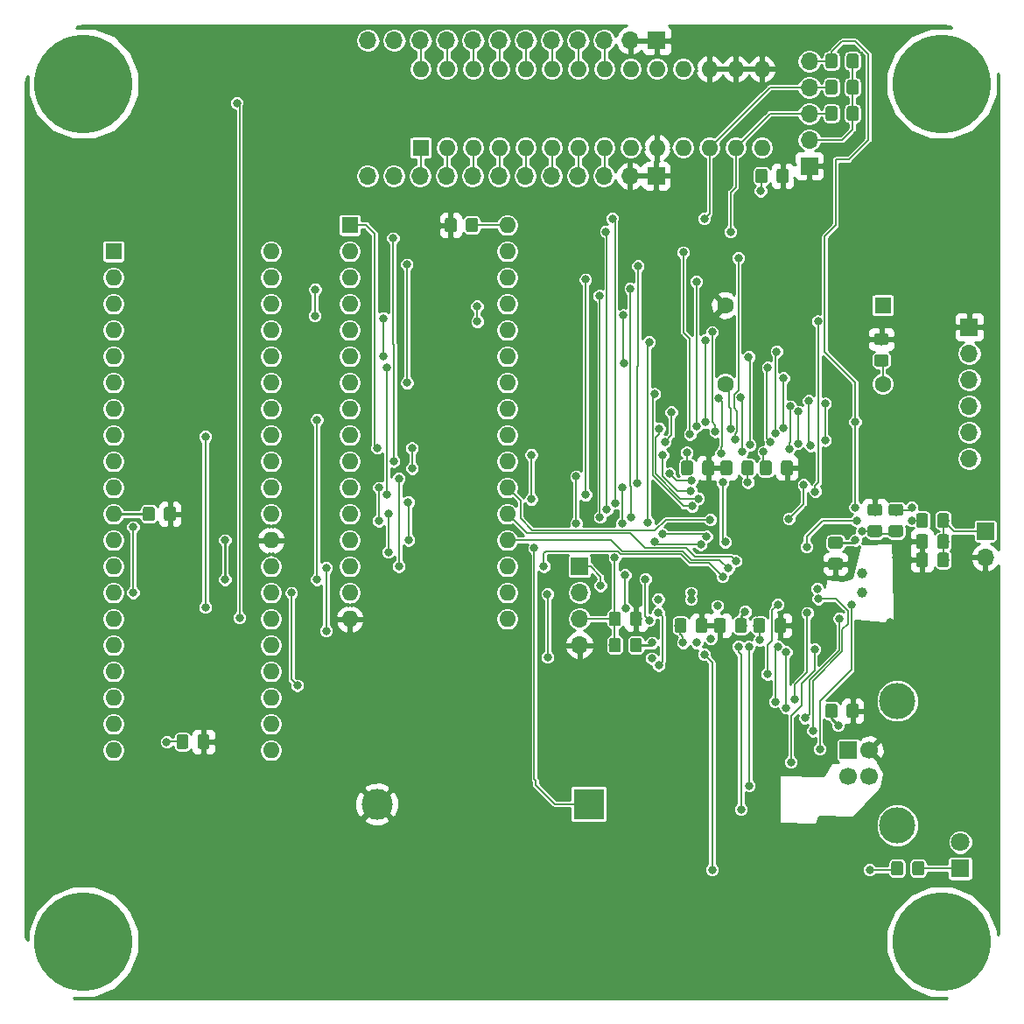
<source format=gbr>
G04 #@! TF.GenerationSoftware,KiCad,Pcbnew,(5.0.2)-1*
G04 #@! TF.CreationDate,2019-09-25T20:03:45-04:00*
G04 #@! TF.ProjectId,Z80_CPU,5a38305f-4350-4552-9e6b-696361645f70,1*
G04 #@! TF.SameCoordinates,Original*
G04 #@! TF.FileFunction,Copper,L2,Bot*
G04 #@! TF.FilePolarity,Positive*
%FSLAX46Y46*%
G04 Gerber Fmt 4.6, Leading zero omitted, Abs format (unit mm)*
G04 Created by KiCad (PCBNEW (5.0.2)-1) date 9/25/2019 8:03:45 PM*
%MOMM*%
%LPD*%
G01*
G04 APERTURE LIST*
G04 #@! TA.AperFunction,Conductor*
%ADD10C,0.100000*%
G04 #@! TD*
G04 #@! TA.AperFunction,SMDPad,CuDef*
%ADD11C,1.150000*%
G04 #@! TD*
G04 #@! TA.AperFunction,ComponentPad*
%ADD12R,1.600000X1.600000*%
G04 #@! TD*
G04 #@! TA.AperFunction,ComponentPad*
%ADD13C,1.600000*%
G04 #@! TD*
G04 #@! TA.AperFunction,ComponentPad*
%ADD14C,3.000000*%
G04 #@! TD*
G04 #@! TA.AperFunction,ComponentPad*
%ADD15R,3.000000X3.000000*%
G04 #@! TD*
G04 #@! TA.AperFunction,ComponentPad*
%ADD16R,1.800000X1.800000*%
G04 #@! TD*
G04 #@! TA.AperFunction,ComponentPad*
%ADD17C,1.800000*%
G04 #@! TD*
G04 #@! TA.AperFunction,ComponentPad*
%ADD18R,1.700000X1.700000*%
G04 #@! TD*
G04 #@! TA.AperFunction,ComponentPad*
%ADD19O,1.700000X1.700000*%
G04 #@! TD*
G04 #@! TA.AperFunction,ComponentPad*
%ADD20C,1.700000*%
G04 #@! TD*
G04 #@! TA.AperFunction,ComponentPad*
%ADD21C,3.500000*%
G04 #@! TD*
G04 #@! TA.AperFunction,ComponentPad*
%ADD22O,1.600000X1.600000*%
G04 #@! TD*
G04 #@! TA.AperFunction,ComponentPad*
%ADD23C,1.000000*%
G04 #@! TD*
G04 #@! TA.AperFunction,ComponentPad*
%ADD24C,9.525000*%
G04 #@! TD*
G04 #@! TA.AperFunction,ViaPad*
%ADD25C,0.800000*%
G04 #@! TD*
G04 #@! TA.AperFunction,Conductor*
%ADD26C,0.250000*%
G04 #@! TD*
G04 #@! TA.AperFunction,Conductor*
%ADD27C,0.203200*%
G04 #@! TD*
G04 #@! TA.AperFunction,Conductor*
%ADD28C,0.152400*%
G04 #@! TD*
G04 #@! TA.AperFunction,Conductor*
%ADD29C,0.254000*%
G04 #@! TD*
G04 APERTURE END LIST*
D10*
G04 #@! TO.N,Net-(C4-Pad1)*
G04 #@! TO.C,L1*
G36*
X85056505Y-48711204D02*
X85080773Y-48714804D01*
X85104572Y-48720765D01*
X85127671Y-48729030D01*
X85149850Y-48739520D01*
X85170893Y-48752132D01*
X85190599Y-48766747D01*
X85208777Y-48783223D01*
X85225253Y-48801401D01*
X85239868Y-48821107D01*
X85252480Y-48842150D01*
X85262970Y-48864329D01*
X85271235Y-48887428D01*
X85277196Y-48911227D01*
X85280796Y-48935495D01*
X85282000Y-48959999D01*
X85282000Y-49610001D01*
X85280796Y-49634505D01*
X85277196Y-49658773D01*
X85271235Y-49682572D01*
X85262970Y-49705671D01*
X85252480Y-49727850D01*
X85239868Y-49748893D01*
X85225253Y-49768599D01*
X85208777Y-49786777D01*
X85190599Y-49803253D01*
X85170893Y-49817868D01*
X85149850Y-49830480D01*
X85127671Y-49840970D01*
X85104572Y-49849235D01*
X85080773Y-49855196D01*
X85056505Y-49858796D01*
X85032001Y-49860000D01*
X84131999Y-49860000D01*
X84107495Y-49858796D01*
X84083227Y-49855196D01*
X84059428Y-49849235D01*
X84036329Y-49840970D01*
X84014150Y-49830480D01*
X83993107Y-49817868D01*
X83973401Y-49803253D01*
X83955223Y-49786777D01*
X83938747Y-49768599D01*
X83924132Y-49748893D01*
X83911520Y-49727850D01*
X83901030Y-49705671D01*
X83892765Y-49682572D01*
X83886804Y-49658773D01*
X83883204Y-49634505D01*
X83882000Y-49610001D01*
X83882000Y-48959999D01*
X83883204Y-48935495D01*
X83886804Y-48911227D01*
X83892765Y-48887428D01*
X83901030Y-48864329D01*
X83911520Y-48842150D01*
X83924132Y-48821107D01*
X83938747Y-48801401D01*
X83955223Y-48783223D01*
X83973401Y-48766747D01*
X83993107Y-48752132D01*
X84014150Y-48739520D01*
X84036329Y-48729030D01*
X84059428Y-48720765D01*
X84083227Y-48714804D01*
X84107495Y-48711204D01*
X84131999Y-48710000D01*
X85032001Y-48710000D01*
X85056505Y-48711204D01*
X85056505Y-48711204D01*
G37*
D11*
G04 #@! TD*
G04 #@! TO.P,L1,1*
G04 #@! TO.N,Net-(C4-Pad1)*
X84582000Y-49285000D03*
D10*
G04 #@! TO.N,+5V*
G04 #@! TO.C,L1*
G36*
X85056505Y-46661204D02*
X85080773Y-46664804D01*
X85104572Y-46670765D01*
X85127671Y-46679030D01*
X85149850Y-46689520D01*
X85170893Y-46702132D01*
X85190599Y-46716747D01*
X85208777Y-46733223D01*
X85225253Y-46751401D01*
X85239868Y-46771107D01*
X85252480Y-46792150D01*
X85262970Y-46814329D01*
X85271235Y-46837428D01*
X85277196Y-46861227D01*
X85280796Y-46885495D01*
X85282000Y-46909999D01*
X85282000Y-47560001D01*
X85280796Y-47584505D01*
X85277196Y-47608773D01*
X85271235Y-47632572D01*
X85262970Y-47655671D01*
X85252480Y-47677850D01*
X85239868Y-47698893D01*
X85225253Y-47718599D01*
X85208777Y-47736777D01*
X85190599Y-47753253D01*
X85170893Y-47767868D01*
X85149850Y-47780480D01*
X85127671Y-47790970D01*
X85104572Y-47799235D01*
X85080773Y-47805196D01*
X85056505Y-47808796D01*
X85032001Y-47810000D01*
X84131999Y-47810000D01*
X84107495Y-47808796D01*
X84083227Y-47805196D01*
X84059428Y-47799235D01*
X84036329Y-47790970D01*
X84014150Y-47780480D01*
X83993107Y-47767868D01*
X83973401Y-47753253D01*
X83955223Y-47736777D01*
X83938747Y-47718599D01*
X83924132Y-47698893D01*
X83911520Y-47677850D01*
X83901030Y-47655671D01*
X83892765Y-47632572D01*
X83886804Y-47608773D01*
X83883204Y-47584505D01*
X83882000Y-47560001D01*
X83882000Y-46909999D01*
X83883204Y-46885495D01*
X83886804Y-46861227D01*
X83892765Y-46837428D01*
X83901030Y-46814329D01*
X83911520Y-46792150D01*
X83924132Y-46771107D01*
X83938747Y-46751401D01*
X83955223Y-46733223D01*
X83973401Y-46716747D01*
X83993107Y-46702132D01*
X84014150Y-46689520D01*
X84036329Y-46679030D01*
X84059428Y-46670765D01*
X84083227Y-46664804D01*
X84107495Y-46661204D01*
X84131999Y-46660000D01*
X85032001Y-46660000D01*
X85056505Y-46661204D01*
X85056505Y-46661204D01*
G37*
D11*
G04 #@! TD*
G04 #@! TO.P,L1,2*
G04 #@! TO.N,+5V*
X84582000Y-47235000D03*
D12*
G04 #@! TO.P,U3,1*
G04 #@! TO.N,N/C*
X83312000Y-27432000D03*
D13*
G04 #@! TO.P,U3,14*
G04 #@! TO.N,+5V*
X83312000Y-35052000D03*
G04 #@! TO.P,U3,8*
G04 #@! TO.N,Net-(U3-Pad8)*
X68072000Y-35052000D03*
G04 #@! TO.P,U3,7*
G04 #@! TO.N,GND*
X68072000Y-27432000D03*
G04 #@! TD*
D14*
G04 #@! TO.P,BT1,2*
G04 #@! TO.N,GND*
X34374000Y-75692000D03*
D15*
G04 #@! TO.P,BT1,1*
G04 #@! TO.N,Net-(BT1-Pad1)*
X54864000Y-75692000D03*
G04 #@! TD*
D10*
G04 #@! TO.N,Net-(C1-Pad1)*
G04 #@! TO.C,C1*
G36*
X57744505Y-57086204D02*
X57768773Y-57089804D01*
X57792572Y-57095765D01*
X57815671Y-57104030D01*
X57837850Y-57114520D01*
X57858893Y-57127132D01*
X57878599Y-57141747D01*
X57896777Y-57158223D01*
X57913253Y-57176401D01*
X57927868Y-57196107D01*
X57940480Y-57217150D01*
X57950970Y-57239329D01*
X57959235Y-57262428D01*
X57965196Y-57286227D01*
X57968796Y-57310495D01*
X57970000Y-57334999D01*
X57970000Y-58235001D01*
X57968796Y-58259505D01*
X57965196Y-58283773D01*
X57959235Y-58307572D01*
X57950970Y-58330671D01*
X57940480Y-58352850D01*
X57927868Y-58373893D01*
X57913253Y-58393599D01*
X57896777Y-58411777D01*
X57878599Y-58428253D01*
X57858893Y-58442868D01*
X57837850Y-58455480D01*
X57815671Y-58465970D01*
X57792572Y-58474235D01*
X57768773Y-58480196D01*
X57744505Y-58483796D01*
X57720001Y-58485000D01*
X57069999Y-58485000D01*
X57045495Y-58483796D01*
X57021227Y-58480196D01*
X56997428Y-58474235D01*
X56974329Y-58465970D01*
X56952150Y-58455480D01*
X56931107Y-58442868D01*
X56911401Y-58428253D01*
X56893223Y-58411777D01*
X56876747Y-58393599D01*
X56862132Y-58373893D01*
X56849520Y-58352850D01*
X56839030Y-58330671D01*
X56830765Y-58307572D01*
X56824804Y-58283773D01*
X56821204Y-58259505D01*
X56820000Y-58235001D01*
X56820000Y-57334999D01*
X56821204Y-57310495D01*
X56824804Y-57286227D01*
X56830765Y-57262428D01*
X56839030Y-57239329D01*
X56849520Y-57217150D01*
X56862132Y-57196107D01*
X56876747Y-57176401D01*
X56893223Y-57158223D01*
X56911401Y-57141747D01*
X56931107Y-57127132D01*
X56952150Y-57114520D01*
X56974329Y-57104030D01*
X56997428Y-57095765D01*
X57021227Y-57089804D01*
X57045495Y-57086204D01*
X57069999Y-57085000D01*
X57720001Y-57085000D01*
X57744505Y-57086204D01*
X57744505Y-57086204D01*
G37*
D11*
G04 #@! TD*
G04 #@! TO.P,C1,1*
G04 #@! TO.N,Net-(C1-Pad1)*
X57395000Y-57785000D03*
D10*
G04 #@! TO.N,GND*
G04 #@! TO.C,C1*
G36*
X59794505Y-57086204D02*
X59818773Y-57089804D01*
X59842572Y-57095765D01*
X59865671Y-57104030D01*
X59887850Y-57114520D01*
X59908893Y-57127132D01*
X59928599Y-57141747D01*
X59946777Y-57158223D01*
X59963253Y-57176401D01*
X59977868Y-57196107D01*
X59990480Y-57217150D01*
X60000970Y-57239329D01*
X60009235Y-57262428D01*
X60015196Y-57286227D01*
X60018796Y-57310495D01*
X60020000Y-57334999D01*
X60020000Y-58235001D01*
X60018796Y-58259505D01*
X60015196Y-58283773D01*
X60009235Y-58307572D01*
X60000970Y-58330671D01*
X59990480Y-58352850D01*
X59977868Y-58373893D01*
X59963253Y-58393599D01*
X59946777Y-58411777D01*
X59928599Y-58428253D01*
X59908893Y-58442868D01*
X59887850Y-58455480D01*
X59865671Y-58465970D01*
X59842572Y-58474235D01*
X59818773Y-58480196D01*
X59794505Y-58483796D01*
X59770001Y-58485000D01*
X59119999Y-58485000D01*
X59095495Y-58483796D01*
X59071227Y-58480196D01*
X59047428Y-58474235D01*
X59024329Y-58465970D01*
X59002150Y-58455480D01*
X58981107Y-58442868D01*
X58961401Y-58428253D01*
X58943223Y-58411777D01*
X58926747Y-58393599D01*
X58912132Y-58373893D01*
X58899520Y-58352850D01*
X58889030Y-58330671D01*
X58880765Y-58307572D01*
X58874804Y-58283773D01*
X58871204Y-58259505D01*
X58870000Y-58235001D01*
X58870000Y-57334999D01*
X58871204Y-57310495D01*
X58874804Y-57286227D01*
X58880765Y-57262428D01*
X58889030Y-57239329D01*
X58899520Y-57217150D01*
X58912132Y-57196107D01*
X58926747Y-57176401D01*
X58943223Y-57158223D01*
X58961401Y-57141747D01*
X58981107Y-57127132D01*
X59002150Y-57114520D01*
X59024329Y-57104030D01*
X59047428Y-57095765D01*
X59071227Y-57089804D01*
X59095495Y-57086204D01*
X59119999Y-57085000D01*
X59770001Y-57085000D01*
X59794505Y-57086204D01*
X59794505Y-57086204D01*
G37*
D11*
G04 #@! TD*
G04 #@! TO.P,C1,2*
G04 #@! TO.N,GND*
X59445000Y-57785000D03*
D10*
G04 #@! TO.N,Net-(C2-Pad1)*
G04 #@! TO.C,C2*
G36*
X71714505Y-57721204D02*
X71738773Y-57724804D01*
X71762572Y-57730765D01*
X71785671Y-57739030D01*
X71807850Y-57749520D01*
X71828893Y-57762132D01*
X71848599Y-57776747D01*
X71866777Y-57793223D01*
X71883253Y-57811401D01*
X71897868Y-57831107D01*
X71910480Y-57852150D01*
X71920970Y-57874329D01*
X71929235Y-57897428D01*
X71935196Y-57921227D01*
X71938796Y-57945495D01*
X71940000Y-57969999D01*
X71940000Y-58870001D01*
X71938796Y-58894505D01*
X71935196Y-58918773D01*
X71929235Y-58942572D01*
X71920970Y-58965671D01*
X71910480Y-58987850D01*
X71897868Y-59008893D01*
X71883253Y-59028599D01*
X71866777Y-59046777D01*
X71848599Y-59063253D01*
X71828893Y-59077868D01*
X71807850Y-59090480D01*
X71785671Y-59100970D01*
X71762572Y-59109235D01*
X71738773Y-59115196D01*
X71714505Y-59118796D01*
X71690001Y-59120000D01*
X71039999Y-59120000D01*
X71015495Y-59118796D01*
X70991227Y-59115196D01*
X70967428Y-59109235D01*
X70944329Y-59100970D01*
X70922150Y-59090480D01*
X70901107Y-59077868D01*
X70881401Y-59063253D01*
X70863223Y-59046777D01*
X70846747Y-59028599D01*
X70832132Y-59008893D01*
X70819520Y-58987850D01*
X70809030Y-58965671D01*
X70800765Y-58942572D01*
X70794804Y-58918773D01*
X70791204Y-58894505D01*
X70790000Y-58870001D01*
X70790000Y-57969999D01*
X70791204Y-57945495D01*
X70794804Y-57921227D01*
X70800765Y-57897428D01*
X70809030Y-57874329D01*
X70819520Y-57852150D01*
X70832132Y-57831107D01*
X70846747Y-57811401D01*
X70863223Y-57793223D01*
X70881401Y-57776747D01*
X70901107Y-57762132D01*
X70922150Y-57749520D01*
X70944329Y-57739030D01*
X70967428Y-57730765D01*
X70991227Y-57724804D01*
X71015495Y-57721204D01*
X71039999Y-57720000D01*
X71690001Y-57720000D01*
X71714505Y-57721204D01*
X71714505Y-57721204D01*
G37*
D11*
G04 #@! TD*
G04 #@! TO.P,C2,1*
G04 #@! TO.N,Net-(C2-Pad1)*
X71365000Y-58420000D03*
D10*
G04 #@! TO.N,GND*
G04 #@! TO.C,C2*
G36*
X73764505Y-57721204D02*
X73788773Y-57724804D01*
X73812572Y-57730765D01*
X73835671Y-57739030D01*
X73857850Y-57749520D01*
X73878893Y-57762132D01*
X73898599Y-57776747D01*
X73916777Y-57793223D01*
X73933253Y-57811401D01*
X73947868Y-57831107D01*
X73960480Y-57852150D01*
X73970970Y-57874329D01*
X73979235Y-57897428D01*
X73985196Y-57921227D01*
X73988796Y-57945495D01*
X73990000Y-57969999D01*
X73990000Y-58870001D01*
X73988796Y-58894505D01*
X73985196Y-58918773D01*
X73979235Y-58942572D01*
X73970970Y-58965671D01*
X73960480Y-58987850D01*
X73947868Y-59008893D01*
X73933253Y-59028599D01*
X73916777Y-59046777D01*
X73898599Y-59063253D01*
X73878893Y-59077868D01*
X73857850Y-59090480D01*
X73835671Y-59100970D01*
X73812572Y-59109235D01*
X73788773Y-59115196D01*
X73764505Y-59118796D01*
X73740001Y-59120000D01*
X73089999Y-59120000D01*
X73065495Y-59118796D01*
X73041227Y-59115196D01*
X73017428Y-59109235D01*
X72994329Y-59100970D01*
X72972150Y-59090480D01*
X72951107Y-59077868D01*
X72931401Y-59063253D01*
X72913223Y-59046777D01*
X72896747Y-59028599D01*
X72882132Y-59008893D01*
X72869520Y-58987850D01*
X72859030Y-58965671D01*
X72850765Y-58942572D01*
X72844804Y-58918773D01*
X72841204Y-58894505D01*
X72840000Y-58870001D01*
X72840000Y-57969999D01*
X72841204Y-57945495D01*
X72844804Y-57921227D01*
X72850765Y-57897428D01*
X72859030Y-57874329D01*
X72869520Y-57852150D01*
X72882132Y-57831107D01*
X72896747Y-57811401D01*
X72913223Y-57793223D01*
X72931401Y-57776747D01*
X72951107Y-57762132D01*
X72972150Y-57749520D01*
X72994329Y-57739030D01*
X73017428Y-57730765D01*
X73041227Y-57724804D01*
X73065495Y-57721204D01*
X73089999Y-57720000D01*
X73740001Y-57720000D01*
X73764505Y-57721204D01*
X73764505Y-57721204D01*
G37*
D11*
G04 #@! TD*
G04 #@! TO.P,C2,2*
G04 #@! TO.N,GND*
X73415000Y-58420000D03*
D10*
G04 #@! TO.N,Net-(C3-Pad1)*
G04 #@! TO.C,C3*
G36*
X72349505Y-42481204D02*
X72373773Y-42484804D01*
X72397572Y-42490765D01*
X72420671Y-42499030D01*
X72442850Y-42509520D01*
X72463893Y-42522132D01*
X72483599Y-42536747D01*
X72501777Y-42553223D01*
X72518253Y-42571401D01*
X72532868Y-42591107D01*
X72545480Y-42612150D01*
X72555970Y-42634329D01*
X72564235Y-42657428D01*
X72570196Y-42681227D01*
X72573796Y-42705495D01*
X72575000Y-42729999D01*
X72575000Y-43630001D01*
X72573796Y-43654505D01*
X72570196Y-43678773D01*
X72564235Y-43702572D01*
X72555970Y-43725671D01*
X72545480Y-43747850D01*
X72532868Y-43768893D01*
X72518253Y-43788599D01*
X72501777Y-43806777D01*
X72483599Y-43823253D01*
X72463893Y-43837868D01*
X72442850Y-43850480D01*
X72420671Y-43860970D01*
X72397572Y-43869235D01*
X72373773Y-43875196D01*
X72349505Y-43878796D01*
X72325001Y-43880000D01*
X71674999Y-43880000D01*
X71650495Y-43878796D01*
X71626227Y-43875196D01*
X71602428Y-43869235D01*
X71579329Y-43860970D01*
X71557150Y-43850480D01*
X71536107Y-43837868D01*
X71516401Y-43823253D01*
X71498223Y-43806777D01*
X71481747Y-43788599D01*
X71467132Y-43768893D01*
X71454520Y-43747850D01*
X71444030Y-43725671D01*
X71435765Y-43702572D01*
X71429804Y-43678773D01*
X71426204Y-43654505D01*
X71425000Y-43630001D01*
X71425000Y-42729999D01*
X71426204Y-42705495D01*
X71429804Y-42681227D01*
X71435765Y-42657428D01*
X71444030Y-42634329D01*
X71454520Y-42612150D01*
X71467132Y-42591107D01*
X71481747Y-42571401D01*
X71498223Y-42553223D01*
X71516401Y-42536747D01*
X71536107Y-42522132D01*
X71557150Y-42509520D01*
X71579329Y-42499030D01*
X71602428Y-42490765D01*
X71626227Y-42484804D01*
X71650495Y-42481204D01*
X71674999Y-42480000D01*
X72325001Y-42480000D01*
X72349505Y-42481204D01*
X72349505Y-42481204D01*
G37*
D11*
G04 #@! TD*
G04 #@! TO.P,C3,1*
G04 #@! TO.N,Net-(C3-Pad1)*
X72000000Y-43180000D03*
D10*
G04 #@! TO.N,GND*
G04 #@! TO.C,C3*
G36*
X74399505Y-42481204D02*
X74423773Y-42484804D01*
X74447572Y-42490765D01*
X74470671Y-42499030D01*
X74492850Y-42509520D01*
X74513893Y-42522132D01*
X74533599Y-42536747D01*
X74551777Y-42553223D01*
X74568253Y-42571401D01*
X74582868Y-42591107D01*
X74595480Y-42612150D01*
X74605970Y-42634329D01*
X74614235Y-42657428D01*
X74620196Y-42681227D01*
X74623796Y-42705495D01*
X74625000Y-42729999D01*
X74625000Y-43630001D01*
X74623796Y-43654505D01*
X74620196Y-43678773D01*
X74614235Y-43702572D01*
X74605970Y-43725671D01*
X74595480Y-43747850D01*
X74582868Y-43768893D01*
X74568253Y-43788599D01*
X74551777Y-43806777D01*
X74533599Y-43823253D01*
X74513893Y-43837868D01*
X74492850Y-43850480D01*
X74470671Y-43860970D01*
X74447572Y-43869235D01*
X74423773Y-43875196D01*
X74399505Y-43878796D01*
X74375001Y-43880000D01*
X73724999Y-43880000D01*
X73700495Y-43878796D01*
X73676227Y-43875196D01*
X73652428Y-43869235D01*
X73629329Y-43860970D01*
X73607150Y-43850480D01*
X73586107Y-43837868D01*
X73566401Y-43823253D01*
X73548223Y-43806777D01*
X73531747Y-43788599D01*
X73517132Y-43768893D01*
X73504520Y-43747850D01*
X73494030Y-43725671D01*
X73485765Y-43702572D01*
X73479804Y-43678773D01*
X73476204Y-43654505D01*
X73475000Y-43630001D01*
X73475000Y-42729999D01*
X73476204Y-42705495D01*
X73479804Y-42681227D01*
X73485765Y-42657428D01*
X73494030Y-42634329D01*
X73504520Y-42612150D01*
X73517132Y-42591107D01*
X73531747Y-42571401D01*
X73548223Y-42553223D01*
X73566401Y-42536747D01*
X73586107Y-42522132D01*
X73607150Y-42509520D01*
X73629329Y-42499030D01*
X73652428Y-42490765D01*
X73676227Y-42484804D01*
X73700495Y-42481204D01*
X73724999Y-42480000D01*
X74375001Y-42480000D01*
X74399505Y-42481204D01*
X74399505Y-42481204D01*
G37*
D11*
G04 #@! TD*
G04 #@! TO.P,C3,2*
G04 #@! TO.N,GND*
X74050000Y-43180000D03*
D10*
G04 #@! TO.N,GND*
G04 #@! TO.C,C4*
G36*
X83024505Y-46661204D02*
X83048773Y-46664804D01*
X83072572Y-46670765D01*
X83095671Y-46679030D01*
X83117850Y-46689520D01*
X83138893Y-46702132D01*
X83158599Y-46716747D01*
X83176777Y-46733223D01*
X83193253Y-46751401D01*
X83207868Y-46771107D01*
X83220480Y-46792150D01*
X83230970Y-46814329D01*
X83239235Y-46837428D01*
X83245196Y-46861227D01*
X83248796Y-46885495D01*
X83250000Y-46909999D01*
X83250000Y-47560001D01*
X83248796Y-47584505D01*
X83245196Y-47608773D01*
X83239235Y-47632572D01*
X83230970Y-47655671D01*
X83220480Y-47677850D01*
X83207868Y-47698893D01*
X83193253Y-47718599D01*
X83176777Y-47736777D01*
X83158599Y-47753253D01*
X83138893Y-47767868D01*
X83117850Y-47780480D01*
X83095671Y-47790970D01*
X83072572Y-47799235D01*
X83048773Y-47805196D01*
X83024505Y-47808796D01*
X83000001Y-47810000D01*
X82099999Y-47810000D01*
X82075495Y-47808796D01*
X82051227Y-47805196D01*
X82027428Y-47799235D01*
X82004329Y-47790970D01*
X81982150Y-47780480D01*
X81961107Y-47767868D01*
X81941401Y-47753253D01*
X81923223Y-47736777D01*
X81906747Y-47718599D01*
X81892132Y-47698893D01*
X81879520Y-47677850D01*
X81869030Y-47655671D01*
X81860765Y-47632572D01*
X81854804Y-47608773D01*
X81851204Y-47584505D01*
X81850000Y-47560001D01*
X81850000Y-46909999D01*
X81851204Y-46885495D01*
X81854804Y-46861227D01*
X81860765Y-46837428D01*
X81869030Y-46814329D01*
X81879520Y-46792150D01*
X81892132Y-46771107D01*
X81906747Y-46751401D01*
X81923223Y-46733223D01*
X81941401Y-46716747D01*
X81961107Y-46702132D01*
X81982150Y-46689520D01*
X82004329Y-46679030D01*
X82027428Y-46670765D01*
X82051227Y-46664804D01*
X82075495Y-46661204D01*
X82099999Y-46660000D01*
X83000001Y-46660000D01*
X83024505Y-46661204D01*
X83024505Y-46661204D01*
G37*
D11*
G04 #@! TD*
G04 #@! TO.P,C4,2*
G04 #@! TO.N,GND*
X82550000Y-47235000D03*
D10*
G04 #@! TO.N,Net-(C4-Pad1)*
G04 #@! TO.C,C4*
G36*
X83024505Y-48711204D02*
X83048773Y-48714804D01*
X83072572Y-48720765D01*
X83095671Y-48729030D01*
X83117850Y-48739520D01*
X83138893Y-48752132D01*
X83158599Y-48766747D01*
X83176777Y-48783223D01*
X83193253Y-48801401D01*
X83207868Y-48821107D01*
X83220480Y-48842150D01*
X83230970Y-48864329D01*
X83239235Y-48887428D01*
X83245196Y-48911227D01*
X83248796Y-48935495D01*
X83250000Y-48959999D01*
X83250000Y-49610001D01*
X83248796Y-49634505D01*
X83245196Y-49658773D01*
X83239235Y-49682572D01*
X83230970Y-49705671D01*
X83220480Y-49727850D01*
X83207868Y-49748893D01*
X83193253Y-49768599D01*
X83176777Y-49786777D01*
X83158599Y-49803253D01*
X83138893Y-49817868D01*
X83117850Y-49830480D01*
X83095671Y-49840970D01*
X83072572Y-49849235D01*
X83048773Y-49855196D01*
X83024505Y-49858796D01*
X83000001Y-49860000D01*
X82099999Y-49860000D01*
X82075495Y-49858796D01*
X82051227Y-49855196D01*
X82027428Y-49849235D01*
X82004329Y-49840970D01*
X81982150Y-49830480D01*
X81961107Y-49817868D01*
X81941401Y-49803253D01*
X81923223Y-49786777D01*
X81906747Y-49768599D01*
X81892132Y-49748893D01*
X81879520Y-49727850D01*
X81869030Y-49705671D01*
X81860765Y-49682572D01*
X81854804Y-49658773D01*
X81851204Y-49634505D01*
X81850000Y-49610001D01*
X81850000Y-48959999D01*
X81851204Y-48935495D01*
X81854804Y-48911227D01*
X81860765Y-48887428D01*
X81869030Y-48864329D01*
X81879520Y-48842150D01*
X81892132Y-48821107D01*
X81906747Y-48801401D01*
X81923223Y-48783223D01*
X81941401Y-48766747D01*
X81961107Y-48752132D01*
X81982150Y-48739520D01*
X82004329Y-48729030D01*
X82027428Y-48720765D01*
X82051227Y-48714804D01*
X82075495Y-48711204D01*
X82099999Y-48710000D01*
X83000001Y-48710000D01*
X83024505Y-48711204D01*
X83024505Y-48711204D01*
G37*
D11*
G04 #@! TD*
G04 #@! TO.P,C4,1*
G04 #@! TO.N,Net-(C4-Pad1)*
X82550000Y-49285000D03*
D10*
G04 #@! TO.N,GND*
G04 #@! TO.C,C5*
G36*
X79214505Y-51886204D02*
X79238773Y-51889804D01*
X79262572Y-51895765D01*
X79285671Y-51904030D01*
X79307850Y-51914520D01*
X79328893Y-51927132D01*
X79348599Y-51941747D01*
X79366777Y-51958223D01*
X79383253Y-51976401D01*
X79397868Y-51996107D01*
X79410480Y-52017150D01*
X79420970Y-52039329D01*
X79429235Y-52062428D01*
X79435196Y-52086227D01*
X79438796Y-52110495D01*
X79440000Y-52134999D01*
X79440000Y-52785001D01*
X79438796Y-52809505D01*
X79435196Y-52833773D01*
X79429235Y-52857572D01*
X79420970Y-52880671D01*
X79410480Y-52902850D01*
X79397868Y-52923893D01*
X79383253Y-52943599D01*
X79366777Y-52961777D01*
X79348599Y-52978253D01*
X79328893Y-52992868D01*
X79307850Y-53005480D01*
X79285671Y-53015970D01*
X79262572Y-53024235D01*
X79238773Y-53030196D01*
X79214505Y-53033796D01*
X79190001Y-53035000D01*
X78289999Y-53035000D01*
X78265495Y-53033796D01*
X78241227Y-53030196D01*
X78217428Y-53024235D01*
X78194329Y-53015970D01*
X78172150Y-53005480D01*
X78151107Y-52992868D01*
X78131401Y-52978253D01*
X78113223Y-52961777D01*
X78096747Y-52943599D01*
X78082132Y-52923893D01*
X78069520Y-52902850D01*
X78059030Y-52880671D01*
X78050765Y-52857572D01*
X78044804Y-52833773D01*
X78041204Y-52809505D01*
X78040000Y-52785001D01*
X78040000Y-52134999D01*
X78041204Y-52110495D01*
X78044804Y-52086227D01*
X78050765Y-52062428D01*
X78059030Y-52039329D01*
X78069520Y-52017150D01*
X78082132Y-51996107D01*
X78096747Y-51976401D01*
X78113223Y-51958223D01*
X78131401Y-51941747D01*
X78151107Y-51927132D01*
X78172150Y-51914520D01*
X78194329Y-51904030D01*
X78217428Y-51895765D01*
X78241227Y-51889804D01*
X78265495Y-51886204D01*
X78289999Y-51885000D01*
X79190001Y-51885000D01*
X79214505Y-51886204D01*
X79214505Y-51886204D01*
G37*
D11*
G04 #@! TD*
G04 #@! TO.P,C5,2*
G04 #@! TO.N,GND*
X78740000Y-52460000D03*
D10*
G04 #@! TO.N,Net-(C5-Pad1)*
G04 #@! TO.C,C5*
G36*
X79214505Y-49836204D02*
X79238773Y-49839804D01*
X79262572Y-49845765D01*
X79285671Y-49854030D01*
X79307850Y-49864520D01*
X79328893Y-49877132D01*
X79348599Y-49891747D01*
X79366777Y-49908223D01*
X79383253Y-49926401D01*
X79397868Y-49946107D01*
X79410480Y-49967150D01*
X79420970Y-49989329D01*
X79429235Y-50012428D01*
X79435196Y-50036227D01*
X79438796Y-50060495D01*
X79440000Y-50084999D01*
X79440000Y-50735001D01*
X79438796Y-50759505D01*
X79435196Y-50783773D01*
X79429235Y-50807572D01*
X79420970Y-50830671D01*
X79410480Y-50852850D01*
X79397868Y-50873893D01*
X79383253Y-50893599D01*
X79366777Y-50911777D01*
X79348599Y-50928253D01*
X79328893Y-50942868D01*
X79307850Y-50955480D01*
X79285671Y-50965970D01*
X79262572Y-50974235D01*
X79238773Y-50980196D01*
X79214505Y-50983796D01*
X79190001Y-50985000D01*
X78289999Y-50985000D01*
X78265495Y-50983796D01*
X78241227Y-50980196D01*
X78217428Y-50974235D01*
X78194329Y-50965970D01*
X78172150Y-50955480D01*
X78151107Y-50942868D01*
X78131401Y-50928253D01*
X78113223Y-50911777D01*
X78096747Y-50893599D01*
X78082132Y-50873893D01*
X78069520Y-50852850D01*
X78059030Y-50830671D01*
X78050765Y-50807572D01*
X78044804Y-50783773D01*
X78041204Y-50759505D01*
X78040000Y-50735001D01*
X78040000Y-50084999D01*
X78041204Y-50060495D01*
X78044804Y-50036227D01*
X78050765Y-50012428D01*
X78059030Y-49989329D01*
X78069520Y-49967150D01*
X78082132Y-49946107D01*
X78096747Y-49926401D01*
X78113223Y-49908223D01*
X78131401Y-49891747D01*
X78151107Y-49877132D01*
X78172150Y-49864520D01*
X78194329Y-49854030D01*
X78217428Y-49845765D01*
X78241227Y-49839804D01*
X78265495Y-49836204D01*
X78289999Y-49835000D01*
X79190001Y-49835000D01*
X79214505Y-49836204D01*
X79214505Y-49836204D01*
G37*
D11*
G04 #@! TD*
G04 #@! TO.P,C5,1*
G04 #@! TO.N,Net-(C5-Pad1)*
X78740000Y-50410000D03*
D10*
G04 #@! TO.N,GND*
G04 #@! TO.C,C6*
G36*
X17957005Y-68960704D02*
X17981273Y-68964304D01*
X18005072Y-68970265D01*
X18028171Y-68978530D01*
X18050350Y-68989020D01*
X18071393Y-69001632D01*
X18091099Y-69016247D01*
X18109277Y-69032723D01*
X18125753Y-69050901D01*
X18140368Y-69070607D01*
X18152980Y-69091650D01*
X18163470Y-69113829D01*
X18171735Y-69136928D01*
X18177696Y-69160727D01*
X18181296Y-69184995D01*
X18182500Y-69209499D01*
X18182500Y-70109501D01*
X18181296Y-70134005D01*
X18177696Y-70158273D01*
X18171735Y-70182072D01*
X18163470Y-70205171D01*
X18152980Y-70227350D01*
X18140368Y-70248393D01*
X18125753Y-70268099D01*
X18109277Y-70286277D01*
X18091099Y-70302753D01*
X18071393Y-70317368D01*
X18050350Y-70329980D01*
X18028171Y-70340470D01*
X18005072Y-70348735D01*
X17981273Y-70354696D01*
X17957005Y-70358296D01*
X17932501Y-70359500D01*
X17282499Y-70359500D01*
X17257995Y-70358296D01*
X17233727Y-70354696D01*
X17209928Y-70348735D01*
X17186829Y-70340470D01*
X17164650Y-70329980D01*
X17143607Y-70317368D01*
X17123901Y-70302753D01*
X17105723Y-70286277D01*
X17089247Y-70268099D01*
X17074632Y-70248393D01*
X17062020Y-70227350D01*
X17051530Y-70205171D01*
X17043265Y-70182072D01*
X17037304Y-70158273D01*
X17033704Y-70134005D01*
X17032500Y-70109501D01*
X17032500Y-69209499D01*
X17033704Y-69184995D01*
X17037304Y-69160727D01*
X17043265Y-69136928D01*
X17051530Y-69113829D01*
X17062020Y-69091650D01*
X17074632Y-69070607D01*
X17089247Y-69050901D01*
X17105723Y-69032723D01*
X17123901Y-69016247D01*
X17143607Y-69001632D01*
X17164650Y-68989020D01*
X17186829Y-68978530D01*
X17209928Y-68970265D01*
X17233727Y-68964304D01*
X17257995Y-68960704D01*
X17282499Y-68959500D01*
X17932501Y-68959500D01*
X17957005Y-68960704D01*
X17957005Y-68960704D01*
G37*
D11*
G04 #@! TD*
G04 #@! TO.P,C6,1*
G04 #@! TO.N,GND*
X17607500Y-69659500D03*
D10*
G04 #@! TO.N,+5V*
G04 #@! TO.C,C6*
G36*
X15907005Y-68960704D02*
X15931273Y-68964304D01*
X15955072Y-68970265D01*
X15978171Y-68978530D01*
X16000350Y-68989020D01*
X16021393Y-69001632D01*
X16041099Y-69016247D01*
X16059277Y-69032723D01*
X16075753Y-69050901D01*
X16090368Y-69070607D01*
X16102980Y-69091650D01*
X16113470Y-69113829D01*
X16121735Y-69136928D01*
X16127696Y-69160727D01*
X16131296Y-69184995D01*
X16132500Y-69209499D01*
X16132500Y-70109501D01*
X16131296Y-70134005D01*
X16127696Y-70158273D01*
X16121735Y-70182072D01*
X16113470Y-70205171D01*
X16102980Y-70227350D01*
X16090368Y-70248393D01*
X16075753Y-70268099D01*
X16059277Y-70286277D01*
X16041099Y-70302753D01*
X16021393Y-70317368D01*
X16000350Y-70329980D01*
X15978171Y-70340470D01*
X15955072Y-70348735D01*
X15931273Y-70354696D01*
X15907005Y-70358296D01*
X15882501Y-70359500D01*
X15232499Y-70359500D01*
X15207995Y-70358296D01*
X15183727Y-70354696D01*
X15159928Y-70348735D01*
X15136829Y-70340470D01*
X15114650Y-70329980D01*
X15093607Y-70317368D01*
X15073901Y-70302753D01*
X15055723Y-70286277D01*
X15039247Y-70268099D01*
X15024632Y-70248393D01*
X15012020Y-70227350D01*
X15001530Y-70205171D01*
X14993265Y-70182072D01*
X14987304Y-70158273D01*
X14983704Y-70134005D01*
X14982500Y-70109501D01*
X14982500Y-69209499D01*
X14983704Y-69184995D01*
X14987304Y-69160727D01*
X14993265Y-69136928D01*
X15001530Y-69113829D01*
X15012020Y-69091650D01*
X15024632Y-69070607D01*
X15039247Y-69050901D01*
X15055723Y-69032723D01*
X15073901Y-69016247D01*
X15093607Y-69001632D01*
X15114650Y-68989020D01*
X15136829Y-68978530D01*
X15159928Y-68970265D01*
X15183727Y-68964304D01*
X15207995Y-68960704D01*
X15232499Y-68959500D01*
X15882501Y-68959500D01*
X15907005Y-68960704D01*
X15907005Y-68960704D01*
G37*
D11*
G04 #@! TD*
G04 #@! TO.P,C6,2*
G04 #@! TO.N,+5V*
X15557500Y-69659500D03*
D10*
G04 #@! TO.N,+5V*
G04 #@! TO.C,C9*
G36*
X64094505Y-57721204D02*
X64118773Y-57724804D01*
X64142572Y-57730765D01*
X64165671Y-57739030D01*
X64187850Y-57749520D01*
X64208893Y-57762132D01*
X64228599Y-57776747D01*
X64246777Y-57793223D01*
X64263253Y-57811401D01*
X64277868Y-57831107D01*
X64290480Y-57852150D01*
X64300970Y-57874329D01*
X64309235Y-57897428D01*
X64315196Y-57921227D01*
X64318796Y-57945495D01*
X64320000Y-57969999D01*
X64320000Y-58870001D01*
X64318796Y-58894505D01*
X64315196Y-58918773D01*
X64309235Y-58942572D01*
X64300970Y-58965671D01*
X64290480Y-58987850D01*
X64277868Y-59008893D01*
X64263253Y-59028599D01*
X64246777Y-59046777D01*
X64228599Y-59063253D01*
X64208893Y-59077868D01*
X64187850Y-59090480D01*
X64165671Y-59100970D01*
X64142572Y-59109235D01*
X64118773Y-59115196D01*
X64094505Y-59118796D01*
X64070001Y-59120000D01*
X63419999Y-59120000D01*
X63395495Y-59118796D01*
X63371227Y-59115196D01*
X63347428Y-59109235D01*
X63324329Y-59100970D01*
X63302150Y-59090480D01*
X63281107Y-59077868D01*
X63261401Y-59063253D01*
X63243223Y-59046777D01*
X63226747Y-59028599D01*
X63212132Y-59008893D01*
X63199520Y-58987850D01*
X63189030Y-58965671D01*
X63180765Y-58942572D01*
X63174804Y-58918773D01*
X63171204Y-58894505D01*
X63170000Y-58870001D01*
X63170000Y-57969999D01*
X63171204Y-57945495D01*
X63174804Y-57921227D01*
X63180765Y-57897428D01*
X63189030Y-57874329D01*
X63199520Y-57852150D01*
X63212132Y-57831107D01*
X63226747Y-57811401D01*
X63243223Y-57793223D01*
X63261401Y-57776747D01*
X63281107Y-57762132D01*
X63302150Y-57749520D01*
X63324329Y-57739030D01*
X63347428Y-57730765D01*
X63371227Y-57724804D01*
X63395495Y-57721204D01*
X63419999Y-57720000D01*
X64070001Y-57720000D01*
X64094505Y-57721204D01*
X64094505Y-57721204D01*
G37*
D11*
G04 #@! TD*
G04 #@! TO.P,C9,2*
G04 #@! TO.N,+5V*
X63745000Y-58420000D03*
D10*
G04 #@! TO.N,GND*
G04 #@! TO.C,C9*
G36*
X66144505Y-57721204D02*
X66168773Y-57724804D01*
X66192572Y-57730765D01*
X66215671Y-57739030D01*
X66237850Y-57749520D01*
X66258893Y-57762132D01*
X66278599Y-57776747D01*
X66296777Y-57793223D01*
X66313253Y-57811401D01*
X66327868Y-57831107D01*
X66340480Y-57852150D01*
X66350970Y-57874329D01*
X66359235Y-57897428D01*
X66365196Y-57921227D01*
X66368796Y-57945495D01*
X66370000Y-57969999D01*
X66370000Y-58870001D01*
X66368796Y-58894505D01*
X66365196Y-58918773D01*
X66359235Y-58942572D01*
X66350970Y-58965671D01*
X66340480Y-58987850D01*
X66327868Y-59008893D01*
X66313253Y-59028599D01*
X66296777Y-59046777D01*
X66278599Y-59063253D01*
X66258893Y-59077868D01*
X66237850Y-59090480D01*
X66215671Y-59100970D01*
X66192572Y-59109235D01*
X66168773Y-59115196D01*
X66144505Y-59118796D01*
X66120001Y-59120000D01*
X65469999Y-59120000D01*
X65445495Y-59118796D01*
X65421227Y-59115196D01*
X65397428Y-59109235D01*
X65374329Y-59100970D01*
X65352150Y-59090480D01*
X65331107Y-59077868D01*
X65311401Y-59063253D01*
X65293223Y-59046777D01*
X65276747Y-59028599D01*
X65262132Y-59008893D01*
X65249520Y-58987850D01*
X65239030Y-58965671D01*
X65230765Y-58942572D01*
X65224804Y-58918773D01*
X65221204Y-58894505D01*
X65220000Y-58870001D01*
X65220000Y-57969999D01*
X65221204Y-57945495D01*
X65224804Y-57921227D01*
X65230765Y-57897428D01*
X65239030Y-57874329D01*
X65249520Y-57852150D01*
X65262132Y-57831107D01*
X65276747Y-57811401D01*
X65293223Y-57793223D01*
X65311401Y-57776747D01*
X65331107Y-57762132D01*
X65352150Y-57749520D01*
X65374329Y-57739030D01*
X65397428Y-57730765D01*
X65421227Y-57724804D01*
X65445495Y-57721204D01*
X65469999Y-57720000D01*
X66120001Y-57720000D01*
X66144505Y-57721204D01*
X66144505Y-57721204D01*
G37*
D11*
G04 #@! TD*
G04 #@! TO.P,C9,1*
G04 #@! TO.N,GND*
X65795000Y-58420000D03*
D10*
G04 #@! TO.N,GND*
G04 #@! TO.C,C10*
G36*
X14709505Y-46926204D02*
X14733773Y-46929804D01*
X14757572Y-46935765D01*
X14780671Y-46944030D01*
X14802850Y-46954520D01*
X14823893Y-46967132D01*
X14843599Y-46981747D01*
X14861777Y-46998223D01*
X14878253Y-47016401D01*
X14892868Y-47036107D01*
X14905480Y-47057150D01*
X14915970Y-47079329D01*
X14924235Y-47102428D01*
X14930196Y-47126227D01*
X14933796Y-47150495D01*
X14935000Y-47174999D01*
X14935000Y-48075001D01*
X14933796Y-48099505D01*
X14930196Y-48123773D01*
X14924235Y-48147572D01*
X14915970Y-48170671D01*
X14905480Y-48192850D01*
X14892868Y-48213893D01*
X14878253Y-48233599D01*
X14861777Y-48251777D01*
X14843599Y-48268253D01*
X14823893Y-48282868D01*
X14802850Y-48295480D01*
X14780671Y-48305970D01*
X14757572Y-48314235D01*
X14733773Y-48320196D01*
X14709505Y-48323796D01*
X14685001Y-48325000D01*
X14034999Y-48325000D01*
X14010495Y-48323796D01*
X13986227Y-48320196D01*
X13962428Y-48314235D01*
X13939329Y-48305970D01*
X13917150Y-48295480D01*
X13896107Y-48282868D01*
X13876401Y-48268253D01*
X13858223Y-48251777D01*
X13841747Y-48233599D01*
X13827132Y-48213893D01*
X13814520Y-48192850D01*
X13804030Y-48170671D01*
X13795765Y-48147572D01*
X13789804Y-48123773D01*
X13786204Y-48099505D01*
X13785000Y-48075001D01*
X13785000Y-47174999D01*
X13786204Y-47150495D01*
X13789804Y-47126227D01*
X13795765Y-47102428D01*
X13804030Y-47079329D01*
X13814520Y-47057150D01*
X13827132Y-47036107D01*
X13841747Y-47016401D01*
X13858223Y-46998223D01*
X13876401Y-46981747D01*
X13896107Y-46967132D01*
X13917150Y-46954520D01*
X13939329Y-46944030D01*
X13962428Y-46935765D01*
X13986227Y-46929804D01*
X14010495Y-46926204D01*
X14034999Y-46925000D01*
X14685001Y-46925000D01*
X14709505Y-46926204D01*
X14709505Y-46926204D01*
G37*
D11*
G04 #@! TD*
G04 #@! TO.P,C10,1*
G04 #@! TO.N,GND*
X14360000Y-47625000D03*
D10*
G04 #@! TO.N,+5V*
G04 #@! TO.C,C10*
G36*
X12659505Y-46926204D02*
X12683773Y-46929804D01*
X12707572Y-46935765D01*
X12730671Y-46944030D01*
X12752850Y-46954520D01*
X12773893Y-46967132D01*
X12793599Y-46981747D01*
X12811777Y-46998223D01*
X12828253Y-47016401D01*
X12842868Y-47036107D01*
X12855480Y-47057150D01*
X12865970Y-47079329D01*
X12874235Y-47102428D01*
X12880196Y-47126227D01*
X12883796Y-47150495D01*
X12885000Y-47174999D01*
X12885000Y-48075001D01*
X12883796Y-48099505D01*
X12880196Y-48123773D01*
X12874235Y-48147572D01*
X12865970Y-48170671D01*
X12855480Y-48192850D01*
X12842868Y-48213893D01*
X12828253Y-48233599D01*
X12811777Y-48251777D01*
X12793599Y-48268253D01*
X12773893Y-48282868D01*
X12752850Y-48295480D01*
X12730671Y-48305970D01*
X12707572Y-48314235D01*
X12683773Y-48320196D01*
X12659505Y-48323796D01*
X12635001Y-48325000D01*
X11984999Y-48325000D01*
X11960495Y-48323796D01*
X11936227Y-48320196D01*
X11912428Y-48314235D01*
X11889329Y-48305970D01*
X11867150Y-48295480D01*
X11846107Y-48282868D01*
X11826401Y-48268253D01*
X11808223Y-48251777D01*
X11791747Y-48233599D01*
X11777132Y-48213893D01*
X11764520Y-48192850D01*
X11754030Y-48170671D01*
X11745765Y-48147572D01*
X11739804Y-48123773D01*
X11736204Y-48099505D01*
X11735000Y-48075001D01*
X11735000Y-47174999D01*
X11736204Y-47150495D01*
X11739804Y-47126227D01*
X11745765Y-47102428D01*
X11754030Y-47079329D01*
X11764520Y-47057150D01*
X11777132Y-47036107D01*
X11791747Y-47016401D01*
X11808223Y-46998223D01*
X11826401Y-46981747D01*
X11846107Y-46967132D01*
X11867150Y-46954520D01*
X11889329Y-46944030D01*
X11912428Y-46935765D01*
X11936227Y-46929804D01*
X11960495Y-46926204D01*
X11984999Y-46925000D01*
X12635001Y-46925000D01*
X12659505Y-46926204D01*
X12659505Y-46926204D01*
G37*
D11*
G04 #@! TD*
G04 #@! TO.P,C10,2*
G04 #@! TO.N,+5V*
X12310000Y-47625000D03*
D10*
G04 #@! TO.N,+5V*
G04 #@! TO.C,C11*
G36*
X78699505Y-65976204D02*
X78723773Y-65979804D01*
X78747572Y-65985765D01*
X78770671Y-65994030D01*
X78792850Y-66004520D01*
X78813893Y-66017132D01*
X78833599Y-66031747D01*
X78851777Y-66048223D01*
X78868253Y-66066401D01*
X78882868Y-66086107D01*
X78895480Y-66107150D01*
X78905970Y-66129329D01*
X78914235Y-66152428D01*
X78920196Y-66176227D01*
X78923796Y-66200495D01*
X78925000Y-66224999D01*
X78925000Y-67125001D01*
X78923796Y-67149505D01*
X78920196Y-67173773D01*
X78914235Y-67197572D01*
X78905970Y-67220671D01*
X78895480Y-67242850D01*
X78882868Y-67263893D01*
X78868253Y-67283599D01*
X78851777Y-67301777D01*
X78833599Y-67318253D01*
X78813893Y-67332868D01*
X78792850Y-67345480D01*
X78770671Y-67355970D01*
X78747572Y-67364235D01*
X78723773Y-67370196D01*
X78699505Y-67373796D01*
X78675001Y-67375000D01*
X78024999Y-67375000D01*
X78000495Y-67373796D01*
X77976227Y-67370196D01*
X77952428Y-67364235D01*
X77929329Y-67355970D01*
X77907150Y-67345480D01*
X77886107Y-67332868D01*
X77866401Y-67318253D01*
X77848223Y-67301777D01*
X77831747Y-67283599D01*
X77817132Y-67263893D01*
X77804520Y-67242850D01*
X77794030Y-67220671D01*
X77785765Y-67197572D01*
X77779804Y-67173773D01*
X77776204Y-67149505D01*
X77775000Y-67125001D01*
X77775000Y-66224999D01*
X77776204Y-66200495D01*
X77779804Y-66176227D01*
X77785765Y-66152428D01*
X77794030Y-66129329D01*
X77804520Y-66107150D01*
X77817132Y-66086107D01*
X77831747Y-66066401D01*
X77848223Y-66048223D01*
X77866401Y-66031747D01*
X77886107Y-66017132D01*
X77907150Y-66004520D01*
X77929329Y-65994030D01*
X77952428Y-65985765D01*
X77976227Y-65979804D01*
X78000495Y-65976204D01*
X78024999Y-65975000D01*
X78675001Y-65975000D01*
X78699505Y-65976204D01*
X78699505Y-65976204D01*
G37*
D11*
G04 #@! TD*
G04 #@! TO.P,C11,2*
G04 #@! TO.N,+5V*
X78350000Y-66675000D03*
D10*
G04 #@! TO.N,GND*
G04 #@! TO.C,C11*
G36*
X80749505Y-65976204D02*
X80773773Y-65979804D01*
X80797572Y-65985765D01*
X80820671Y-65994030D01*
X80842850Y-66004520D01*
X80863893Y-66017132D01*
X80883599Y-66031747D01*
X80901777Y-66048223D01*
X80918253Y-66066401D01*
X80932868Y-66086107D01*
X80945480Y-66107150D01*
X80955970Y-66129329D01*
X80964235Y-66152428D01*
X80970196Y-66176227D01*
X80973796Y-66200495D01*
X80975000Y-66224999D01*
X80975000Y-67125001D01*
X80973796Y-67149505D01*
X80970196Y-67173773D01*
X80964235Y-67197572D01*
X80955970Y-67220671D01*
X80945480Y-67242850D01*
X80932868Y-67263893D01*
X80918253Y-67283599D01*
X80901777Y-67301777D01*
X80883599Y-67318253D01*
X80863893Y-67332868D01*
X80842850Y-67345480D01*
X80820671Y-67355970D01*
X80797572Y-67364235D01*
X80773773Y-67370196D01*
X80749505Y-67373796D01*
X80725001Y-67375000D01*
X80074999Y-67375000D01*
X80050495Y-67373796D01*
X80026227Y-67370196D01*
X80002428Y-67364235D01*
X79979329Y-67355970D01*
X79957150Y-67345480D01*
X79936107Y-67332868D01*
X79916401Y-67318253D01*
X79898223Y-67301777D01*
X79881747Y-67283599D01*
X79867132Y-67263893D01*
X79854520Y-67242850D01*
X79844030Y-67220671D01*
X79835765Y-67197572D01*
X79829804Y-67173773D01*
X79826204Y-67149505D01*
X79825000Y-67125001D01*
X79825000Y-66224999D01*
X79826204Y-66200495D01*
X79829804Y-66176227D01*
X79835765Y-66152428D01*
X79844030Y-66129329D01*
X79854520Y-66107150D01*
X79867132Y-66086107D01*
X79881747Y-66066401D01*
X79898223Y-66048223D01*
X79916401Y-66031747D01*
X79936107Y-66017132D01*
X79957150Y-66004520D01*
X79979329Y-65994030D01*
X80002428Y-65985765D01*
X80026227Y-65979804D01*
X80050495Y-65976204D01*
X80074999Y-65975000D01*
X80725001Y-65975000D01*
X80749505Y-65976204D01*
X80749505Y-65976204D01*
G37*
D11*
G04 #@! TD*
G04 #@! TO.P,C11,1*
G04 #@! TO.N,GND*
X80400000Y-66675000D03*
D10*
G04 #@! TO.N,GND*
G04 #@! TO.C,C12*
G36*
X66779505Y-42481204D02*
X66803773Y-42484804D01*
X66827572Y-42490765D01*
X66850671Y-42499030D01*
X66872850Y-42509520D01*
X66893893Y-42522132D01*
X66913599Y-42536747D01*
X66931777Y-42553223D01*
X66948253Y-42571401D01*
X66962868Y-42591107D01*
X66975480Y-42612150D01*
X66985970Y-42634329D01*
X66994235Y-42657428D01*
X67000196Y-42681227D01*
X67003796Y-42705495D01*
X67005000Y-42729999D01*
X67005000Y-43630001D01*
X67003796Y-43654505D01*
X67000196Y-43678773D01*
X66994235Y-43702572D01*
X66985970Y-43725671D01*
X66975480Y-43747850D01*
X66962868Y-43768893D01*
X66948253Y-43788599D01*
X66931777Y-43806777D01*
X66913599Y-43823253D01*
X66893893Y-43837868D01*
X66872850Y-43850480D01*
X66850671Y-43860970D01*
X66827572Y-43869235D01*
X66803773Y-43875196D01*
X66779505Y-43878796D01*
X66755001Y-43880000D01*
X66104999Y-43880000D01*
X66080495Y-43878796D01*
X66056227Y-43875196D01*
X66032428Y-43869235D01*
X66009329Y-43860970D01*
X65987150Y-43850480D01*
X65966107Y-43837868D01*
X65946401Y-43823253D01*
X65928223Y-43806777D01*
X65911747Y-43788599D01*
X65897132Y-43768893D01*
X65884520Y-43747850D01*
X65874030Y-43725671D01*
X65865765Y-43702572D01*
X65859804Y-43678773D01*
X65856204Y-43654505D01*
X65855000Y-43630001D01*
X65855000Y-42729999D01*
X65856204Y-42705495D01*
X65859804Y-42681227D01*
X65865765Y-42657428D01*
X65874030Y-42634329D01*
X65884520Y-42612150D01*
X65897132Y-42591107D01*
X65911747Y-42571401D01*
X65928223Y-42553223D01*
X65946401Y-42536747D01*
X65966107Y-42522132D01*
X65987150Y-42509520D01*
X66009329Y-42499030D01*
X66032428Y-42490765D01*
X66056227Y-42484804D01*
X66080495Y-42481204D01*
X66104999Y-42480000D01*
X66755001Y-42480000D01*
X66779505Y-42481204D01*
X66779505Y-42481204D01*
G37*
D11*
G04 #@! TD*
G04 #@! TO.P,C12,1*
G04 #@! TO.N,GND*
X66430000Y-43180000D03*
D10*
G04 #@! TO.N,+5V*
G04 #@! TO.C,C12*
G36*
X64729505Y-42481204D02*
X64753773Y-42484804D01*
X64777572Y-42490765D01*
X64800671Y-42499030D01*
X64822850Y-42509520D01*
X64843893Y-42522132D01*
X64863599Y-42536747D01*
X64881777Y-42553223D01*
X64898253Y-42571401D01*
X64912868Y-42591107D01*
X64925480Y-42612150D01*
X64935970Y-42634329D01*
X64944235Y-42657428D01*
X64950196Y-42681227D01*
X64953796Y-42705495D01*
X64955000Y-42729999D01*
X64955000Y-43630001D01*
X64953796Y-43654505D01*
X64950196Y-43678773D01*
X64944235Y-43702572D01*
X64935970Y-43725671D01*
X64925480Y-43747850D01*
X64912868Y-43768893D01*
X64898253Y-43788599D01*
X64881777Y-43806777D01*
X64863599Y-43823253D01*
X64843893Y-43837868D01*
X64822850Y-43850480D01*
X64800671Y-43860970D01*
X64777572Y-43869235D01*
X64753773Y-43875196D01*
X64729505Y-43878796D01*
X64705001Y-43880000D01*
X64054999Y-43880000D01*
X64030495Y-43878796D01*
X64006227Y-43875196D01*
X63982428Y-43869235D01*
X63959329Y-43860970D01*
X63937150Y-43850480D01*
X63916107Y-43837868D01*
X63896401Y-43823253D01*
X63878223Y-43806777D01*
X63861747Y-43788599D01*
X63847132Y-43768893D01*
X63834520Y-43747850D01*
X63824030Y-43725671D01*
X63815765Y-43702572D01*
X63809804Y-43678773D01*
X63806204Y-43654505D01*
X63805000Y-43630001D01*
X63805000Y-42729999D01*
X63806204Y-42705495D01*
X63809804Y-42681227D01*
X63815765Y-42657428D01*
X63824030Y-42634329D01*
X63834520Y-42612150D01*
X63847132Y-42591107D01*
X63861747Y-42571401D01*
X63878223Y-42553223D01*
X63896401Y-42536747D01*
X63916107Y-42522132D01*
X63937150Y-42509520D01*
X63959329Y-42499030D01*
X63982428Y-42490765D01*
X64006227Y-42484804D01*
X64030495Y-42481204D01*
X64054999Y-42480000D01*
X64705001Y-42480000D01*
X64729505Y-42481204D01*
X64729505Y-42481204D01*
G37*
D11*
G04 #@! TD*
G04 #@! TO.P,C12,2*
G04 #@! TO.N,+5V*
X64380000Y-43180000D03*
D10*
G04 #@! TO.N,+5V*
G04 #@! TO.C,C13*
G36*
X43919505Y-18986204D02*
X43943773Y-18989804D01*
X43967572Y-18995765D01*
X43990671Y-19004030D01*
X44012850Y-19014520D01*
X44033893Y-19027132D01*
X44053599Y-19041747D01*
X44071777Y-19058223D01*
X44088253Y-19076401D01*
X44102868Y-19096107D01*
X44115480Y-19117150D01*
X44125970Y-19139329D01*
X44134235Y-19162428D01*
X44140196Y-19186227D01*
X44143796Y-19210495D01*
X44145000Y-19234999D01*
X44145000Y-20135001D01*
X44143796Y-20159505D01*
X44140196Y-20183773D01*
X44134235Y-20207572D01*
X44125970Y-20230671D01*
X44115480Y-20252850D01*
X44102868Y-20273893D01*
X44088253Y-20293599D01*
X44071777Y-20311777D01*
X44053599Y-20328253D01*
X44033893Y-20342868D01*
X44012850Y-20355480D01*
X43990671Y-20365970D01*
X43967572Y-20374235D01*
X43943773Y-20380196D01*
X43919505Y-20383796D01*
X43895001Y-20385000D01*
X43244999Y-20385000D01*
X43220495Y-20383796D01*
X43196227Y-20380196D01*
X43172428Y-20374235D01*
X43149329Y-20365970D01*
X43127150Y-20355480D01*
X43106107Y-20342868D01*
X43086401Y-20328253D01*
X43068223Y-20311777D01*
X43051747Y-20293599D01*
X43037132Y-20273893D01*
X43024520Y-20252850D01*
X43014030Y-20230671D01*
X43005765Y-20207572D01*
X42999804Y-20183773D01*
X42996204Y-20159505D01*
X42995000Y-20135001D01*
X42995000Y-19234999D01*
X42996204Y-19210495D01*
X42999804Y-19186227D01*
X43005765Y-19162428D01*
X43014030Y-19139329D01*
X43024520Y-19117150D01*
X43037132Y-19096107D01*
X43051747Y-19076401D01*
X43068223Y-19058223D01*
X43086401Y-19041747D01*
X43106107Y-19027132D01*
X43127150Y-19014520D01*
X43149329Y-19004030D01*
X43172428Y-18995765D01*
X43196227Y-18989804D01*
X43220495Y-18986204D01*
X43244999Y-18985000D01*
X43895001Y-18985000D01*
X43919505Y-18986204D01*
X43919505Y-18986204D01*
G37*
D11*
G04 #@! TD*
G04 #@! TO.P,C13,2*
G04 #@! TO.N,+5V*
X43570000Y-19685000D03*
D10*
G04 #@! TO.N,GND*
G04 #@! TO.C,C13*
G36*
X41869505Y-18986204D02*
X41893773Y-18989804D01*
X41917572Y-18995765D01*
X41940671Y-19004030D01*
X41962850Y-19014520D01*
X41983893Y-19027132D01*
X42003599Y-19041747D01*
X42021777Y-19058223D01*
X42038253Y-19076401D01*
X42052868Y-19096107D01*
X42065480Y-19117150D01*
X42075970Y-19139329D01*
X42084235Y-19162428D01*
X42090196Y-19186227D01*
X42093796Y-19210495D01*
X42095000Y-19234999D01*
X42095000Y-20135001D01*
X42093796Y-20159505D01*
X42090196Y-20183773D01*
X42084235Y-20207572D01*
X42075970Y-20230671D01*
X42065480Y-20252850D01*
X42052868Y-20273893D01*
X42038253Y-20293599D01*
X42021777Y-20311777D01*
X42003599Y-20328253D01*
X41983893Y-20342868D01*
X41962850Y-20355480D01*
X41940671Y-20365970D01*
X41917572Y-20374235D01*
X41893773Y-20380196D01*
X41869505Y-20383796D01*
X41845001Y-20385000D01*
X41194999Y-20385000D01*
X41170495Y-20383796D01*
X41146227Y-20380196D01*
X41122428Y-20374235D01*
X41099329Y-20365970D01*
X41077150Y-20355480D01*
X41056107Y-20342868D01*
X41036401Y-20328253D01*
X41018223Y-20311777D01*
X41001747Y-20293599D01*
X40987132Y-20273893D01*
X40974520Y-20252850D01*
X40964030Y-20230671D01*
X40955765Y-20207572D01*
X40949804Y-20183773D01*
X40946204Y-20159505D01*
X40945000Y-20135001D01*
X40945000Y-19234999D01*
X40946204Y-19210495D01*
X40949804Y-19186227D01*
X40955765Y-19162428D01*
X40964030Y-19139329D01*
X40974520Y-19117150D01*
X40987132Y-19096107D01*
X41001747Y-19076401D01*
X41018223Y-19058223D01*
X41036401Y-19041747D01*
X41056107Y-19027132D01*
X41077150Y-19014520D01*
X41099329Y-19004030D01*
X41122428Y-18995765D01*
X41146227Y-18989804D01*
X41170495Y-18986204D01*
X41194999Y-18985000D01*
X41845001Y-18985000D01*
X41869505Y-18986204D01*
X41869505Y-18986204D01*
G37*
D11*
G04 #@! TD*
G04 #@! TO.P,C13,1*
G04 #@! TO.N,GND*
X41520000Y-19685000D03*
D10*
G04 #@! TO.N,GND*
G04 #@! TO.C,C14*
G36*
X83659505Y-30151204D02*
X83683773Y-30154804D01*
X83707572Y-30160765D01*
X83730671Y-30169030D01*
X83752850Y-30179520D01*
X83773893Y-30192132D01*
X83793599Y-30206747D01*
X83811777Y-30223223D01*
X83828253Y-30241401D01*
X83842868Y-30261107D01*
X83855480Y-30282150D01*
X83865970Y-30304329D01*
X83874235Y-30327428D01*
X83880196Y-30351227D01*
X83883796Y-30375495D01*
X83885000Y-30399999D01*
X83885000Y-31050001D01*
X83883796Y-31074505D01*
X83880196Y-31098773D01*
X83874235Y-31122572D01*
X83865970Y-31145671D01*
X83855480Y-31167850D01*
X83842868Y-31188893D01*
X83828253Y-31208599D01*
X83811777Y-31226777D01*
X83793599Y-31243253D01*
X83773893Y-31257868D01*
X83752850Y-31270480D01*
X83730671Y-31280970D01*
X83707572Y-31289235D01*
X83683773Y-31295196D01*
X83659505Y-31298796D01*
X83635001Y-31300000D01*
X82734999Y-31300000D01*
X82710495Y-31298796D01*
X82686227Y-31295196D01*
X82662428Y-31289235D01*
X82639329Y-31280970D01*
X82617150Y-31270480D01*
X82596107Y-31257868D01*
X82576401Y-31243253D01*
X82558223Y-31226777D01*
X82541747Y-31208599D01*
X82527132Y-31188893D01*
X82514520Y-31167850D01*
X82504030Y-31145671D01*
X82495765Y-31122572D01*
X82489804Y-31098773D01*
X82486204Y-31074505D01*
X82485000Y-31050001D01*
X82485000Y-30399999D01*
X82486204Y-30375495D01*
X82489804Y-30351227D01*
X82495765Y-30327428D01*
X82504030Y-30304329D01*
X82514520Y-30282150D01*
X82527132Y-30261107D01*
X82541747Y-30241401D01*
X82558223Y-30223223D01*
X82576401Y-30206747D01*
X82596107Y-30192132D01*
X82617150Y-30179520D01*
X82639329Y-30169030D01*
X82662428Y-30160765D01*
X82686227Y-30154804D01*
X82710495Y-30151204D01*
X82734999Y-30150000D01*
X83635001Y-30150000D01*
X83659505Y-30151204D01*
X83659505Y-30151204D01*
G37*
D11*
G04 #@! TD*
G04 #@! TO.P,C14,1*
G04 #@! TO.N,GND*
X83185000Y-30725000D03*
D10*
G04 #@! TO.N,+5V*
G04 #@! TO.C,C14*
G36*
X83659505Y-32201204D02*
X83683773Y-32204804D01*
X83707572Y-32210765D01*
X83730671Y-32219030D01*
X83752850Y-32229520D01*
X83773893Y-32242132D01*
X83793599Y-32256747D01*
X83811777Y-32273223D01*
X83828253Y-32291401D01*
X83842868Y-32311107D01*
X83855480Y-32332150D01*
X83865970Y-32354329D01*
X83874235Y-32377428D01*
X83880196Y-32401227D01*
X83883796Y-32425495D01*
X83885000Y-32449999D01*
X83885000Y-33100001D01*
X83883796Y-33124505D01*
X83880196Y-33148773D01*
X83874235Y-33172572D01*
X83865970Y-33195671D01*
X83855480Y-33217850D01*
X83842868Y-33238893D01*
X83828253Y-33258599D01*
X83811777Y-33276777D01*
X83793599Y-33293253D01*
X83773893Y-33307868D01*
X83752850Y-33320480D01*
X83730671Y-33330970D01*
X83707572Y-33339235D01*
X83683773Y-33345196D01*
X83659505Y-33348796D01*
X83635001Y-33350000D01*
X82734999Y-33350000D01*
X82710495Y-33348796D01*
X82686227Y-33345196D01*
X82662428Y-33339235D01*
X82639329Y-33330970D01*
X82617150Y-33320480D01*
X82596107Y-33307868D01*
X82576401Y-33293253D01*
X82558223Y-33276777D01*
X82541747Y-33258599D01*
X82527132Y-33238893D01*
X82514520Y-33217850D01*
X82504030Y-33195671D01*
X82495765Y-33172572D01*
X82489804Y-33148773D01*
X82486204Y-33124505D01*
X82485000Y-33100001D01*
X82485000Y-32449999D01*
X82486204Y-32425495D01*
X82489804Y-32401227D01*
X82495765Y-32377428D01*
X82504030Y-32354329D01*
X82514520Y-32332150D01*
X82527132Y-32311107D01*
X82541747Y-32291401D01*
X82558223Y-32273223D01*
X82576401Y-32256747D01*
X82596107Y-32242132D01*
X82617150Y-32229520D01*
X82639329Y-32219030D01*
X82662428Y-32210765D01*
X82686227Y-32204804D01*
X82710495Y-32201204D01*
X82734999Y-32200000D01*
X83635001Y-32200000D01*
X83659505Y-32201204D01*
X83659505Y-32201204D01*
G37*
D11*
G04 #@! TD*
G04 #@! TO.P,C14,2*
G04 #@! TO.N,+5V*
X83185000Y-32775000D03*
D10*
G04 #@! TO.N,+5V*
G04 #@! TO.C,C15*
G36*
X71925325Y-14233864D02*
X71949593Y-14237464D01*
X71973392Y-14243425D01*
X71996491Y-14251690D01*
X72018670Y-14262180D01*
X72039713Y-14274792D01*
X72059419Y-14289407D01*
X72077597Y-14305883D01*
X72094073Y-14324061D01*
X72108688Y-14343767D01*
X72121300Y-14364810D01*
X72131790Y-14386989D01*
X72140055Y-14410088D01*
X72146016Y-14433887D01*
X72149616Y-14458155D01*
X72150820Y-14482659D01*
X72150820Y-15382661D01*
X72149616Y-15407165D01*
X72146016Y-15431433D01*
X72140055Y-15455232D01*
X72131790Y-15478331D01*
X72121300Y-15500510D01*
X72108688Y-15521553D01*
X72094073Y-15541259D01*
X72077597Y-15559437D01*
X72059419Y-15575913D01*
X72039713Y-15590528D01*
X72018670Y-15603140D01*
X71996491Y-15613630D01*
X71973392Y-15621895D01*
X71949593Y-15627856D01*
X71925325Y-15631456D01*
X71900821Y-15632660D01*
X71250819Y-15632660D01*
X71226315Y-15631456D01*
X71202047Y-15627856D01*
X71178248Y-15621895D01*
X71155149Y-15613630D01*
X71132970Y-15603140D01*
X71111927Y-15590528D01*
X71092221Y-15575913D01*
X71074043Y-15559437D01*
X71057567Y-15541259D01*
X71042952Y-15521553D01*
X71030340Y-15500510D01*
X71019850Y-15478331D01*
X71011585Y-15455232D01*
X71005624Y-15431433D01*
X71002024Y-15407165D01*
X71000820Y-15382661D01*
X71000820Y-14482659D01*
X71002024Y-14458155D01*
X71005624Y-14433887D01*
X71011585Y-14410088D01*
X71019850Y-14386989D01*
X71030340Y-14364810D01*
X71042952Y-14343767D01*
X71057567Y-14324061D01*
X71074043Y-14305883D01*
X71092221Y-14289407D01*
X71111927Y-14274792D01*
X71132970Y-14262180D01*
X71155149Y-14251690D01*
X71178248Y-14243425D01*
X71202047Y-14237464D01*
X71226315Y-14233864D01*
X71250819Y-14232660D01*
X71900821Y-14232660D01*
X71925325Y-14233864D01*
X71925325Y-14233864D01*
G37*
D11*
G04 #@! TD*
G04 #@! TO.P,C15,2*
G04 #@! TO.N,+5V*
X71575820Y-14932660D03*
D10*
G04 #@! TO.N,GND*
G04 #@! TO.C,C15*
G36*
X73975325Y-14233864D02*
X73999593Y-14237464D01*
X74023392Y-14243425D01*
X74046491Y-14251690D01*
X74068670Y-14262180D01*
X74089713Y-14274792D01*
X74109419Y-14289407D01*
X74127597Y-14305883D01*
X74144073Y-14324061D01*
X74158688Y-14343767D01*
X74171300Y-14364810D01*
X74181790Y-14386989D01*
X74190055Y-14410088D01*
X74196016Y-14433887D01*
X74199616Y-14458155D01*
X74200820Y-14482659D01*
X74200820Y-15382661D01*
X74199616Y-15407165D01*
X74196016Y-15431433D01*
X74190055Y-15455232D01*
X74181790Y-15478331D01*
X74171300Y-15500510D01*
X74158688Y-15521553D01*
X74144073Y-15541259D01*
X74127597Y-15559437D01*
X74109419Y-15575913D01*
X74089713Y-15590528D01*
X74068670Y-15603140D01*
X74046491Y-15613630D01*
X74023392Y-15621895D01*
X73999593Y-15627856D01*
X73975325Y-15631456D01*
X73950821Y-15632660D01*
X73300819Y-15632660D01*
X73276315Y-15631456D01*
X73252047Y-15627856D01*
X73228248Y-15621895D01*
X73205149Y-15613630D01*
X73182970Y-15603140D01*
X73161927Y-15590528D01*
X73142221Y-15575913D01*
X73124043Y-15559437D01*
X73107567Y-15541259D01*
X73092952Y-15521553D01*
X73080340Y-15500510D01*
X73069850Y-15478331D01*
X73061585Y-15455232D01*
X73055624Y-15431433D01*
X73052024Y-15407165D01*
X73050820Y-15382661D01*
X73050820Y-14482659D01*
X73052024Y-14458155D01*
X73055624Y-14433887D01*
X73061585Y-14410088D01*
X73069850Y-14386989D01*
X73080340Y-14364810D01*
X73092952Y-14343767D01*
X73107567Y-14324061D01*
X73124043Y-14305883D01*
X73142221Y-14289407D01*
X73161927Y-14274792D01*
X73182970Y-14262180D01*
X73205149Y-14251690D01*
X73228248Y-14243425D01*
X73252047Y-14237464D01*
X73276315Y-14233864D01*
X73300819Y-14232660D01*
X73950821Y-14232660D01*
X73975325Y-14233864D01*
X73975325Y-14233864D01*
G37*
D11*
G04 #@! TD*
G04 #@! TO.P,C15,1*
G04 #@! TO.N,GND*
X73625820Y-14932660D03*
D10*
G04 #@! TO.N,+5V*
G04 #@! TO.C,C17*
G36*
X70589505Y-42481204D02*
X70613773Y-42484804D01*
X70637572Y-42490765D01*
X70660671Y-42499030D01*
X70682850Y-42509520D01*
X70703893Y-42522132D01*
X70723599Y-42536747D01*
X70741777Y-42553223D01*
X70758253Y-42571401D01*
X70772868Y-42591107D01*
X70785480Y-42612150D01*
X70795970Y-42634329D01*
X70804235Y-42657428D01*
X70810196Y-42681227D01*
X70813796Y-42705495D01*
X70815000Y-42729999D01*
X70815000Y-43630001D01*
X70813796Y-43654505D01*
X70810196Y-43678773D01*
X70804235Y-43702572D01*
X70795970Y-43725671D01*
X70785480Y-43747850D01*
X70772868Y-43768893D01*
X70758253Y-43788599D01*
X70741777Y-43806777D01*
X70723599Y-43823253D01*
X70703893Y-43837868D01*
X70682850Y-43850480D01*
X70660671Y-43860970D01*
X70637572Y-43869235D01*
X70613773Y-43875196D01*
X70589505Y-43878796D01*
X70565001Y-43880000D01*
X69914999Y-43880000D01*
X69890495Y-43878796D01*
X69866227Y-43875196D01*
X69842428Y-43869235D01*
X69819329Y-43860970D01*
X69797150Y-43850480D01*
X69776107Y-43837868D01*
X69756401Y-43823253D01*
X69738223Y-43806777D01*
X69721747Y-43788599D01*
X69707132Y-43768893D01*
X69694520Y-43747850D01*
X69684030Y-43725671D01*
X69675765Y-43702572D01*
X69669804Y-43678773D01*
X69666204Y-43654505D01*
X69665000Y-43630001D01*
X69665000Y-42729999D01*
X69666204Y-42705495D01*
X69669804Y-42681227D01*
X69675765Y-42657428D01*
X69684030Y-42634329D01*
X69694520Y-42612150D01*
X69707132Y-42591107D01*
X69721747Y-42571401D01*
X69738223Y-42553223D01*
X69756401Y-42536747D01*
X69776107Y-42522132D01*
X69797150Y-42509520D01*
X69819329Y-42499030D01*
X69842428Y-42490765D01*
X69866227Y-42484804D01*
X69890495Y-42481204D01*
X69914999Y-42480000D01*
X70565001Y-42480000D01*
X70589505Y-42481204D01*
X70589505Y-42481204D01*
G37*
D11*
G04 #@! TD*
G04 #@! TO.P,C17,2*
G04 #@! TO.N,+5V*
X70240000Y-43180000D03*
D10*
G04 #@! TO.N,GND*
G04 #@! TO.C,C17*
G36*
X68539505Y-42481204D02*
X68563773Y-42484804D01*
X68587572Y-42490765D01*
X68610671Y-42499030D01*
X68632850Y-42509520D01*
X68653893Y-42522132D01*
X68673599Y-42536747D01*
X68691777Y-42553223D01*
X68708253Y-42571401D01*
X68722868Y-42591107D01*
X68735480Y-42612150D01*
X68745970Y-42634329D01*
X68754235Y-42657428D01*
X68760196Y-42681227D01*
X68763796Y-42705495D01*
X68765000Y-42729999D01*
X68765000Y-43630001D01*
X68763796Y-43654505D01*
X68760196Y-43678773D01*
X68754235Y-43702572D01*
X68745970Y-43725671D01*
X68735480Y-43747850D01*
X68722868Y-43768893D01*
X68708253Y-43788599D01*
X68691777Y-43806777D01*
X68673599Y-43823253D01*
X68653893Y-43837868D01*
X68632850Y-43850480D01*
X68610671Y-43860970D01*
X68587572Y-43869235D01*
X68563773Y-43875196D01*
X68539505Y-43878796D01*
X68515001Y-43880000D01*
X67864999Y-43880000D01*
X67840495Y-43878796D01*
X67816227Y-43875196D01*
X67792428Y-43869235D01*
X67769329Y-43860970D01*
X67747150Y-43850480D01*
X67726107Y-43837868D01*
X67706401Y-43823253D01*
X67688223Y-43806777D01*
X67671747Y-43788599D01*
X67657132Y-43768893D01*
X67644520Y-43747850D01*
X67634030Y-43725671D01*
X67625765Y-43702572D01*
X67619804Y-43678773D01*
X67616204Y-43654505D01*
X67615000Y-43630001D01*
X67615000Y-42729999D01*
X67616204Y-42705495D01*
X67619804Y-42681227D01*
X67625765Y-42657428D01*
X67634030Y-42634329D01*
X67644520Y-42612150D01*
X67657132Y-42591107D01*
X67671747Y-42571401D01*
X67688223Y-42553223D01*
X67706401Y-42536747D01*
X67726107Y-42522132D01*
X67747150Y-42509520D01*
X67769329Y-42499030D01*
X67792428Y-42490765D01*
X67816227Y-42484804D01*
X67840495Y-42481204D01*
X67864999Y-42480000D01*
X68515001Y-42480000D01*
X68539505Y-42481204D01*
X68539505Y-42481204D01*
G37*
D11*
G04 #@! TD*
G04 #@! TO.P,C17,1*
G04 #@! TO.N,GND*
X68190000Y-43180000D03*
D10*
G04 #@! TO.N,GND*
G04 #@! TO.C,C18*
G36*
X67904505Y-57721204D02*
X67928773Y-57724804D01*
X67952572Y-57730765D01*
X67975671Y-57739030D01*
X67997850Y-57749520D01*
X68018893Y-57762132D01*
X68038599Y-57776747D01*
X68056777Y-57793223D01*
X68073253Y-57811401D01*
X68087868Y-57831107D01*
X68100480Y-57852150D01*
X68110970Y-57874329D01*
X68119235Y-57897428D01*
X68125196Y-57921227D01*
X68128796Y-57945495D01*
X68130000Y-57969999D01*
X68130000Y-58870001D01*
X68128796Y-58894505D01*
X68125196Y-58918773D01*
X68119235Y-58942572D01*
X68110970Y-58965671D01*
X68100480Y-58987850D01*
X68087868Y-59008893D01*
X68073253Y-59028599D01*
X68056777Y-59046777D01*
X68038599Y-59063253D01*
X68018893Y-59077868D01*
X67997850Y-59090480D01*
X67975671Y-59100970D01*
X67952572Y-59109235D01*
X67928773Y-59115196D01*
X67904505Y-59118796D01*
X67880001Y-59120000D01*
X67229999Y-59120000D01*
X67205495Y-59118796D01*
X67181227Y-59115196D01*
X67157428Y-59109235D01*
X67134329Y-59100970D01*
X67112150Y-59090480D01*
X67091107Y-59077868D01*
X67071401Y-59063253D01*
X67053223Y-59046777D01*
X67036747Y-59028599D01*
X67022132Y-59008893D01*
X67009520Y-58987850D01*
X66999030Y-58965671D01*
X66990765Y-58942572D01*
X66984804Y-58918773D01*
X66981204Y-58894505D01*
X66980000Y-58870001D01*
X66980000Y-57969999D01*
X66981204Y-57945495D01*
X66984804Y-57921227D01*
X66990765Y-57897428D01*
X66999030Y-57874329D01*
X67009520Y-57852150D01*
X67022132Y-57831107D01*
X67036747Y-57811401D01*
X67053223Y-57793223D01*
X67071401Y-57776747D01*
X67091107Y-57762132D01*
X67112150Y-57749520D01*
X67134329Y-57739030D01*
X67157428Y-57730765D01*
X67181227Y-57724804D01*
X67205495Y-57721204D01*
X67229999Y-57720000D01*
X67880001Y-57720000D01*
X67904505Y-57721204D01*
X67904505Y-57721204D01*
G37*
D11*
G04 #@! TD*
G04 #@! TO.P,C18,1*
G04 #@! TO.N,GND*
X67555000Y-58420000D03*
D10*
G04 #@! TO.N,+5V*
G04 #@! TO.C,C18*
G36*
X69954505Y-57721204D02*
X69978773Y-57724804D01*
X70002572Y-57730765D01*
X70025671Y-57739030D01*
X70047850Y-57749520D01*
X70068893Y-57762132D01*
X70088599Y-57776747D01*
X70106777Y-57793223D01*
X70123253Y-57811401D01*
X70137868Y-57831107D01*
X70150480Y-57852150D01*
X70160970Y-57874329D01*
X70169235Y-57897428D01*
X70175196Y-57921227D01*
X70178796Y-57945495D01*
X70180000Y-57969999D01*
X70180000Y-58870001D01*
X70178796Y-58894505D01*
X70175196Y-58918773D01*
X70169235Y-58942572D01*
X70160970Y-58965671D01*
X70150480Y-58987850D01*
X70137868Y-59008893D01*
X70123253Y-59028599D01*
X70106777Y-59046777D01*
X70088599Y-59063253D01*
X70068893Y-59077868D01*
X70047850Y-59090480D01*
X70025671Y-59100970D01*
X70002572Y-59109235D01*
X69978773Y-59115196D01*
X69954505Y-59118796D01*
X69930001Y-59120000D01*
X69279999Y-59120000D01*
X69255495Y-59118796D01*
X69231227Y-59115196D01*
X69207428Y-59109235D01*
X69184329Y-59100970D01*
X69162150Y-59090480D01*
X69141107Y-59077868D01*
X69121401Y-59063253D01*
X69103223Y-59046777D01*
X69086747Y-59028599D01*
X69072132Y-59008893D01*
X69059520Y-58987850D01*
X69049030Y-58965671D01*
X69040765Y-58942572D01*
X69034804Y-58918773D01*
X69031204Y-58894505D01*
X69030000Y-58870001D01*
X69030000Y-57969999D01*
X69031204Y-57945495D01*
X69034804Y-57921227D01*
X69040765Y-57897428D01*
X69049030Y-57874329D01*
X69059520Y-57852150D01*
X69072132Y-57831107D01*
X69086747Y-57811401D01*
X69103223Y-57793223D01*
X69121401Y-57776747D01*
X69141107Y-57762132D01*
X69162150Y-57749520D01*
X69184329Y-57739030D01*
X69207428Y-57730765D01*
X69231227Y-57724804D01*
X69255495Y-57721204D01*
X69279999Y-57720000D01*
X69930001Y-57720000D01*
X69954505Y-57721204D01*
X69954505Y-57721204D01*
G37*
D11*
G04 #@! TD*
G04 #@! TO.P,C18,2*
G04 #@! TO.N,+5V*
X69605000Y-58420000D03*
D16*
G04 #@! TO.P,D1,1*
G04 #@! TO.N,Net-(D1-Pad1)*
X90805000Y-81915000D03*
D17*
G04 #@! TO.P,D1,2*
G04 #@! TO.N,+5V*
X90805000Y-79375000D03*
G04 #@! TD*
D18*
G04 #@! TO.P,H2,1*
G04 #@! TO.N,/SWD*
X53975000Y-52705000D03*
D19*
G04 #@! TO.P,H2,2*
G04 #@! TO.N,/SWC*
X53975000Y-55245000D03*
G04 #@! TO.P,H2,3*
G04 #@! TO.N,Net-(C1-Pad1)*
X53975000Y-57785000D03*
G04 #@! TO.P,H2,4*
G04 #@! TO.N,GND*
X53975000Y-60325000D03*
G04 #@! TD*
D18*
G04 #@! TO.P,J1,1*
G04 #@! TO.N,+5V*
X80000000Y-70485000D03*
D20*
G04 #@! TO.P,J1,2*
G04 #@! TO.N,/USB-DM*
X80000000Y-72985000D03*
G04 #@! TO.P,J1,3*
G04 #@! TO.N,/USB-DP*
X82000000Y-72985000D03*
G04 #@! TO.P,J1,4*
G04 #@! TO.N,GND*
X82000000Y-70485000D03*
D21*
G04 #@! TO.P,J1,5*
G04 #@! TO.N,Net-(J1-Pad5)*
X84710000Y-65715000D03*
X84710000Y-77755000D03*
G04 #@! TD*
D10*
G04 #@! TO.N,Net-(C1-Pad1)*
G04 #@! TO.C,R4*
G36*
X57744505Y-59626204D02*
X57768773Y-59629804D01*
X57792572Y-59635765D01*
X57815671Y-59644030D01*
X57837850Y-59654520D01*
X57858893Y-59667132D01*
X57878599Y-59681747D01*
X57896777Y-59698223D01*
X57913253Y-59716401D01*
X57927868Y-59736107D01*
X57940480Y-59757150D01*
X57950970Y-59779329D01*
X57959235Y-59802428D01*
X57965196Y-59826227D01*
X57968796Y-59850495D01*
X57970000Y-59874999D01*
X57970000Y-60775001D01*
X57968796Y-60799505D01*
X57965196Y-60823773D01*
X57959235Y-60847572D01*
X57950970Y-60870671D01*
X57940480Y-60892850D01*
X57927868Y-60913893D01*
X57913253Y-60933599D01*
X57896777Y-60951777D01*
X57878599Y-60968253D01*
X57858893Y-60982868D01*
X57837850Y-60995480D01*
X57815671Y-61005970D01*
X57792572Y-61014235D01*
X57768773Y-61020196D01*
X57744505Y-61023796D01*
X57720001Y-61025000D01*
X57069999Y-61025000D01*
X57045495Y-61023796D01*
X57021227Y-61020196D01*
X56997428Y-61014235D01*
X56974329Y-61005970D01*
X56952150Y-60995480D01*
X56931107Y-60982868D01*
X56911401Y-60968253D01*
X56893223Y-60951777D01*
X56876747Y-60933599D01*
X56862132Y-60913893D01*
X56849520Y-60892850D01*
X56839030Y-60870671D01*
X56830765Y-60847572D01*
X56824804Y-60823773D01*
X56821204Y-60799505D01*
X56820000Y-60775001D01*
X56820000Y-59874999D01*
X56821204Y-59850495D01*
X56824804Y-59826227D01*
X56830765Y-59802428D01*
X56839030Y-59779329D01*
X56849520Y-59757150D01*
X56862132Y-59736107D01*
X56876747Y-59716401D01*
X56893223Y-59698223D01*
X56911401Y-59681747D01*
X56931107Y-59667132D01*
X56952150Y-59654520D01*
X56974329Y-59644030D01*
X56997428Y-59635765D01*
X57021227Y-59629804D01*
X57045495Y-59626204D01*
X57069999Y-59625000D01*
X57720001Y-59625000D01*
X57744505Y-59626204D01*
X57744505Y-59626204D01*
G37*
D11*
G04 #@! TD*
G04 #@! TO.P,R4,2*
G04 #@! TO.N,Net-(C1-Pad1)*
X57395000Y-60325000D03*
D10*
G04 #@! TO.N,+5V*
G04 #@! TO.C,R4*
G36*
X59794505Y-59626204D02*
X59818773Y-59629804D01*
X59842572Y-59635765D01*
X59865671Y-59644030D01*
X59887850Y-59654520D01*
X59908893Y-59667132D01*
X59928599Y-59681747D01*
X59946777Y-59698223D01*
X59963253Y-59716401D01*
X59977868Y-59736107D01*
X59990480Y-59757150D01*
X60000970Y-59779329D01*
X60009235Y-59802428D01*
X60015196Y-59826227D01*
X60018796Y-59850495D01*
X60020000Y-59874999D01*
X60020000Y-60775001D01*
X60018796Y-60799505D01*
X60015196Y-60823773D01*
X60009235Y-60847572D01*
X60000970Y-60870671D01*
X59990480Y-60892850D01*
X59977868Y-60913893D01*
X59963253Y-60933599D01*
X59946777Y-60951777D01*
X59928599Y-60968253D01*
X59908893Y-60982868D01*
X59887850Y-60995480D01*
X59865671Y-61005970D01*
X59842572Y-61014235D01*
X59818773Y-61020196D01*
X59794505Y-61023796D01*
X59770001Y-61025000D01*
X59119999Y-61025000D01*
X59095495Y-61023796D01*
X59071227Y-61020196D01*
X59047428Y-61014235D01*
X59024329Y-61005970D01*
X59002150Y-60995480D01*
X58981107Y-60982868D01*
X58961401Y-60968253D01*
X58943223Y-60951777D01*
X58926747Y-60933599D01*
X58912132Y-60913893D01*
X58899520Y-60892850D01*
X58889030Y-60870671D01*
X58880765Y-60847572D01*
X58874804Y-60823773D01*
X58871204Y-60799505D01*
X58870000Y-60775001D01*
X58870000Y-59874999D01*
X58871204Y-59850495D01*
X58874804Y-59826227D01*
X58880765Y-59802428D01*
X58889030Y-59779329D01*
X58899520Y-59757150D01*
X58912132Y-59736107D01*
X58926747Y-59716401D01*
X58943223Y-59698223D01*
X58961401Y-59681747D01*
X58981107Y-59667132D01*
X59002150Y-59654520D01*
X59024329Y-59644030D01*
X59047428Y-59635765D01*
X59071227Y-59629804D01*
X59095495Y-59626204D01*
X59119999Y-59625000D01*
X59770001Y-59625000D01*
X59794505Y-59626204D01*
X59794505Y-59626204D01*
G37*
D11*
G04 #@! TD*
G04 #@! TO.P,R4,1*
G04 #@! TO.N,+5V*
X59445000Y-60325000D03*
D10*
G04 #@! TO.N,Net-(R7-Pad2)*
G04 #@! TO.C,R7*
G36*
X85049505Y-81216204D02*
X85073773Y-81219804D01*
X85097572Y-81225765D01*
X85120671Y-81234030D01*
X85142850Y-81244520D01*
X85163893Y-81257132D01*
X85183599Y-81271747D01*
X85201777Y-81288223D01*
X85218253Y-81306401D01*
X85232868Y-81326107D01*
X85245480Y-81347150D01*
X85255970Y-81369329D01*
X85264235Y-81392428D01*
X85270196Y-81416227D01*
X85273796Y-81440495D01*
X85275000Y-81464999D01*
X85275000Y-82365001D01*
X85273796Y-82389505D01*
X85270196Y-82413773D01*
X85264235Y-82437572D01*
X85255970Y-82460671D01*
X85245480Y-82482850D01*
X85232868Y-82503893D01*
X85218253Y-82523599D01*
X85201777Y-82541777D01*
X85183599Y-82558253D01*
X85163893Y-82572868D01*
X85142850Y-82585480D01*
X85120671Y-82595970D01*
X85097572Y-82604235D01*
X85073773Y-82610196D01*
X85049505Y-82613796D01*
X85025001Y-82615000D01*
X84374999Y-82615000D01*
X84350495Y-82613796D01*
X84326227Y-82610196D01*
X84302428Y-82604235D01*
X84279329Y-82595970D01*
X84257150Y-82585480D01*
X84236107Y-82572868D01*
X84216401Y-82558253D01*
X84198223Y-82541777D01*
X84181747Y-82523599D01*
X84167132Y-82503893D01*
X84154520Y-82482850D01*
X84144030Y-82460671D01*
X84135765Y-82437572D01*
X84129804Y-82413773D01*
X84126204Y-82389505D01*
X84125000Y-82365001D01*
X84125000Y-81464999D01*
X84126204Y-81440495D01*
X84129804Y-81416227D01*
X84135765Y-81392428D01*
X84144030Y-81369329D01*
X84154520Y-81347150D01*
X84167132Y-81326107D01*
X84181747Y-81306401D01*
X84198223Y-81288223D01*
X84216401Y-81271747D01*
X84236107Y-81257132D01*
X84257150Y-81244520D01*
X84279329Y-81234030D01*
X84302428Y-81225765D01*
X84326227Y-81219804D01*
X84350495Y-81216204D01*
X84374999Y-81215000D01*
X85025001Y-81215000D01*
X85049505Y-81216204D01*
X85049505Y-81216204D01*
G37*
D11*
G04 #@! TD*
G04 #@! TO.P,R7,2*
G04 #@! TO.N,Net-(R7-Pad2)*
X84700000Y-81915000D03*
D10*
G04 #@! TO.N,Net-(D1-Pad1)*
G04 #@! TO.C,R7*
G36*
X87099505Y-81216204D02*
X87123773Y-81219804D01*
X87147572Y-81225765D01*
X87170671Y-81234030D01*
X87192850Y-81244520D01*
X87213893Y-81257132D01*
X87233599Y-81271747D01*
X87251777Y-81288223D01*
X87268253Y-81306401D01*
X87282868Y-81326107D01*
X87295480Y-81347150D01*
X87305970Y-81369329D01*
X87314235Y-81392428D01*
X87320196Y-81416227D01*
X87323796Y-81440495D01*
X87325000Y-81464999D01*
X87325000Y-82365001D01*
X87323796Y-82389505D01*
X87320196Y-82413773D01*
X87314235Y-82437572D01*
X87305970Y-82460671D01*
X87295480Y-82482850D01*
X87282868Y-82503893D01*
X87268253Y-82523599D01*
X87251777Y-82541777D01*
X87233599Y-82558253D01*
X87213893Y-82572868D01*
X87192850Y-82585480D01*
X87170671Y-82595970D01*
X87147572Y-82604235D01*
X87123773Y-82610196D01*
X87099505Y-82613796D01*
X87075001Y-82615000D01*
X86424999Y-82615000D01*
X86400495Y-82613796D01*
X86376227Y-82610196D01*
X86352428Y-82604235D01*
X86329329Y-82595970D01*
X86307150Y-82585480D01*
X86286107Y-82572868D01*
X86266401Y-82558253D01*
X86248223Y-82541777D01*
X86231747Y-82523599D01*
X86217132Y-82503893D01*
X86204520Y-82482850D01*
X86194030Y-82460671D01*
X86185765Y-82437572D01*
X86179804Y-82413773D01*
X86176204Y-82389505D01*
X86175000Y-82365001D01*
X86175000Y-81464999D01*
X86176204Y-81440495D01*
X86179804Y-81416227D01*
X86185765Y-81392428D01*
X86194030Y-81369329D01*
X86204520Y-81347150D01*
X86217132Y-81326107D01*
X86231747Y-81306401D01*
X86248223Y-81288223D01*
X86266401Y-81271747D01*
X86286107Y-81257132D01*
X86307150Y-81244520D01*
X86329329Y-81234030D01*
X86352428Y-81225765D01*
X86376227Y-81219804D01*
X86400495Y-81216204D01*
X86424999Y-81215000D01*
X87075001Y-81215000D01*
X87099505Y-81216204D01*
X87099505Y-81216204D01*
G37*
D11*
G04 #@! TD*
G04 #@! TO.P,R7,1*
G04 #@! TO.N,Net-(D1-Pad1)*
X86750000Y-81915000D03*
D12*
G04 #@! TO.P,U1,1*
G04 #@! TO.N,/CPUA11*
X8890000Y-22225000D03*
D22*
G04 #@! TO.P,U1,21*
G04 #@! TO.N,/~CPURD*
X24130000Y-70485000D03*
G04 #@! TO.P,U1,2*
G04 #@! TO.N,/CPUA12*
X8890000Y-24765000D03*
G04 #@! TO.P,U1,22*
G04 #@! TO.N,/~CPUWR*
X24130000Y-67945000D03*
G04 #@! TO.P,U1,3*
G04 #@! TO.N,/CPUA13*
X8890000Y-27305000D03*
G04 #@! TO.P,U1,23*
G04 #@! TO.N,/~BUSACK*
X24130000Y-65405000D03*
G04 #@! TO.P,U1,4*
G04 #@! TO.N,/CPUA14*
X8890000Y-29845000D03*
G04 #@! TO.P,U1,24*
G04 #@! TO.N,/~WAIT*
X24130000Y-62865000D03*
G04 #@! TO.P,U1,5*
G04 #@! TO.N,/CPUA15*
X8890000Y-32385000D03*
G04 #@! TO.P,U1,25*
G04 #@! TO.N,/~BUSRQ*
X24130000Y-60325000D03*
G04 #@! TO.P,U1,6*
G04 #@! TO.N,/CPUCLK*
X8890000Y-34925000D03*
G04 #@! TO.P,U1,26*
G04 #@! TO.N,/~CPURST*
X24130000Y-57785000D03*
G04 #@! TO.P,U1,7*
G04 #@! TO.N,/CPUD4*
X8890000Y-37465000D03*
G04 #@! TO.P,U1,27*
G04 #@! TO.N,/~M1*
X24130000Y-55245000D03*
G04 #@! TO.P,U1,8*
G04 #@! TO.N,/CPUD3*
X8890000Y-40005000D03*
G04 #@! TO.P,U1,28*
G04 #@! TO.N,N/C*
X24130000Y-52705000D03*
G04 #@! TO.P,U1,9*
G04 #@! TO.N,/CPUD5*
X8890000Y-42545000D03*
G04 #@! TO.P,U1,29*
G04 #@! TO.N,GND*
X24130000Y-50165000D03*
G04 #@! TO.P,U1,10*
G04 #@! TO.N,/CPUD6*
X8890000Y-45085000D03*
G04 #@! TO.P,U1,30*
G04 #@! TO.N,/CPUA0*
X24130000Y-47625000D03*
G04 #@! TO.P,U1,11*
G04 #@! TO.N,+5V*
X8890000Y-47625000D03*
G04 #@! TO.P,U1,31*
G04 #@! TO.N,/CPUA1*
X24130000Y-45085000D03*
G04 #@! TO.P,U1,12*
G04 #@! TO.N,/CPUD2*
X8890000Y-50165000D03*
G04 #@! TO.P,U1,32*
G04 #@! TO.N,/CPUA2*
X24130000Y-42545000D03*
G04 #@! TO.P,U1,13*
G04 #@! TO.N,/CPUD7*
X8890000Y-52705000D03*
G04 #@! TO.P,U1,33*
G04 #@! TO.N,/CPUA3*
X24130000Y-40005000D03*
G04 #@! TO.P,U1,14*
G04 #@! TO.N,/CPUD0*
X8890000Y-55245000D03*
G04 #@! TO.P,U1,34*
G04 #@! TO.N,/CPUA4*
X24130000Y-37465000D03*
G04 #@! TO.P,U1,15*
G04 #@! TO.N,/CPUD1*
X8890000Y-57785000D03*
G04 #@! TO.P,U1,35*
G04 #@! TO.N,/CPUA5*
X24130000Y-34925000D03*
G04 #@! TO.P,U1,16*
G04 #@! TO.N,/~INT*
X8890000Y-60325000D03*
G04 #@! TO.P,U1,36*
G04 #@! TO.N,/CPUA6*
X24130000Y-32385000D03*
G04 #@! TO.P,U1,17*
G04 #@! TO.N,/~NMI*
X8890000Y-62865000D03*
G04 #@! TO.P,U1,37*
G04 #@! TO.N,/CPUA7*
X24130000Y-29845000D03*
G04 #@! TO.P,U1,18*
G04 #@! TO.N,/~HALT*
X8890000Y-65405000D03*
G04 #@! TO.P,U1,38*
G04 #@! TO.N,/CPUA8*
X24130000Y-27305000D03*
G04 #@! TO.P,U1,19*
G04 #@! TO.N,/~MREQ*
X8890000Y-67945000D03*
G04 #@! TO.P,U1,39*
G04 #@! TO.N,/CPUA9*
X24130000Y-24765000D03*
G04 #@! TO.P,U1,20*
G04 #@! TO.N,/~IORQ*
X8890000Y-70485000D03*
G04 #@! TO.P,U1,40*
G04 #@! TO.N,/CPUA10*
X24130000Y-22225000D03*
G04 #@! TD*
D23*
G04 #@! TO.P,Y1,1*
G04 #@! TO.N,Net-(C8-Pad2)*
X81280000Y-55245000D03*
G04 #@! TO.P,Y1,2*
G04 #@! TO.N,Net-(C7-Pad2)*
X81280000Y-53345000D03*
G04 #@! TD*
D18*
G04 #@! TO.P,H3,1*
G04 #@! TO.N,GND*
X91681300Y-29552900D03*
D19*
G04 #@! TO.P,H3,2*
G04 #@! TO.N,+5V*
X91681300Y-32092900D03*
G04 #@! TO.P,H3,3*
G04 #@! TO.N,/P79*
X91681300Y-34632900D03*
G04 #@! TO.P,H3,4*
G04 #@! TO.N,/P78*
X91681300Y-37172900D03*
G04 #@! TO.P,H3,5*
G04 #@! TO.N,/P77*
X91681300Y-39712900D03*
G04 #@! TO.P,H3,6*
G04 #@! TO.N,/P76*
X91681300Y-42252900D03*
G04 #@! TD*
D12*
G04 #@! TO.P,U2,1*
G04 #@! TO.N,/SRAMA18*
X31750000Y-19685000D03*
D22*
G04 #@! TO.P,U2,17*
G04 #@! TO.N,/CPUD3*
X46990000Y-57785000D03*
G04 #@! TO.P,U2,2*
G04 #@! TO.N,/SRAMA16*
X31750000Y-22225000D03*
G04 #@! TO.P,U2,18*
G04 #@! TO.N,/CPUD4*
X46990000Y-55245000D03*
G04 #@! TO.P,U2,3*
G04 #@! TO.N,/SRAMA14*
X31750000Y-24765000D03*
G04 #@! TO.P,U2,19*
G04 #@! TO.N,/CPUD5*
X46990000Y-52705000D03*
G04 #@! TO.P,U2,4*
G04 #@! TO.N,/SRAMA12*
X31750000Y-27305000D03*
G04 #@! TO.P,U2,20*
G04 #@! TO.N,/CPUD6*
X46990000Y-50165000D03*
G04 #@! TO.P,U2,5*
G04 #@! TO.N,/CPUA7*
X31750000Y-29845000D03*
G04 #@! TO.P,U2,21*
G04 #@! TO.N,/CPUD7*
X46990000Y-47625000D03*
G04 #@! TO.P,U2,6*
G04 #@! TO.N,/CPUA6*
X31750000Y-32385000D03*
G04 #@! TO.P,U2,22*
G04 #@! TO.N,/~SRAMCS*
X46990000Y-45085000D03*
G04 #@! TO.P,U2,7*
G04 #@! TO.N,/CPUA5*
X31750000Y-34925000D03*
G04 #@! TO.P,U2,23*
G04 #@! TO.N,/CPUA10*
X46990000Y-42545000D03*
G04 #@! TO.P,U2,8*
G04 #@! TO.N,/CPUA4*
X31750000Y-37465000D03*
G04 #@! TO.P,U2,24*
G04 #@! TO.N,/~MEMRD*
X46990000Y-40005000D03*
G04 #@! TO.P,U2,9*
G04 #@! TO.N,/CPUA3*
X31750000Y-40005000D03*
G04 #@! TO.P,U2,25*
G04 #@! TO.N,/SRAMA11*
X46990000Y-37465000D03*
G04 #@! TO.P,U2,10*
G04 #@! TO.N,/CPUA2*
X31750000Y-42545000D03*
G04 #@! TO.P,U2,26*
G04 #@! TO.N,/CPUA9*
X46990000Y-34925000D03*
G04 #@! TO.P,U2,11*
G04 #@! TO.N,/CPUA1*
X31750000Y-45085000D03*
G04 #@! TO.P,U2,27*
G04 #@! TO.N,/CPUA8*
X46990000Y-32385000D03*
G04 #@! TO.P,U2,12*
G04 #@! TO.N,/CPUA0*
X31750000Y-47625000D03*
G04 #@! TO.P,U2,28*
G04 #@! TO.N,/SRAMA13*
X46990000Y-29845000D03*
G04 #@! TO.P,U2,13*
G04 #@! TO.N,/CPUD0*
X31750000Y-50165000D03*
G04 #@! TO.P,U2,29*
G04 #@! TO.N,/~MEMWR*
X46990000Y-27305000D03*
G04 #@! TO.P,U2,14*
G04 #@! TO.N,/CPUD1*
X31750000Y-52705000D03*
G04 #@! TO.P,U2,30*
G04 #@! TO.N,/SRAMA17*
X46990000Y-24765000D03*
G04 #@! TO.P,U2,15*
G04 #@! TO.N,/CPUD2*
X31750000Y-55245000D03*
G04 #@! TO.P,U2,31*
G04 #@! TO.N,/SRAMA15*
X46990000Y-22225000D03*
G04 #@! TO.P,U2,16*
G04 #@! TO.N,GND*
X31750000Y-57785000D03*
G04 #@! TO.P,U2,32*
G04 #@! TO.N,+5V*
X46990000Y-19685000D03*
G04 #@! TD*
D24*
G04 #@! TO.P,MTG1,1*
G04 #@! TO.N,N/C*
X6000000Y-6000000D03*
G04 #@! TD*
G04 #@! TO.P,MTG2,1*
G04 #@! TO.N,N/C*
X89000000Y-6000000D03*
G04 #@! TD*
G04 #@! TO.P,MTG3,1*
G04 #@! TO.N,N/C*
X6000000Y-89000000D03*
G04 #@! TD*
G04 #@! TO.P,MTG?1,1*
G04 #@! TO.N,N/C*
X89000000Y-89000000D03*
G04 #@! TD*
D12*
G04 #@! TO.P,U5,1*
G04 #@! TO.N,/GPB0*
X38608000Y-12192000D03*
D22*
G04 #@! TO.P,U5,15*
G04 #@! TO.N,GND*
X71628000Y-4572000D03*
G04 #@! TO.P,U5,2*
G04 #@! TO.N,/GPB1*
X41148000Y-12192000D03*
G04 #@! TO.P,U5,16*
G04 #@! TO.N,GND*
X69088000Y-4572000D03*
G04 #@! TO.P,U5,3*
G04 #@! TO.N,/GPB2*
X43688000Y-12192000D03*
G04 #@! TO.P,U5,17*
G04 #@! TO.N,GND*
X66548000Y-4572000D03*
G04 #@! TO.P,U5,4*
G04 #@! TO.N,/GPB3*
X46228000Y-12192000D03*
G04 #@! TO.P,U5,18*
G04 #@! TO.N,/~CPURST*
X64008000Y-4572000D03*
G04 #@! TO.P,U5,5*
G04 #@! TO.N,/GPB4*
X48768000Y-12192000D03*
G04 #@! TO.P,U5,19*
G04 #@! TO.N,N/C*
X61468000Y-4572000D03*
G04 #@! TO.P,U5,6*
G04 #@! TO.N,/GPB5*
X51308000Y-12192000D03*
G04 #@! TO.P,U5,20*
G04 #@! TO.N,N/C*
X58928000Y-4572000D03*
G04 #@! TO.P,U5,7*
G04 #@! TO.N,/GPB6*
X53848000Y-12192000D03*
G04 #@! TO.P,U5,21*
G04 #@! TO.N,/GPA0*
X56388000Y-4572000D03*
G04 #@! TO.P,U5,8*
G04 #@! TO.N,/GPB7*
X56388000Y-12192000D03*
G04 #@! TO.P,U5,22*
G04 #@! TO.N,/GPA1*
X53848000Y-4572000D03*
G04 #@! TO.P,U5,9*
G04 #@! TO.N,+5V*
X58928000Y-12192000D03*
G04 #@! TO.P,U5,23*
G04 #@! TO.N,/GPA2*
X51308000Y-4572000D03*
G04 #@! TO.P,U5,10*
G04 #@! TO.N,GND*
X61468000Y-12192000D03*
G04 #@! TO.P,U5,24*
G04 #@! TO.N,/GPA3*
X48768000Y-4572000D03*
G04 #@! TO.P,U5,11*
G04 #@! TO.N,N/C*
X64008000Y-12192000D03*
G04 #@! TO.P,U5,25*
G04 #@! TO.N,/GPA4*
X46228000Y-4572000D03*
G04 #@! TO.P,U5,12*
G04 #@! TO.N,/SCL*
X66548000Y-12192000D03*
G04 #@! TO.P,U5,26*
G04 #@! TO.N,/GPA5*
X43688000Y-4572000D03*
G04 #@! TO.P,U5,13*
G04 #@! TO.N,/SDA*
X69088000Y-12192000D03*
G04 #@! TO.P,U5,27*
G04 #@! TO.N,/GPA6*
X41148000Y-4572000D03*
G04 #@! TO.P,U5,14*
G04 #@! TO.N,N/C*
X71628000Y-12192000D03*
G04 #@! TO.P,U5,28*
G04 #@! TO.N,/GPA7*
X38608000Y-4572000D03*
G04 #@! TD*
D18*
G04 #@! TO.P,H1,1*
G04 #@! TO.N,GND*
X76200000Y-13970000D03*
D19*
G04 #@! TO.P,H1,2*
G04 #@! TO.N,+5V*
X76200000Y-11430000D03*
G04 #@! TO.P,H1,3*
G04 #@! TO.N,/SDA*
X76200000Y-8890000D03*
G04 #@! TO.P,H1,4*
G04 #@! TO.N,/SCL*
X76200000Y-6350000D03*
G04 #@! TO.P,H1,5*
G04 #@! TO.N,/~I2CINT*
X76200000Y-3810000D03*
G04 #@! TD*
G04 #@! TO.P,J2,12*
G04 #@! TO.N,+5V*
X33467040Y-14930120D03*
G04 #@! TO.P,J2,11*
X36007040Y-14930120D03*
G04 #@! TO.P,J2,10*
G04 #@! TO.N,/GPB0*
X38547040Y-14930120D03*
G04 #@! TO.P,J2,9*
G04 #@! TO.N,/GPB1*
X41087040Y-14930120D03*
G04 #@! TO.P,J2,8*
G04 #@! TO.N,/GPB2*
X43627040Y-14930120D03*
G04 #@! TO.P,J2,7*
G04 #@! TO.N,/GPB3*
X46167040Y-14930120D03*
G04 #@! TO.P,J2,6*
G04 #@! TO.N,/GPB4*
X48707040Y-14930120D03*
G04 #@! TO.P,J2,5*
G04 #@! TO.N,/GPB5*
X51247040Y-14930120D03*
G04 #@! TO.P,J2,4*
G04 #@! TO.N,/GPB6*
X53787040Y-14930120D03*
G04 #@! TO.P,J2,3*
G04 #@! TO.N,/GPB7*
X56327040Y-14930120D03*
G04 #@! TO.P,J2,2*
G04 #@! TO.N,GND*
X58867040Y-14930120D03*
D18*
G04 #@! TO.P,J2,1*
X61407040Y-14930120D03*
G04 #@! TD*
G04 #@! TO.P,J3,1*
G04 #@! TO.N,GND*
X61450220Y-1831340D03*
D19*
G04 #@! TO.P,J3,2*
X58910220Y-1831340D03*
G04 #@! TO.P,J3,3*
G04 #@! TO.N,/GPA0*
X56370220Y-1831340D03*
G04 #@! TO.P,J3,4*
G04 #@! TO.N,/GPA1*
X53830220Y-1831340D03*
G04 #@! TO.P,J3,5*
G04 #@! TO.N,/GPA2*
X51290220Y-1831340D03*
G04 #@! TO.P,J3,6*
G04 #@! TO.N,/GPA3*
X48750220Y-1831340D03*
G04 #@! TO.P,J3,7*
G04 #@! TO.N,/GPA4*
X46210220Y-1831340D03*
G04 #@! TO.P,J3,8*
G04 #@! TO.N,/GPA5*
X43670220Y-1831340D03*
G04 #@! TO.P,J3,9*
G04 #@! TO.N,/GPA6*
X41130220Y-1831340D03*
G04 #@! TO.P,J3,10*
G04 #@! TO.N,/GPA7*
X38590220Y-1831340D03*
G04 #@! TO.P,J3,11*
G04 #@! TO.N,+5V*
X36050220Y-1831340D03*
G04 #@! TO.P,J3,12*
X33510220Y-1831340D03*
G04 #@! TD*
D10*
G04 #@! TO.N,+5V*
G04 #@! TO.C,R1*
G36*
X80749505Y-8191204D02*
X80773773Y-8194804D01*
X80797572Y-8200765D01*
X80820671Y-8209030D01*
X80842850Y-8219520D01*
X80863893Y-8232132D01*
X80883599Y-8246747D01*
X80901777Y-8263223D01*
X80918253Y-8281401D01*
X80932868Y-8301107D01*
X80945480Y-8322150D01*
X80955970Y-8344329D01*
X80964235Y-8367428D01*
X80970196Y-8391227D01*
X80973796Y-8415495D01*
X80975000Y-8439999D01*
X80975000Y-9340001D01*
X80973796Y-9364505D01*
X80970196Y-9388773D01*
X80964235Y-9412572D01*
X80955970Y-9435671D01*
X80945480Y-9457850D01*
X80932868Y-9478893D01*
X80918253Y-9498599D01*
X80901777Y-9516777D01*
X80883599Y-9533253D01*
X80863893Y-9547868D01*
X80842850Y-9560480D01*
X80820671Y-9570970D01*
X80797572Y-9579235D01*
X80773773Y-9585196D01*
X80749505Y-9588796D01*
X80725001Y-9590000D01*
X80074999Y-9590000D01*
X80050495Y-9588796D01*
X80026227Y-9585196D01*
X80002428Y-9579235D01*
X79979329Y-9570970D01*
X79957150Y-9560480D01*
X79936107Y-9547868D01*
X79916401Y-9533253D01*
X79898223Y-9516777D01*
X79881747Y-9498599D01*
X79867132Y-9478893D01*
X79854520Y-9457850D01*
X79844030Y-9435671D01*
X79835765Y-9412572D01*
X79829804Y-9388773D01*
X79826204Y-9364505D01*
X79825000Y-9340001D01*
X79825000Y-8439999D01*
X79826204Y-8415495D01*
X79829804Y-8391227D01*
X79835765Y-8367428D01*
X79844030Y-8344329D01*
X79854520Y-8322150D01*
X79867132Y-8301107D01*
X79881747Y-8281401D01*
X79898223Y-8263223D01*
X79916401Y-8246747D01*
X79936107Y-8232132D01*
X79957150Y-8219520D01*
X79979329Y-8209030D01*
X80002428Y-8200765D01*
X80026227Y-8194804D01*
X80050495Y-8191204D01*
X80074999Y-8190000D01*
X80725001Y-8190000D01*
X80749505Y-8191204D01*
X80749505Y-8191204D01*
G37*
D11*
G04 #@! TD*
G04 #@! TO.P,R1,1*
G04 #@! TO.N,+5V*
X80400000Y-8890000D03*
D10*
G04 #@! TO.N,/SDA*
G04 #@! TO.C,R1*
G36*
X78699505Y-8191204D02*
X78723773Y-8194804D01*
X78747572Y-8200765D01*
X78770671Y-8209030D01*
X78792850Y-8219520D01*
X78813893Y-8232132D01*
X78833599Y-8246747D01*
X78851777Y-8263223D01*
X78868253Y-8281401D01*
X78882868Y-8301107D01*
X78895480Y-8322150D01*
X78905970Y-8344329D01*
X78914235Y-8367428D01*
X78920196Y-8391227D01*
X78923796Y-8415495D01*
X78925000Y-8439999D01*
X78925000Y-9340001D01*
X78923796Y-9364505D01*
X78920196Y-9388773D01*
X78914235Y-9412572D01*
X78905970Y-9435671D01*
X78895480Y-9457850D01*
X78882868Y-9478893D01*
X78868253Y-9498599D01*
X78851777Y-9516777D01*
X78833599Y-9533253D01*
X78813893Y-9547868D01*
X78792850Y-9560480D01*
X78770671Y-9570970D01*
X78747572Y-9579235D01*
X78723773Y-9585196D01*
X78699505Y-9588796D01*
X78675001Y-9590000D01*
X78024999Y-9590000D01*
X78000495Y-9588796D01*
X77976227Y-9585196D01*
X77952428Y-9579235D01*
X77929329Y-9570970D01*
X77907150Y-9560480D01*
X77886107Y-9547868D01*
X77866401Y-9533253D01*
X77848223Y-9516777D01*
X77831747Y-9498599D01*
X77817132Y-9478893D01*
X77804520Y-9457850D01*
X77794030Y-9435671D01*
X77785765Y-9412572D01*
X77779804Y-9388773D01*
X77776204Y-9364505D01*
X77775000Y-9340001D01*
X77775000Y-8439999D01*
X77776204Y-8415495D01*
X77779804Y-8391227D01*
X77785765Y-8367428D01*
X77794030Y-8344329D01*
X77804520Y-8322150D01*
X77817132Y-8301107D01*
X77831747Y-8281401D01*
X77848223Y-8263223D01*
X77866401Y-8246747D01*
X77886107Y-8232132D01*
X77907150Y-8219520D01*
X77929329Y-8209030D01*
X77952428Y-8200765D01*
X77976227Y-8194804D01*
X78000495Y-8191204D01*
X78024999Y-8190000D01*
X78675001Y-8190000D01*
X78699505Y-8191204D01*
X78699505Y-8191204D01*
G37*
D11*
G04 #@! TD*
G04 #@! TO.P,R1,2*
G04 #@! TO.N,/SDA*
X78350000Y-8890000D03*
D10*
G04 #@! TO.N,/SCL*
G04 #@! TO.C,R2*
G36*
X78699505Y-5651204D02*
X78723773Y-5654804D01*
X78747572Y-5660765D01*
X78770671Y-5669030D01*
X78792850Y-5679520D01*
X78813893Y-5692132D01*
X78833599Y-5706747D01*
X78851777Y-5723223D01*
X78868253Y-5741401D01*
X78882868Y-5761107D01*
X78895480Y-5782150D01*
X78905970Y-5804329D01*
X78914235Y-5827428D01*
X78920196Y-5851227D01*
X78923796Y-5875495D01*
X78925000Y-5899999D01*
X78925000Y-6800001D01*
X78923796Y-6824505D01*
X78920196Y-6848773D01*
X78914235Y-6872572D01*
X78905970Y-6895671D01*
X78895480Y-6917850D01*
X78882868Y-6938893D01*
X78868253Y-6958599D01*
X78851777Y-6976777D01*
X78833599Y-6993253D01*
X78813893Y-7007868D01*
X78792850Y-7020480D01*
X78770671Y-7030970D01*
X78747572Y-7039235D01*
X78723773Y-7045196D01*
X78699505Y-7048796D01*
X78675001Y-7050000D01*
X78024999Y-7050000D01*
X78000495Y-7048796D01*
X77976227Y-7045196D01*
X77952428Y-7039235D01*
X77929329Y-7030970D01*
X77907150Y-7020480D01*
X77886107Y-7007868D01*
X77866401Y-6993253D01*
X77848223Y-6976777D01*
X77831747Y-6958599D01*
X77817132Y-6938893D01*
X77804520Y-6917850D01*
X77794030Y-6895671D01*
X77785765Y-6872572D01*
X77779804Y-6848773D01*
X77776204Y-6824505D01*
X77775000Y-6800001D01*
X77775000Y-5899999D01*
X77776204Y-5875495D01*
X77779804Y-5851227D01*
X77785765Y-5827428D01*
X77794030Y-5804329D01*
X77804520Y-5782150D01*
X77817132Y-5761107D01*
X77831747Y-5741401D01*
X77848223Y-5723223D01*
X77866401Y-5706747D01*
X77886107Y-5692132D01*
X77907150Y-5679520D01*
X77929329Y-5669030D01*
X77952428Y-5660765D01*
X77976227Y-5654804D01*
X78000495Y-5651204D01*
X78024999Y-5650000D01*
X78675001Y-5650000D01*
X78699505Y-5651204D01*
X78699505Y-5651204D01*
G37*
D11*
G04 #@! TD*
G04 #@! TO.P,R2,2*
G04 #@! TO.N,/SCL*
X78350000Y-6350000D03*
D10*
G04 #@! TO.N,+5V*
G04 #@! TO.C,R2*
G36*
X80749505Y-5651204D02*
X80773773Y-5654804D01*
X80797572Y-5660765D01*
X80820671Y-5669030D01*
X80842850Y-5679520D01*
X80863893Y-5692132D01*
X80883599Y-5706747D01*
X80901777Y-5723223D01*
X80918253Y-5741401D01*
X80932868Y-5761107D01*
X80945480Y-5782150D01*
X80955970Y-5804329D01*
X80964235Y-5827428D01*
X80970196Y-5851227D01*
X80973796Y-5875495D01*
X80975000Y-5899999D01*
X80975000Y-6800001D01*
X80973796Y-6824505D01*
X80970196Y-6848773D01*
X80964235Y-6872572D01*
X80955970Y-6895671D01*
X80945480Y-6917850D01*
X80932868Y-6938893D01*
X80918253Y-6958599D01*
X80901777Y-6976777D01*
X80883599Y-6993253D01*
X80863893Y-7007868D01*
X80842850Y-7020480D01*
X80820671Y-7030970D01*
X80797572Y-7039235D01*
X80773773Y-7045196D01*
X80749505Y-7048796D01*
X80725001Y-7050000D01*
X80074999Y-7050000D01*
X80050495Y-7048796D01*
X80026227Y-7045196D01*
X80002428Y-7039235D01*
X79979329Y-7030970D01*
X79957150Y-7020480D01*
X79936107Y-7007868D01*
X79916401Y-6993253D01*
X79898223Y-6976777D01*
X79881747Y-6958599D01*
X79867132Y-6938893D01*
X79854520Y-6917850D01*
X79844030Y-6895671D01*
X79835765Y-6872572D01*
X79829804Y-6848773D01*
X79826204Y-6824505D01*
X79825000Y-6800001D01*
X79825000Y-5899999D01*
X79826204Y-5875495D01*
X79829804Y-5851227D01*
X79835765Y-5827428D01*
X79844030Y-5804329D01*
X79854520Y-5782150D01*
X79867132Y-5761107D01*
X79881747Y-5741401D01*
X79898223Y-5723223D01*
X79916401Y-5706747D01*
X79936107Y-5692132D01*
X79957150Y-5679520D01*
X79979329Y-5669030D01*
X80002428Y-5660765D01*
X80026227Y-5654804D01*
X80050495Y-5651204D01*
X80074999Y-5650000D01*
X80725001Y-5650000D01*
X80749505Y-5651204D01*
X80749505Y-5651204D01*
G37*
D11*
G04 #@! TD*
G04 #@! TO.P,R2,1*
G04 #@! TO.N,+5V*
X80400000Y-6350000D03*
D10*
G04 #@! TO.N,+5V*
G04 #@! TO.C,R3*
G36*
X80749505Y-3111204D02*
X80773773Y-3114804D01*
X80797572Y-3120765D01*
X80820671Y-3129030D01*
X80842850Y-3139520D01*
X80863893Y-3152132D01*
X80883599Y-3166747D01*
X80901777Y-3183223D01*
X80918253Y-3201401D01*
X80932868Y-3221107D01*
X80945480Y-3242150D01*
X80955970Y-3264329D01*
X80964235Y-3287428D01*
X80970196Y-3311227D01*
X80973796Y-3335495D01*
X80975000Y-3359999D01*
X80975000Y-4260001D01*
X80973796Y-4284505D01*
X80970196Y-4308773D01*
X80964235Y-4332572D01*
X80955970Y-4355671D01*
X80945480Y-4377850D01*
X80932868Y-4398893D01*
X80918253Y-4418599D01*
X80901777Y-4436777D01*
X80883599Y-4453253D01*
X80863893Y-4467868D01*
X80842850Y-4480480D01*
X80820671Y-4490970D01*
X80797572Y-4499235D01*
X80773773Y-4505196D01*
X80749505Y-4508796D01*
X80725001Y-4510000D01*
X80074999Y-4510000D01*
X80050495Y-4508796D01*
X80026227Y-4505196D01*
X80002428Y-4499235D01*
X79979329Y-4490970D01*
X79957150Y-4480480D01*
X79936107Y-4467868D01*
X79916401Y-4453253D01*
X79898223Y-4436777D01*
X79881747Y-4418599D01*
X79867132Y-4398893D01*
X79854520Y-4377850D01*
X79844030Y-4355671D01*
X79835765Y-4332572D01*
X79829804Y-4308773D01*
X79826204Y-4284505D01*
X79825000Y-4260001D01*
X79825000Y-3359999D01*
X79826204Y-3335495D01*
X79829804Y-3311227D01*
X79835765Y-3287428D01*
X79844030Y-3264329D01*
X79854520Y-3242150D01*
X79867132Y-3221107D01*
X79881747Y-3201401D01*
X79898223Y-3183223D01*
X79916401Y-3166747D01*
X79936107Y-3152132D01*
X79957150Y-3139520D01*
X79979329Y-3129030D01*
X80002428Y-3120765D01*
X80026227Y-3114804D01*
X80050495Y-3111204D01*
X80074999Y-3110000D01*
X80725001Y-3110000D01*
X80749505Y-3111204D01*
X80749505Y-3111204D01*
G37*
D11*
G04 #@! TD*
G04 #@! TO.P,R3,1*
G04 #@! TO.N,+5V*
X80400000Y-3810000D03*
D10*
G04 #@! TO.N,/~I2CINT*
G04 #@! TO.C,R3*
G36*
X78699505Y-3111204D02*
X78723773Y-3114804D01*
X78747572Y-3120765D01*
X78770671Y-3129030D01*
X78792850Y-3139520D01*
X78813893Y-3152132D01*
X78833599Y-3166747D01*
X78851777Y-3183223D01*
X78868253Y-3201401D01*
X78882868Y-3221107D01*
X78895480Y-3242150D01*
X78905970Y-3264329D01*
X78914235Y-3287428D01*
X78920196Y-3311227D01*
X78923796Y-3335495D01*
X78925000Y-3359999D01*
X78925000Y-4260001D01*
X78923796Y-4284505D01*
X78920196Y-4308773D01*
X78914235Y-4332572D01*
X78905970Y-4355671D01*
X78895480Y-4377850D01*
X78882868Y-4398893D01*
X78868253Y-4418599D01*
X78851777Y-4436777D01*
X78833599Y-4453253D01*
X78813893Y-4467868D01*
X78792850Y-4480480D01*
X78770671Y-4490970D01*
X78747572Y-4499235D01*
X78723773Y-4505196D01*
X78699505Y-4508796D01*
X78675001Y-4510000D01*
X78024999Y-4510000D01*
X78000495Y-4508796D01*
X77976227Y-4505196D01*
X77952428Y-4499235D01*
X77929329Y-4490970D01*
X77907150Y-4480480D01*
X77886107Y-4467868D01*
X77866401Y-4453253D01*
X77848223Y-4436777D01*
X77831747Y-4418599D01*
X77817132Y-4398893D01*
X77804520Y-4377850D01*
X77794030Y-4355671D01*
X77785765Y-4332572D01*
X77779804Y-4308773D01*
X77776204Y-4284505D01*
X77775000Y-4260001D01*
X77775000Y-3359999D01*
X77776204Y-3335495D01*
X77779804Y-3311227D01*
X77785765Y-3287428D01*
X77794030Y-3264329D01*
X77804520Y-3242150D01*
X77817132Y-3221107D01*
X77831747Y-3201401D01*
X77848223Y-3183223D01*
X77866401Y-3166747D01*
X77886107Y-3152132D01*
X77907150Y-3139520D01*
X77929329Y-3129030D01*
X77952428Y-3120765D01*
X77976227Y-3114804D01*
X78000495Y-3111204D01*
X78024999Y-3110000D01*
X78675001Y-3110000D01*
X78699505Y-3111204D01*
X78699505Y-3111204D01*
G37*
D11*
G04 #@! TD*
G04 #@! TO.P,R3,2*
G04 #@! TO.N,/~I2CINT*
X78350000Y-3810000D03*
D10*
G04 #@! TO.N,GND*
G04 #@! TO.C,C16*
G36*
X87462505Y-51371204D02*
X87486773Y-51374804D01*
X87510572Y-51380765D01*
X87533671Y-51389030D01*
X87555850Y-51399520D01*
X87576893Y-51412132D01*
X87596599Y-51426747D01*
X87614777Y-51443223D01*
X87631253Y-51461401D01*
X87645868Y-51481107D01*
X87658480Y-51502150D01*
X87668970Y-51524329D01*
X87677235Y-51547428D01*
X87683196Y-51571227D01*
X87686796Y-51595495D01*
X87688000Y-51619999D01*
X87688000Y-52520001D01*
X87686796Y-52544505D01*
X87683196Y-52568773D01*
X87677235Y-52592572D01*
X87668970Y-52615671D01*
X87658480Y-52637850D01*
X87645868Y-52658893D01*
X87631253Y-52678599D01*
X87614777Y-52696777D01*
X87596599Y-52713253D01*
X87576893Y-52727868D01*
X87555850Y-52740480D01*
X87533671Y-52750970D01*
X87510572Y-52759235D01*
X87486773Y-52765196D01*
X87462505Y-52768796D01*
X87438001Y-52770000D01*
X86787999Y-52770000D01*
X86763495Y-52768796D01*
X86739227Y-52765196D01*
X86715428Y-52759235D01*
X86692329Y-52750970D01*
X86670150Y-52740480D01*
X86649107Y-52727868D01*
X86629401Y-52713253D01*
X86611223Y-52696777D01*
X86594747Y-52678599D01*
X86580132Y-52658893D01*
X86567520Y-52637850D01*
X86557030Y-52615671D01*
X86548765Y-52592572D01*
X86542804Y-52568773D01*
X86539204Y-52544505D01*
X86538000Y-52520001D01*
X86538000Y-51619999D01*
X86539204Y-51595495D01*
X86542804Y-51571227D01*
X86548765Y-51547428D01*
X86557030Y-51524329D01*
X86567520Y-51502150D01*
X86580132Y-51481107D01*
X86594747Y-51461401D01*
X86611223Y-51443223D01*
X86629401Y-51426747D01*
X86649107Y-51412132D01*
X86670150Y-51399520D01*
X86692329Y-51389030D01*
X86715428Y-51380765D01*
X86739227Y-51374804D01*
X86763495Y-51371204D01*
X86787999Y-51370000D01*
X87438001Y-51370000D01*
X87462505Y-51371204D01*
X87462505Y-51371204D01*
G37*
D11*
G04 #@! TD*
G04 #@! TO.P,C16,1*
G04 #@! TO.N,GND*
X87113000Y-52070000D03*
D10*
G04 #@! TO.N,Net-(C16-Pad2)*
G04 #@! TO.C,C16*
G36*
X89512505Y-51371204D02*
X89536773Y-51374804D01*
X89560572Y-51380765D01*
X89583671Y-51389030D01*
X89605850Y-51399520D01*
X89626893Y-51412132D01*
X89646599Y-51426747D01*
X89664777Y-51443223D01*
X89681253Y-51461401D01*
X89695868Y-51481107D01*
X89708480Y-51502150D01*
X89718970Y-51524329D01*
X89727235Y-51547428D01*
X89733196Y-51571227D01*
X89736796Y-51595495D01*
X89738000Y-51619999D01*
X89738000Y-52520001D01*
X89736796Y-52544505D01*
X89733196Y-52568773D01*
X89727235Y-52592572D01*
X89718970Y-52615671D01*
X89708480Y-52637850D01*
X89695868Y-52658893D01*
X89681253Y-52678599D01*
X89664777Y-52696777D01*
X89646599Y-52713253D01*
X89626893Y-52727868D01*
X89605850Y-52740480D01*
X89583671Y-52750970D01*
X89560572Y-52759235D01*
X89536773Y-52765196D01*
X89512505Y-52768796D01*
X89488001Y-52770000D01*
X88837999Y-52770000D01*
X88813495Y-52768796D01*
X88789227Y-52765196D01*
X88765428Y-52759235D01*
X88742329Y-52750970D01*
X88720150Y-52740480D01*
X88699107Y-52727868D01*
X88679401Y-52713253D01*
X88661223Y-52696777D01*
X88644747Y-52678599D01*
X88630132Y-52658893D01*
X88617520Y-52637850D01*
X88607030Y-52615671D01*
X88598765Y-52592572D01*
X88592804Y-52568773D01*
X88589204Y-52544505D01*
X88588000Y-52520001D01*
X88588000Y-51619999D01*
X88589204Y-51595495D01*
X88592804Y-51571227D01*
X88598765Y-51547428D01*
X88607030Y-51524329D01*
X88617520Y-51502150D01*
X88630132Y-51481107D01*
X88644747Y-51461401D01*
X88661223Y-51443223D01*
X88679401Y-51426747D01*
X88699107Y-51412132D01*
X88720150Y-51399520D01*
X88742329Y-51389030D01*
X88765428Y-51380765D01*
X88789227Y-51374804D01*
X88813495Y-51371204D01*
X88837999Y-51370000D01*
X89488001Y-51370000D01*
X89512505Y-51371204D01*
X89512505Y-51371204D01*
G37*
D11*
G04 #@! TD*
G04 #@! TO.P,C16,2*
G04 #@! TO.N,Net-(C16-Pad2)*
X89163000Y-52070000D03*
D10*
G04 #@! TO.N,Net-(C16-Pad2)*
G04 #@! TO.C,R8*
G36*
X89512505Y-47561204D02*
X89536773Y-47564804D01*
X89560572Y-47570765D01*
X89583671Y-47579030D01*
X89605850Y-47589520D01*
X89626893Y-47602132D01*
X89646599Y-47616747D01*
X89664777Y-47633223D01*
X89681253Y-47651401D01*
X89695868Y-47671107D01*
X89708480Y-47692150D01*
X89718970Y-47714329D01*
X89727235Y-47737428D01*
X89733196Y-47761227D01*
X89736796Y-47785495D01*
X89738000Y-47809999D01*
X89738000Y-48710001D01*
X89736796Y-48734505D01*
X89733196Y-48758773D01*
X89727235Y-48782572D01*
X89718970Y-48805671D01*
X89708480Y-48827850D01*
X89695868Y-48848893D01*
X89681253Y-48868599D01*
X89664777Y-48886777D01*
X89646599Y-48903253D01*
X89626893Y-48917868D01*
X89605850Y-48930480D01*
X89583671Y-48940970D01*
X89560572Y-48949235D01*
X89536773Y-48955196D01*
X89512505Y-48958796D01*
X89488001Y-48960000D01*
X88837999Y-48960000D01*
X88813495Y-48958796D01*
X88789227Y-48955196D01*
X88765428Y-48949235D01*
X88742329Y-48940970D01*
X88720150Y-48930480D01*
X88699107Y-48917868D01*
X88679401Y-48903253D01*
X88661223Y-48886777D01*
X88644747Y-48868599D01*
X88630132Y-48848893D01*
X88617520Y-48827850D01*
X88607030Y-48805671D01*
X88598765Y-48782572D01*
X88592804Y-48758773D01*
X88589204Y-48734505D01*
X88588000Y-48710001D01*
X88588000Y-47809999D01*
X88589204Y-47785495D01*
X88592804Y-47761227D01*
X88598765Y-47737428D01*
X88607030Y-47714329D01*
X88617520Y-47692150D01*
X88630132Y-47671107D01*
X88644747Y-47651401D01*
X88661223Y-47633223D01*
X88679401Y-47616747D01*
X88699107Y-47602132D01*
X88720150Y-47589520D01*
X88742329Y-47579030D01*
X88765428Y-47570765D01*
X88789227Y-47564804D01*
X88813495Y-47561204D01*
X88837999Y-47560000D01*
X89488001Y-47560000D01*
X89512505Y-47561204D01*
X89512505Y-47561204D01*
G37*
D11*
G04 #@! TD*
G04 #@! TO.P,R8,1*
G04 #@! TO.N,Net-(C16-Pad2)*
X89163000Y-48260000D03*
D10*
G04 #@! TO.N,/DAC_OUT*
G04 #@! TO.C,R8*
G36*
X87462505Y-47561204D02*
X87486773Y-47564804D01*
X87510572Y-47570765D01*
X87533671Y-47579030D01*
X87555850Y-47589520D01*
X87576893Y-47602132D01*
X87596599Y-47616747D01*
X87614777Y-47633223D01*
X87631253Y-47651401D01*
X87645868Y-47671107D01*
X87658480Y-47692150D01*
X87668970Y-47714329D01*
X87677235Y-47737428D01*
X87683196Y-47761227D01*
X87686796Y-47785495D01*
X87688000Y-47809999D01*
X87688000Y-48710001D01*
X87686796Y-48734505D01*
X87683196Y-48758773D01*
X87677235Y-48782572D01*
X87668970Y-48805671D01*
X87658480Y-48827850D01*
X87645868Y-48848893D01*
X87631253Y-48868599D01*
X87614777Y-48886777D01*
X87596599Y-48903253D01*
X87576893Y-48917868D01*
X87555850Y-48930480D01*
X87533671Y-48940970D01*
X87510572Y-48949235D01*
X87486773Y-48955196D01*
X87462505Y-48958796D01*
X87438001Y-48960000D01*
X86787999Y-48960000D01*
X86763495Y-48958796D01*
X86739227Y-48955196D01*
X86715428Y-48949235D01*
X86692329Y-48940970D01*
X86670150Y-48930480D01*
X86649107Y-48917868D01*
X86629401Y-48903253D01*
X86611223Y-48886777D01*
X86594747Y-48868599D01*
X86580132Y-48848893D01*
X86567520Y-48827850D01*
X86557030Y-48805671D01*
X86548765Y-48782572D01*
X86542804Y-48758773D01*
X86539204Y-48734505D01*
X86538000Y-48710001D01*
X86538000Y-47809999D01*
X86539204Y-47785495D01*
X86542804Y-47761227D01*
X86548765Y-47737428D01*
X86557030Y-47714329D01*
X86567520Y-47692150D01*
X86580132Y-47671107D01*
X86594747Y-47651401D01*
X86611223Y-47633223D01*
X86629401Y-47616747D01*
X86649107Y-47602132D01*
X86670150Y-47589520D01*
X86692329Y-47579030D01*
X86715428Y-47570765D01*
X86739227Y-47564804D01*
X86763495Y-47561204D01*
X86787999Y-47560000D01*
X87438001Y-47560000D01*
X87462505Y-47561204D01*
X87462505Y-47561204D01*
G37*
D11*
G04 #@! TD*
G04 #@! TO.P,R8,2*
G04 #@! TO.N,/DAC_OUT*
X87113000Y-48260000D03*
D10*
G04 #@! TO.N,Net-(C16-Pad2)*
G04 #@! TO.C,R9*
G36*
X89512505Y-49593204D02*
X89536773Y-49596804D01*
X89560572Y-49602765D01*
X89583671Y-49611030D01*
X89605850Y-49621520D01*
X89626893Y-49634132D01*
X89646599Y-49648747D01*
X89664777Y-49665223D01*
X89681253Y-49683401D01*
X89695868Y-49703107D01*
X89708480Y-49724150D01*
X89718970Y-49746329D01*
X89727235Y-49769428D01*
X89733196Y-49793227D01*
X89736796Y-49817495D01*
X89738000Y-49841999D01*
X89738000Y-50742001D01*
X89736796Y-50766505D01*
X89733196Y-50790773D01*
X89727235Y-50814572D01*
X89718970Y-50837671D01*
X89708480Y-50859850D01*
X89695868Y-50880893D01*
X89681253Y-50900599D01*
X89664777Y-50918777D01*
X89646599Y-50935253D01*
X89626893Y-50949868D01*
X89605850Y-50962480D01*
X89583671Y-50972970D01*
X89560572Y-50981235D01*
X89536773Y-50987196D01*
X89512505Y-50990796D01*
X89488001Y-50992000D01*
X88837999Y-50992000D01*
X88813495Y-50990796D01*
X88789227Y-50987196D01*
X88765428Y-50981235D01*
X88742329Y-50972970D01*
X88720150Y-50962480D01*
X88699107Y-50949868D01*
X88679401Y-50935253D01*
X88661223Y-50918777D01*
X88644747Y-50900599D01*
X88630132Y-50880893D01*
X88617520Y-50859850D01*
X88607030Y-50837671D01*
X88598765Y-50814572D01*
X88592804Y-50790773D01*
X88589204Y-50766505D01*
X88588000Y-50742001D01*
X88588000Y-49841999D01*
X88589204Y-49817495D01*
X88592804Y-49793227D01*
X88598765Y-49769428D01*
X88607030Y-49746329D01*
X88617520Y-49724150D01*
X88630132Y-49703107D01*
X88644747Y-49683401D01*
X88661223Y-49665223D01*
X88679401Y-49648747D01*
X88699107Y-49634132D01*
X88720150Y-49621520D01*
X88742329Y-49611030D01*
X88765428Y-49602765D01*
X88789227Y-49596804D01*
X88813495Y-49593204D01*
X88837999Y-49592000D01*
X89488001Y-49592000D01*
X89512505Y-49593204D01*
X89512505Y-49593204D01*
G37*
D11*
G04 #@! TD*
G04 #@! TO.P,R9,2*
G04 #@! TO.N,Net-(C16-Pad2)*
X89163000Y-50292000D03*
D10*
G04 #@! TO.N,GND*
G04 #@! TO.C,R9*
G36*
X87462505Y-49593204D02*
X87486773Y-49596804D01*
X87510572Y-49602765D01*
X87533671Y-49611030D01*
X87555850Y-49621520D01*
X87576893Y-49634132D01*
X87596599Y-49648747D01*
X87614777Y-49665223D01*
X87631253Y-49683401D01*
X87645868Y-49703107D01*
X87658480Y-49724150D01*
X87668970Y-49746329D01*
X87677235Y-49769428D01*
X87683196Y-49793227D01*
X87686796Y-49817495D01*
X87688000Y-49841999D01*
X87688000Y-50742001D01*
X87686796Y-50766505D01*
X87683196Y-50790773D01*
X87677235Y-50814572D01*
X87668970Y-50837671D01*
X87658480Y-50859850D01*
X87645868Y-50880893D01*
X87631253Y-50900599D01*
X87614777Y-50918777D01*
X87596599Y-50935253D01*
X87576893Y-50949868D01*
X87555850Y-50962480D01*
X87533671Y-50972970D01*
X87510572Y-50981235D01*
X87486773Y-50987196D01*
X87462505Y-50990796D01*
X87438001Y-50992000D01*
X86787999Y-50992000D01*
X86763495Y-50990796D01*
X86739227Y-50987196D01*
X86715428Y-50981235D01*
X86692329Y-50972970D01*
X86670150Y-50962480D01*
X86649107Y-50949868D01*
X86629401Y-50935253D01*
X86611223Y-50918777D01*
X86594747Y-50900599D01*
X86580132Y-50880893D01*
X86567520Y-50859850D01*
X86557030Y-50837671D01*
X86548765Y-50814572D01*
X86542804Y-50790773D01*
X86539204Y-50766505D01*
X86538000Y-50742001D01*
X86538000Y-49841999D01*
X86539204Y-49817495D01*
X86542804Y-49793227D01*
X86548765Y-49769428D01*
X86557030Y-49746329D01*
X86567520Y-49724150D01*
X86580132Y-49703107D01*
X86594747Y-49683401D01*
X86611223Y-49665223D01*
X86629401Y-49648747D01*
X86649107Y-49634132D01*
X86670150Y-49621520D01*
X86692329Y-49611030D01*
X86715428Y-49602765D01*
X86739227Y-49596804D01*
X86763495Y-49593204D01*
X86787999Y-49592000D01*
X87438001Y-49592000D01*
X87462505Y-49593204D01*
X87462505Y-49593204D01*
G37*
D11*
G04 #@! TD*
G04 #@! TO.P,R9,1*
G04 #@! TO.N,GND*
X87113000Y-50292000D03*
D18*
G04 #@! TO.P,J4,1*
G04 #@! TO.N,Net-(C16-Pad2)*
X93218000Y-49276000D03*
D19*
G04 #@! TO.P,J4,2*
G04 #@! TO.N,GND*
X93218000Y-51816000D03*
G04 #@! TD*
D25*
G04 #@! TO.N,*
X61595000Y-55880000D03*
X64770000Y-55245000D03*
X64770000Y-55880000D03*
X66675000Y-59690000D03*
X67310000Y-56515000D03*
X76978997Y-54859289D03*
X65315430Y-60089430D03*
G04 #@! TO.N,GND*
X84000000Y-58080000D03*
X71120000Y-57150000D03*
X65937099Y-48843180D03*
X71920100Y-44691300D03*
X84582000Y-51816000D03*
X77216000Y-50038000D03*
G04 #@! TO.N,+5V*
X79000000Y-68080000D03*
X61000000Y-60080000D03*
X64000000Y-60080000D03*
X70000000Y-57080000D03*
X64363600Y-41681400D03*
X70256400Y-44577000D03*
X14046200Y-69684900D03*
X71503540Y-16380460D03*
X86106000Y-46990000D03*
G04 #@! TO.N,Net-(BT1-Pad1)*
X49606200Y-50946999D03*
G04 #@! TO.N,Net-(C1-Pad1)*
X57365900Y-51854100D03*
G04 #@! TO.N,Net-(C2-Pad1)*
X71412100Y-59804300D03*
G04 #@! TO.N,Net-(C3-Pad1)*
X71780400Y-41630600D03*
G04 #@! TO.N,Net-(C4-Pad1)*
X81280000Y-49276000D03*
G04 #@! TO.N,Net-(C5-Pad1)*
X80645000Y-50165000D03*
G04 #@! TO.N,Net-(R5-Pad2)*
X70358000Y-60452000D03*
X70358000Y-73914000D03*
G04 #@! TO.N,Net-(R6-Pad2)*
X69342000Y-60452000D03*
X69596000Y-76200000D03*
G04 #@! TO.N,Net-(R7-Pad2)*
X66040000Y-61214000D03*
X66802000Y-82042000D03*
X82042000Y-82042000D03*
G04 #@! TO.N,/CPUA11*
X69342000Y-22860000D03*
X69030900Y-40436800D03*
G04 #@! TO.N,/~CPURD*
X77216000Y-70358000D03*
X80264000Y-56388000D03*
G04 #@! TO.N,/CPUA12*
X55956200Y-47937420D03*
X55892800Y-26527760D03*
G04 #@! TO.N,/~CPUWR*
X79102000Y-57743481D03*
X75803760Y-67365880D03*
G04 #@! TO.N,/CPUA13*
X58889900Y-25831800D03*
X28390315Y-25908000D03*
X28359100Y-28448000D03*
X58977181Y-47928600D03*
G04 #@! TO.N,/~BUSACK*
X73152000Y-60452000D03*
X72898000Y-65785911D03*
G04 #@! TO.N,/CPUA14*
X60604400Y-48428600D03*
X60706000Y-30988000D03*
G04 #@! TO.N,/CPUA15*
X35331400Y-45745400D03*
X35318700Y-33439100D03*
G04 #@! TO.N,/~BUSRQ*
X73152000Y-56388000D03*
X72136000Y-63100000D03*
G04 #@! TO.N,/CPUCLK*
X64858900Y-46875700D03*
X61214000Y-36017200D03*
G04 #@! TO.N,/~CPURST*
X21082000Y-57658000D03*
X20828000Y-7874000D03*
X61595000Y-57150000D03*
X61633450Y-62268450D03*
G04 #@! TO.N,/CPUD4*
X50901600Y-61480700D03*
X50876200Y-55372000D03*
X28575000Y-53975000D03*
X28562300Y-38531800D03*
X60960000Y-61595000D03*
G04 #@! TO.N,/~M1*
X26098500Y-55270400D03*
X26670000Y-64223900D03*
G04 #@! TO.N,/CPUD3*
X60706000Y-57912000D03*
X17780000Y-56659999D03*
X17780000Y-40132000D03*
X60342780Y-53928600D03*
G04 #@! TO.N,/CPUD5*
X50520600Y-52705000D03*
X36499800Y-52692300D03*
X36487100Y-44202300D03*
X67825892Y-53677309D03*
G04 #@! TO.N,/CPUD6*
X37426900Y-50165000D03*
X37401500Y-46482000D03*
X68371400Y-52896610D03*
G04 #@! TO.N,/CPUA0*
X61214000Y-50292000D03*
X65697100Y-50584100D03*
G04 #@! TO.N,/CPUA1*
X66255249Y-49812388D03*
X34561948Y-48292852D03*
X34569400Y-45085000D03*
X61976000Y-49530000D03*
G04 #@! TO.N,/CPUD2*
X19685000Y-53975000D03*
X19685000Y-50165000D03*
X58430160Y-56788001D03*
X58386980Y-53527689D03*
G04 #@! TO.N,/CPUA2*
X64744600Y-45402500D03*
X49301400Y-46202600D03*
X49301400Y-41916400D03*
X62020499Y-41955720D03*
G04 #@! TO.N,/CPUD7*
X35483800Y-47625000D03*
X35483800Y-51308000D03*
X69088000Y-52171600D03*
G04 #@! TO.N,/CPUA3*
X75099657Y-40815031D03*
X75162843Y-37734395D03*
X62230000Y-40640000D03*
X62865000Y-37791340D03*
G04 #@! TO.N,/CPUD0*
X10795000Y-55245000D03*
X10795000Y-48895000D03*
G04 #@! TO.N,/CPUA4*
X74285769Y-41309657D03*
X74358940Y-37223700D03*
G04 #@! TO.N,/CPUD1*
X29464000Y-58928000D03*
X29464000Y-52832000D03*
G04 #@! TO.N,/CPUA5*
X73704940Y-39355255D03*
X73704400Y-34480500D03*
G04 #@! TO.N,/CPUA6*
X73050400Y-31915100D03*
X72892127Y-39851646D03*
G04 #@! TO.N,/~NMI*
X74784000Y-65532000D03*
X76000000Y-57200800D03*
G04 #@! TO.N,/CPUA7*
X58240152Y-28386548D03*
X58274000Y-33039000D03*
X72186800Y-33477200D03*
X72466200Y-40703500D03*
G04 #@! TO.N,/~HALT*
X73944446Y-60980297D03*
X73944446Y-66372740D03*
G04 #@! TO.N,/CPUA8*
X34988500Y-32385000D03*
X35001200Y-28697712D03*
X70345300Y-32435800D03*
X70446900Y-40957500D03*
G04 #@! TO.N,/~MREQ*
X77089000Y-55829200D03*
X76562000Y-68600320D03*
G04 #@! TO.N,/CPUA9*
X37293400Y-34937700D03*
X37274500Y-23495000D03*
X69684900Y-41617900D03*
X69545200Y-36385500D03*
G04 #@! TO.N,/~IORQ*
X76708000Y-60706000D03*
X74422000Y-71628000D03*
G04 #@! TO.N,/CPUA10*
X62649100Y-43700700D03*
X64808100Y-44437300D03*
X35985400Y-42545000D03*
X35928300Y-20955000D03*
G04 #@! TO.N,/SCL*
X57150000Y-19050000D03*
X66040000Y-19050000D03*
X57404000Y-46569902D03*
G04 #@! TO.N,/SDA*
X68580000Y-20320000D03*
X56624220Y-47198502D03*
X56521400Y-20320000D03*
G04 #@! TO.N,Net-(U3-Pad8)*
X68594610Y-39418430D03*
G04 #@! TO.N,/SWD*
X56007000Y-54554120D03*
G04 #@! TO.N,/P78*
X77730300Y-40500300D03*
X77730300Y-36944301D03*
G04 #@! TO.N,/P79*
X76314300Y-41021000D03*
X76149200Y-36690300D03*
G04 #@! TO.N,/SRAMA16*
X59626500Y-23660100D03*
X59582000Y-44640500D03*
G04 #@! TO.N,/SRAMA18*
X58102500Y-45059600D03*
X34417000Y-41249600D03*
X37782500Y-43205400D03*
X37757100Y-41249600D03*
X58089800Y-48571200D03*
X53649880Y-48571200D03*
X53649880Y-43997880D03*
G04 #@! TO.N,/SRAMA17*
X54546500Y-24955500D03*
X54551580Y-45768260D03*
G04 #@! TO.N,/~MEMRD*
X65467921Y-46141882D03*
X61671191Y-39370000D03*
G04 #@! TO.N,/~MEMWR*
X77050900Y-28981400D03*
X76783463Y-45460337D03*
G04 #@! TO.N,/~SRAMCS*
X66621097Y-48180446D03*
X75653900Y-44805600D03*
X74225200Y-48084484D03*
G04 #@! TO.N,/SRAMA11*
X67691000Y-41757600D03*
X67437000Y-36474400D03*
G04 #@! TO.N,/SRAMA12*
X67128600Y-39649400D03*
X66795600Y-30035399D03*
X44086780Y-29015148D03*
X44053760Y-27533600D03*
G04 #@! TO.N,/SRAMA13*
X66167000Y-38762994D03*
X66167000Y-30822900D03*
G04 #@! TO.N,/SRAMA14*
X65278000Y-25146000D03*
X65281088Y-39158397D03*
G04 #@! TO.N,/SRAMA15*
X64008000Y-22326600D03*
X64652488Y-39912912D03*
G04 #@! TO.N,/~I2CINT*
X80645000Y-38735000D03*
X80645000Y-46990000D03*
G04 #@! TO.N,/DAC_OUT*
X86106000Y-48260000D03*
X67818000Y-44558000D03*
X68072000Y-50345799D03*
X75946000Y-50800000D03*
X80772000Y-48260000D03*
G04 #@! TD*
D26*
G04 #@! TO.N,+5V*
X78350000Y-66675000D02*
X78350000Y-67430000D01*
X78350000Y-67430000D02*
X79000000Y-68080000D01*
X59445000Y-60325000D02*
X60755000Y-60325000D01*
X60755000Y-60325000D02*
X61000000Y-60080000D01*
X69605000Y-58420000D02*
X69605000Y-57475000D01*
X69605000Y-57475000D02*
X70000000Y-57080000D01*
X8890000Y-47625000D02*
X12310000Y-47625000D01*
D27*
X64380000Y-43180000D02*
X64380000Y-41697800D01*
X64380000Y-41697800D02*
X64363600Y-41681400D01*
X70256400Y-43196400D02*
X70240000Y-43180000D01*
X70256400Y-44577000D02*
X70256400Y-43196400D01*
X15557500Y-69659500D02*
X14071600Y-69659500D01*
X14071600Y-69659500D02*
X14046200Y-69684900D01*
D28*
X43570000Y-19685000D02*
X46990000Y-19685000D01*
X64000000Y-59514315D02*
X64000000Y-60080000D01*
X63748965Y-59263280D02*
X64000000Y-59514315D01*
X63745000Y-59263280D02*
X63748965Y-59263280D01*
X63745000Y-58420000D02*
X63745000Y-59263280D01*
X71575820Y-14932660D02*
X71575820Y-16308180D01*
X71575820Y-16308180D02*
X71503540Y-16380460D01*
X76200000Y-11430000D02*
X79375000Y-11430000D01*
X80400000Y-10405000D02*
X80400000Y-8890000D01*
X79375000Y-11430000D02*
X80400000Y-10405000D01*
X80400000Y-6350000D02*
X80400000Y-8890000D01*
X80400000Y-3810000D02*
X80400000Y-6350000D01*
X83312000Y-32902000D02*
X83185000Y-32775000D01*
X83312000Y-35052000D02*
X83312000Y-32902000D01*
D27*
X84582000Y-47235000D02*
X85861000Y-47235000D01*
X85861000Y-47235000D02*
X86106000Y-46990000D01*
D28*
G04 #@! TO.N,Net-(BT1-Pad1)*
X54864000Y-75692000D02*
X51562000Y-75692000D01*
X51562000Y-75692000D02*
X49733200Y-73863200D01*
X49606200Y-73279000D02*
X49606200Y-50946999D01*
X49733200Y-73406000D02*
X49606200Y-73279000D01*
X49733200Y-73863200D02*
X49733200Y-73406000D01*
D27*
G04 #@! TO.N,Net-(C1-Pad1)*
X57395000Y-60325000D02*
X57395000Y-57785000D01*
X53975000Y-57785000D02*
X57395000Y-57785000D01*
X57395000Y-57785000D02*
X57395000Y-51883200D01*
X57395000Y-51883200D02*
X57365900Y-51854100D01*
G04 #@! TO.N,Net-(C2-Pad1)*
X71412100Y-58467100D02*
X71365000Y-58420000D01*
X71412100Y-59804300D02*
X71412100Y-58467100D01*
G04 #@! TO.N,Net-(C3-Pad1)*
X71780400Y-42960400D02*
X72000000Y-43180000D01*
X71780400Y-41630600D02*
X71780400Y-42960400D01*
G04 #@! TO.N,Net-(C4-Pad1)*
X82287000Y-49276000D02*
X82550000Y-49539000D01*
X81280000Y-49276000D02*
X82287000Y-49276000D01*
X83782000Y-49539000D02*
X82550000Y-49539000D01*
X84582000Y-49539000D02*
X83782000Y-49539000D01*
D26*
G04 #@! TO.N,Net-(C5-Pad1)*
X78740000Y-50410000D02*
X80400000Y-50410000D01*
X80400000Y-50410000D02*
X80645000Y-50165000D01*
D27*
G04 #@! TO.N,Net-(D1-Pad1)*
X90805000Y-81915000D02*
X86750000Y-81915000D01*
G04 #@! TO.N,Net-(R5-Pad2)*
X70358000Y-60452000D02*
X70358000Y-73914000D01*
G04 #@! TO.N,Net-(R6-Pad2)*
X69342000Y-61017685D02*
X69596000Y-61271685D01*
X69342000Y-60452000D02*
X69342000Y-61017685D01*
X69596000Y-61271685D02*
X69596000Y-76200000D01*
G04 #@! TO.N,Net-(R7-Pad2)*
X66040000Y-61214000D02*
X66802000Y-61976000D01*
X66802000Y-61976000D02*
X66802000Y-82042000D01*
X84573000Y-82042000D02*
X84700000Y-81915000D01*
X82042000Y-82042000D02*
X84573000Y-82042000D01*
D28*
G04 #@! TO.N,/CPUA11*
X69030900Y-39871115D02*
X69240400Y-39661615D01*
X69030900Y-40436800D02*
X69030900Y-39871115D01*
X69240400Y-37693600D02*
X68916599Y-37369799D01*
X69240400Y-39661615D02*
X69240400Y-37693600D01*
X68916599Y-36083771D02*
X69342000Y-35658370D01*
X68916599Y-37369799D02*
X68916599Y-36083771D01*
X69342000Y-33776920D02*
X69342000Y-22860000D01*
X69342000Y-33776920D02*
X69342000Y-35658370D01*
G04 #@! TO.N,/~CPURD*
X80264000Y-62696987D02*
X80264000Y-56388000D01*
X77216000Y-65744987D02*
X80264000Y-62696987D01*
X77216000Y-70358000D02*
X77216000Y-65744987D01*
G04 #@! TO.N,/CPUA12*
X55956200Y-26591160D02*
X55892800Y-26527760D01*
X55956200Y-47937420D02*
X55956200Y-26591160D01*
G04 #@! TO.N,/~CPUWR*
X79102000Y-60810986D02*
X79102000Y-57743481D01*
X76203759Y-63709227D02*
X79102000Y-60810986D01*
X76203759Y-66965881D02*
X76203759Y-63709227D01*
X75803760Y-67365880D02*
X76203759Y-66965881D01*
D27*
G04 #@! TO.N,/CPUA13*
X28359100Y-25939215D02*
X28390315Y-25908000D01*
X28359100Y-28448000D02*
X28359100Y-25939215D01*
D28*
X58977181Y-48225331D02*
X58977181Y-47928600D01*
X58889900Y-26397485D02*
X58889900Y-25831800D01*
X58902601Y-26410186D02*
X58889900Y-26397485D01*
X58902601Y-44929371D02*
X58902601Y-26410186D01*
X58977181Y-45003951D02*
X58902601Y-44929371D01*
X58977181Y-47928600D02*
X58977181Y-45003951D01*
G04 #@! TO.N,/~BUSACK*
X72898000Y-60706000D02*
X73152000Y-60452000D01*
X72898000Y-65785911D02*
X72898000Y-60706000D01*
G04 #@! TO.N,/CPUA14*
X60604400Y-48428600D02*
X60604400Y-47862915D01*
X60604400Y-47862915D02*
X60585399Y-47843914D01*
X60585399Y-47843914D02*
X60585399Y-31108601D01*
X60585399Y-31108601D02*
X60706000Y-30988000D01*
D27*
G04 #@! TO.N,/CPUA15*
X35331400Y-33451800D02*
X35318700Y-33439100D01*
X35331400Y-45745400D02*
X35331400Y-33451800D01*
D28*
G04 #@! TO.N,/~BUSRQ*
X72752001Y-56787999D02*
X73152000Y-56388000D01*
X72611390Y-56928610D02*
X72752001Y-56787999D01*
X72611390Y-59864850D02*
X72611390Y-56928610D01*
X72136000Y-60340240D02*
X72611390Y-59864850D01*
X72136000Y-63100000D02*
X72136000Y-60340240D01*
G04 #@! TO.N,/CPUCLK*
X61042591Y-36188609D02*
X61214000Y-36017200D01*
X61042591Y-43886653D02*
X61042591Y-36188609D01*
X64858900Y-46875700D02*
X64031638Y-46875700D01*
X64031638Y-46875700D02*
X61042591Y-43886653D01*
G04 #@! TO.N,/~CPURST*
X21082000Y-57658000D02*
X21082000Y-8128000D01*
X21082000Y-8128000D02*
X20828000Y-7874000D01*
X61595000Y-57150000D02*
X61994999Y-57549999D01*
X61994999Y-61906901D02*
X61633450Y-62268450D01*
X61994999Y-57785000D02*
X61994999Y-61906901D01*
X61994999Y-57549999D02*
X61994999Y-57785000D01*
D27*
G04 #@! TO.N,/CPUD4*
X50901600Y-55397400D02*
X50876200Y-55372000D01*
X50901600Y-61480700D02*
X50901600Y-55397400D01*
X28575000Y-53975000D02*
X28575000Y-38544500D01*
X28575000Y-38544500D02*
X28562300Y-38531800D01*
G04 #@! TO.N,/~M1*
X26098500Y-63652400D02*
X26098500Y-55270400D01*
X26670000Y-64223900D02*
X26098500Y-63652400D01*
G04 #@! TO.N,/CPUD3*
X17780000Y-40132000D02*
X17780000Y-56659999D01*
D28*
X60342780Y-57548780D02*
X60706000Y-57912000D01*
X60342780Y-53928600D02*
X60342780Y-57548780D01*
D27*
G04 #@! TO.N,/CPUD5*
X36499800Y-52692300D02*
X36499800Y-44215000D01*
X36499800Y-44215000D02*
X36487100Y-44202300D01*
D28*
X50730101Y-51225499D02*
X50520600Y-51435000D01*
X57667629Y-51225499D02*
X50730101Y-51225499D01*
X57978749Y-51536619D02*
X57667629Y-51225499D01*
X63804819Y-51536619D02*
X57978749Y-51536619D01*
X64649421Y-52381221D02*
X63804819Y-51536619D01*
X66529804Y-52381221D02*
X64649421Y-52381221D01*
X50520600Y-51435000D02*
X50520600Y-52705000D01*
X67825892Y-53677309D02*
X66529804Y-52381221D01*
D27*
G04 #@! TO.N,/CPUD6*
X37426900Y-46507400D02*
X37401500Y-46482000D01*
X37426900Y-50165000D02*
X37426900Y-46507400D01*
D28*
X48121370Y-50165000D02*
X46990000Y-50165000D01*
X57038196Y-50165000D02*
X48121370Y-50165000D01*
X68371400Y-52896610D02*
X67551201Y-52076411D01*
X67551201Y-52076411D02*
X64795400Y-52076411D01*
X64795400Y-52076411D02*
X63944400Y-51225411D01*
X63944400Y-51225411D02*
X63938002Y-51231809D01*
X63938002Y-51231809D02*
X58105005Y-51231809D01*
X58105005Y-51231809D02*
X57038196Y-50165000D01*
D27*
G04 #@! TO.N,/CPUA0*
X61506100Y-50584100D02*
X61214000Y-50292000D01*
X65697100Y-50584100D02*
X61506100Y-50584100D01*
G04 #@! TO.N,/CPUA1*
X65972861Y-49530000D02*
X66255249Y-49812388D01*
X34561948Y-45092452D02*
X34569400Y-45085000D01*
X34561948Y-48292852D02*
X34561948Y-45092452D01*
D28*
X64566800Y-49530000D02*
X61976000Y-49530000D01*
D27*
X64566800Y-49530000D02*
X65972861Y-49530000D01*
D26*
G04 #@! TO.N,/CPUD2*
X19685000Y-53975000D02*
X19685000Y-50165000D01*
D28*
X58386980Y-56744821D02*
X58430160Y-56788001D01*
X58386980Y-53527689D02*
X58386980Y-56744821D01*
G04 #@! TO.N,/CPUA2*
X63420570Y-45402500D02*
X64744600Y-45402500D01*
X62020499Y-44002429D02*
X63420570Y-45402500D01*
X49301400Y-46202600D02*
X49301400Y-41916400D01*
X62020499Y-41955720D02*
X62020499Y-44002429D01*
D27*
G04 #@! TO.N,/CPUD7*
X35483800Y-47625000D02*
X35483800Y-51308000D01*
D28*
X68688001Y-51771601D02*
X65157401Y-51771601D01*
X69088000Y-52171600D02*
X68688001Y-51771601D01*
X60331399Y-50920601D02*
X60325000Y-50927000D01*
X64306401Y-50920601D02*
X60331399Y-50920601D01*
X65157401Y-51771601D02*
X64306401Y-50920601D01*
X58902611Y-49504611D02*
X60325000Y-50927000D01*
X48869611Y-49504611D02*
X58902611Y-49504611D01*
X46990000Y-47625000D02*
X48869611Y-49504611D01*
G04 #@! TO.N,/CPUA3*
X75099657Y-37797581D02*
X75162843Y-37734395D01*
X75099657Y-40815031D02*
X75099657Y-37797581D01*
X62230000Y-40640000D02*
X62865000Y-40005000D01*
X62865000Y-40005000D02*
X62865000Y-37791340D01*
D27*
G04 #@! TO.N,/CPUD0*
X10795000Y-48895000D02*
X10795000Y-55245000D01*
D28*
G04 #@! TO.N,/CPUA4*
X74358940Y-40670801D02*
X74358940Y-37223700D01*
X74285769Y-40743972D02*
X74358940Y-40670801D01*
X74285769Y-41309657D02*
X74285769Y-40743972D01*
D27*
G04 #@! TO.N,/CPUD1*
X29464000Y-58928000D02*
X29464000Y-52832000D01*
D28*
G04 #@! TO.N,/CPUA5*
X73704940Y-34481040D02*
X73704400Y-34480500D01*
X73704940Y-39355255D02*
X73704940Y-34481040D01*
G04 #@! TO.N,/CPUA6*
X72892127Y-32073373D02*
X73050400Y-31915100D01*
X72892127Y-39851646D02*
X72892127Y-32073373D01*
G04 #@! TO.N,/~NMI*
X76000000Y-57200800D02*
X76000000Y-62938000D01*
X74784000Y-64154000D02*
X76000000Y-62938000D01*
X74784000Y-65532000D02*
X74784000Y-64154000D01*
G04 #@! TO.N,/CPUA7*
X72066201Y-33597799D02*
X72186800Y-33477200D01*
X72066201Y-40303501D02*
X72066201Y-33597799D01*
X72466200Y-40703500D02*
X72066201Y-40303501D01*
X58240152Y-33005152D02*
X58274000Y-33039000D01*
X58240152Y-28386548D02*
X58240152Y-33005152D01*
G04 #@! TO.N,/~HALT*
X73944446Y-65237360D02*
X73944446Y-66372740D01*
D27*
X73944446Y-60980297D02*
X73944446Y-65237360D01*
G04 #@! TO.N,/CPUA8*
X34988500Y-28710412D02*
X35001200Y-28697712D01*
X34988500Y-32385000D02*
X34988500Y-28710412D01*
D28*
X70446900Y-32537400D02*
X70345300Y-32435800D01*
X70446900Y-40957500D02*
X70446900Y-32537400D01*
G04 #@! TO.N,/~MREQ*
X76562000Y-63782052D02*
X79406810Y-60937242D01*
X79959190Y-58274020D02*
X79959190Y-56997590D01*
X79406810Y-58826400D02*
X79959190Y-58274020D01*
X79406810Y-60937242D02*
X79406810Y-58826400D01*
X79959190Y-56997590D02*
X78790800Y-55829200D01*
X78790800Y-55829200D02*
X77089000Y-55829200D01*
X76562000Y-68600320D02*
X76562000Y-63782052D01*
D27*
G04 #@! TO.N,/CPUA9*
X37293400Y-23513900D02*
X37274500Y-23495000D01*
X37293400Y-34937700D02*
X37293400Y-23513900D01*
D28*
X69684900Y-41617900D02*
X69684900Y-36525200D01*
X69684900Y-36525200D02*
X69545200Y-36385500D01*
G04 #@! TO.N,/~IORQ*
X74422000Y-67205860D02*
X74422000Y-71628000D01*
X75438000Y-66189860D02*
X74422000Y-67205860D01*
X75438000Y-66189860D02*
X75438000Y-64008000D01*
X76708000Y-62738000D02*
X75438000Y-64008000D01*
X76708000Y-62738000D02*
X76708000Y-60706000D01*
D27*
G04 #@! TO.N,/CPUA10*
X62649100Y-43700700D02*
X63385700Y-44437300D01*
X63385700Y-44437300D02*
X64808100Y-44437300D01*
X35985400Y-42545000D02*
X35985400Y-31235600D01*
X35928300Y-31178500D02*
X35928300Y-20955000D01*
X35985400Y-31235600D02*
X35928300Y-31178500D01*
D28*
G04 #@! TO.N,/SCL*
X72390000Y-6350000D02*
X76200000Y-6350000D01*
X66548000Y-12192000D02*
X72390000Y-6350000D01*
X66548000Y-12192000D02*
X66548000Y-18542000D01*
X66548000Y-18542000D02*
X66040000Y-19050000D01*
X57404000Y-19304000D02*
X57150000Y-19050000D01*
X57404000Y-46569902D02*
X57404000Y-19304000D01*
X76200000Y-6350000D02*
X78350000Y-6350000D01*
G04 #@! TO.N,/SDA*
X72390000Y-8890000D02*
X69088000Y-12192000D01*
X76200000Y-8890000D02*
X72390000Y-8890000D01*
X68580000Y-16510000D02*
X69088000Y-16002000D01*
X68580000Y-20320000D02*
X68580000Y-16510000D01*
X69088000Y-16002000D02*
X69088000Y-12192000D01*
X56624220Y-20422820D02*
X56521400Y-20320000D01*
X56624220Y-47198502D02*
X56624220Y-20422820D01*
X76200000Y-8890000D02*
X78350000Y-8890000D01*
G04 #@! TO.N,Net-(U3-Pad8)*
X68594610Y-38852745D02*
X68594610Y-39418430D01*
X68072000Y-35153600D02*
X68478400Y-35560000D01*
X68072000Y-35052000D02*
X68072000Y-35153600D01*
X68478400Y-35560000D02*
X68478400Y-37312600D01*
X68478400Y-37312600D02*
X68580000Y-37414200D01*
X68580000Y-37414200D02*
X68580000Y-38838135D01*
X68580000Y-38838135D02*
X68594610Y-38852745D01*
D27*
G04 #@! TO.N,/SWD*
X53975000Y-52705000D02*
X55028200Y-52705000D01*
X56007000Y-53683800D02*
X55028200Y-52705000D01*
X56007000Y-54554120D02*
X56007000Y-53683800D01*
D28*
G04 #@! TO.N,/P78*
X77730300Y-36944301D02*
X77730300Y-40500300D01*
G04 #@! TO.N,/P79*
X76149200Y-40855900D02*
X76314300Y-41021000D01*
X76149200Y-36690300D02*
X76149200Y-40855900D01*
G04 #@! TO.N,/SRAMA16*
X59582000Y-33343900D02*
X59582000Y-44640500D01*
X59626500Y-33299400D02*
X59582000Y-33343900D01*
X59626500Y-33299400D02*
X59626500Y-23660100D01*
D27*
G04 #@! TO.N,/SRAMA18*
X33312100Y-19685000D02*
X31750000Y-19685000D01*
X34188400Y-20561300D02*
X33312100Y-19685000D01*
X34188400Y-41021000D02*
X34417000Y-41249600D01*
X34188400Y-20561300D02*
X34188400Y-41021000D01*
X37782500Y-41275000D02*
X37757100Y-41249600D01*
X37782500Y-43205400D02*
X37782500Y-41275000D01*
D28*
X58102500Y-45059600D02*
X58102500Y-48558500D01*
X58102500Y-48558500D02*
X58089800Y-48571200D01*
X53649880Y-48571200D02*
X53649880Y-43997880D01*
G04 #@! TO.N,/SRAMA17*
X54546500Y-26111790D02*
X54546500Y-24955500D01*
X54546500Y-45197495D02*
X54546500Y-44292520D01*
X54551580Y-45202575D02*
X54546500Y-45197495D01*
X54551580Y-45768260D02*
X54551580Y-45202575D01*
X54546500Y-44292520D02*
X54546500Y-26111790D01*
G04 #@! TO.N,/~MEMRD*
X65467921Y-46141882D02*
X63728886Y-46141882D01*
X61347401Y-43760397D02*
X63728886Y-46141882D01*
X61347401Y-40259475D02*
X61347401Y-40640000D01*
X61671191Y-39935685D02*
X61347401Y-40259475D01*
X61671191Y-39370000D02*
X61671191Y-39935685D01*
X61347401Y-40640000D02*
X61347401Y-43760397D01*
D27*
G04 #@! TO.N,/~MEMWR*
X77076300Y-29006800D02*
X77050900Y-28981400D01*
X77076300Y-44601815D02*
X77076300Y-29006800D01*
X76783463Y-44894652D02*
X77076300Y-44601815D01*
X76783463Y-45460337D02*
X76783463Y-44894652D01*
D28*
G04 #@! TO.N,/~SRAMCS*
X75653900Y-46655784D02*
X75653900Y-44805600D01*
X74225200Y-48084484D02*
X75653900Y-46655784D01*
X48260000Y-46355000D02*
X46990000Y-45085000D01*
X48260000Y-48031400D02*
X48260000Y-46355000D01*
X49428401Y-49199801D02*
X48260000Y-48031400D01*
X61290199Y-49199801D02*
X49428401Y-49199801D01*
X62309554Y-48180446D02*
X61290199Y-49199801D01*
X66621097Y-48180446D02*
X62309554Y-48180446D01*
G04 #@! TO.N,/SRAMA11*
X67757201Y-36794601D02*
X67437000Y-36474400D01*
X67691000Y-41757600D02*
X67691000Y-41191915D01*
X67691000Y-41191915D02*
X67757201Y-41125714D01*
X67757201Y-41125714D02*
X67757201Y-36794601D01*
G04 #@! TO.N,/SRAMA12*
X66795600Y-38750715D02*
X66795600Y-30035399D01*
X67128600Y-39649400D02*
X67128600Y-39083715D01*
X67128600Y-39083715D02*
X66795600Y-38750715D01*
X44086780Y-27566620D02*
X44053760Y-27533600D01*
X44086780Y-29015148D02*
X44086780Y-27566620D01*
G04 #@! TO.N,/SRAMA13*
X66167000Y-38762994D02*
X66167000Y-30822900D01*
G04 #@! TO.N,/SRAMA14*
X65281088Y-25149088D02*
X65278000Y-25146000D01*
X65281088Y-39158397D02*
X65281088Y-25149088D01*
G04 #@! TO.N,/SRAMA15*
X64008000Y-30057670D02*
X64008000Y-22326600D01*
X64652488Y-30702158D02*
X64008000Y-30057670D01*
X64652488Y-39912912D02*
X64652488Y-30702158D01*
D27*
G04 #@! TO.N,/GPB7*
X56388000Y-14986000D02*
X56388000Y-12192000D01*
G04 #@! TO.N,/GPB0*
X38608000Y-12192000D02*
X38608000Y-14986000D01*
G04 #@! TO.N,/GPA7*
X38608000Y-4572000D02*
X38608000Y-1778000D01*
G04 #@! TO.N,/GPA0*
X56388000Y-1778000D02*
X56388000Y-4572000D01*
D28*
G04 #@! TO.N,/~I2CINT*
X78105000Y-3810000D02*
X76200000Y-3810000D01*
X77679501Y-31959501D02*
X77679501Y-20745499D01*
X77679501Y-20745499D02*
X78740000Y-19685000D01*
X80645000Y-34925000D02*
X77679501Y-31959501D01*
X80645000Y-37465000D02*
X80645000Y-34925000D01*
X80645000Y-38735000D02*
X80645000Y-37465000D01*
X80645000Y-46990000D02*
X80645000Y-38735000D01*
X80010000Y-13335000D02*
X78740000Y-13335000D01*
X81915000Y-11430000D02*
X80010000Y-13335000D01*
X81915000Y-3175000D02*
X81915000Y-11430000D01*
X78740000Y-19685000D02*
X78740000Y-13335000D01*
X78350000Y-3810000D02*
X78350000Y-2930000D01*
X78350000Y-2930000D02*
X79375000Y-1905000D01*
X79375000Y-1905000D02*
X80645000Y-1905000D01*
X80645000Y-1905000D02*
X81915000Y-3175000D01*
D27*
G04 #@! TO.N,/GPB1*
X41148000Y-12192000D02*
X41148000Y-14986000D01*
G04 #@! TO.N,/GPB2*
X43688000Y-12192000D02*
X43688000Y-14986000D01*
G04 #@! TO.N,/GPB3*
X46228000Y-12192000D02*
X46228000Y-14986000D01*
G04 #@! TO.N,/GPB4*
X48768000Y-12192000D02*
X48768000Y-14986000D01*
G04 #@! TO.N,/GPB5*
X51308000Y-12192000D02*
X51308000Y-14986000D01*
G04 #@! TO.N,/GPB6*
X53848000Y-12192000D02*
X53848000Y-14986000D01*
G04 #@! TO.N,/GPA1*
X53848000Y-1778000D02*
X53848000Y-4572000D01*
G04 #@! TO.N,/GPA2*
X51308000Y-1778000D02*
X51308000Y-4572000D01*
G04 #@! TO.N,/GPA3*
X48768000Y-1778000D02*
X48768000Y-4572000D01*
G04 #@! TO.N,/GPA4*
X46228000Y-1778000D02*
X46228000Y-4572000D01*
G04 #@! TO.N,/GPA5*
X43688000Y-1778000D02*
X43688000Y-4572000D01*
G04 #@! TO.N,/GPA6*
X41148000Y-1778000D02*
X41148000Y-4572000D01*
G04 #@! TO.N,Net-(C16-Pad2)*
X89163000Y-49492000D02*
X89163000Y-48260000D01*
X89163000Y-50292000D02*
X89163000Y-49492000D01*
X89163000Y-50292000D02*
X89163000Y-52070000D01*
X90179000Y-49276000D02*
X89163000Y-48260000D01*
X93218000Y-49276000D02*
X90179000Y-49276000D01*
G04 #@! TO.N,/DAC_OUT*
X87113000Y-48260000D02*
X86106000Y-48260000D01*
X67818000Y-44558000D02*
X67818000Y-50091799D01*
X67818000Y-50091799D02*
X68072000Y-50345799D01*
X75946000Y-50800000D02*
X75946000Y-49784000D01*
X77470000Y-48260000D02*
X80772000Y-48260000D01*
X75946000Y-49784000D02*
X77470000Y-48260000D01*
G04 #@! TD*
D29*
G04 #@! TO.N,GND*
G36*
X58143296Y-559695D02*
X57715037Y-949982D01*
X57492489Y-1423864D01*
X57481944Y-1370849D01*
X57221096Y-980464D01*
X56830711Y-719616D01*
X56486458Y-651140D01*
X56253982Y-651140D01*
X55909729Y-719616D01*
X55519344Y-980464D01*
X55258496Y-1370849D01*
X55166899Y-1831340D01*
X55258496Y-2291831D01*
X55519344Y-2682216D01*
X55909729Y-2943064D01*
X55956200Y-2952308D01*
X55956201Y-3505549D01*
X55947018Y-3507376D01*
X55573172Y-3757172D01*
X55323376Y-4131018D01*
X55235659Y-4572000D01*
X55323376Y-5012982D01*
X55573172Y-5386828D01*
X55947018Y-5636624D01*
X56276690Y-5702200D01*
X56499310Y-5702200D01*
X56828982Y-5636624D01*
X57202828Y-5386828D01*
X57452624Y-5012982D01*
X57540341Y-4572000D01*
X57775659Y-4572000D01*
X57863376Y-5012982D01*
X58113172Y-5386828D01*
X58487018Y-5636624D01*
X58816690Y-5702200D01*
X59039310Y-5702200D01*
X59368982Y-5636624D01*
X59742828Y-5386828D01*
X59992624Y-5012982D01*
X60080341Y-4572000D01*
X60315659Y-4572000D01*
X60403376Y-5012982D01*
X60653172Y-5386828D01*
X61027018Y-5636624D01*
X61356690Y-5702200D01*
X61579310Y-5702200D01*
X61908982Y-5636624D01*
X62282828Y-5386828D01*
X62532624Y-5012982D01*
X62620341Y-4572000D01*
X62855659Y-4572000D01*
X62943376Y-5012982D01*
X63193172Y-5386828D01*
X63567018Y-5636624D01*
X63896690Y-5702200D01*
X64119310Y-5702200D01*
X64448982Y-5636624D01*
X64822828Y-5386828D01*
X65072624Y-5012982D01*
X65135079Y-4699002D01*
X65277370Y-4699002D01*
X65156086Y-4921041D01*
X65395611Y-5427134D01*
X65810577Y-5803041D01*
X66198961Y-5963904D01*
X66421000Y-5841915D01*
X66421000Y-4699000D01*
X66675000Y-4699000D01*
X66675000Y-5841915D01*
X66897039Y-5963904D01*
X67285423Y-5803041D01*
X67700389Y-5427134D01*
X67818000Y-5178633D01*
X67935611Y-5427134D01*
X68350577Y-5803041D01*
X68738961Y-5963904D01*
X68961000Y-5841915D01*
X68961000Y-4699000D01*
X69215000Y-4699000D01*
X69215000Y-5841915D01*
X69437039Y-5963904D01*
X69825423Y-5803041D01*
X70240389Y-5427134D01*
X70358000Y-5178633D01*
X70475611Y-5427134D01*
X70890577Y-5803041D01*
X71278961Y-5963904D01*
X71501000Y-5841915D01*
X71501000Y-4699000D01*
X71755000Y-4699000D01*
X71755000Y-5841915D01*
X71977039Y-5963904D01*
X72365423Y-5803041D01*
X72780389Y-5427134D01*
X73019914Y-4921041D01*
X72898629Y-4699000D01*
X71755000Y-4699000D01*
X71501000Y-4699000D01*
X69215000Y-4699000D01*
X68961000Y-4699000D01*
X66675000Y-4699000D01*
X66421000Y-4699000D01*
X66401000Y-4699000D01*
X66401000Y-4445000D01*
X66421000Y-4445000D01*
X66421000Y-3302085D01*
X66675000Y-3302085D01*
X66675000Y-4445000D01*
X68961000Y-4445000D01*
X68961000Y-3302085D01*
X69215000Y-3302085D01*
X69215000Y-4445000D01*
X71501000Y-4445000D01*
X71501000Y-3302085D01*
X71755000Y-3302085D01*
X71755000Y-4445000D01*
X72898629Y-4445000D01*
X73019914Y-4222959D01*
X72780389Y-3716866D01*
X72365423Y-3340959D01*
X71977039Y-3180096D01*
X71755000Y-3302085D01*
X71501000Y-3302085D01*
X71278961Y-3180096D01*
X70890577Y-3340959D01*
X70475611Y-3716866D01*
X70358000Y-3965367D01*
X70240389Y-3716866D01*
X69825423Y-3340959D01*
X69437039Y-3180096D01*
X69215000Y-3302085D01*
X68961000Y-3302085D01*
X68738961Y-3180096D01*
X68350577Y-3340959D01*
X67935611Y-3716866D01*
X67818000Y-3965367D01*
X67700389Y-3716866D01*
X67285423Y-3340959D01*
X66897039Y-3180096D01*
X66675000Y-3302085D01*
X66421000Y-3302085D01*
X66198961Y-3180096D01*
X65810577Y-3340959D01*
X65395611Y-3716866D01*
X65156086Y-4222959D01*
X65277370Y-4444998D01*
X65135079Y-4444998D01*
X65072624Y-4131018D01*
X64822828Y-3757172D01*
X64448982Y-3507376D01*
X64119310Y-3441800D01*
X63896690Y-3441800D01*
X63567018Y-3507376D01*
X63193172Y-3757172D01*
X62943376Y-4131018D01*
X62855659Y-4572000D01*
X62620341Y-4572000D01*
X62532624Y-4131018D01*
X62282828Y-3757172D01*
X61908982Y-3507376D01*
X61579310Y-3441800D01*
X61356690Y-3441800D01*
X61027018Y-3507376D01*
X60653172Y-3757172D01*
X60403376Y-4131018D01*
X60315659Y-4572000D01*
X60080341Y-4572000D01*
X59992624Y-4131018D01*
X59742828Y-3757172D01*
X59368982Y-3507376D01*
X59039310Y-3441800D01*
X58816690Y-3441800D01*
X58487018Y-3507376D01*
X58113172Y-3757172D01*
X57863376Y-4131018D01*
X57775659Y-4572000D01*
X57540341Y-4572000D01*
X57452624Y-4131018D01*
X57202828Y-3757172D01*
X56828982Y-3507376D01*
X56819800Y-3505550D01*
X56819800Y-2945234D01*
X56830711Y-2943064D01*
X57221096Y-2682216D01*
X57481944Y-2291831D01*
X57492489Y-2238816D01*
X57715037Y-2712698D01*
X58143296Y-3102985D01*
X58553330Y-3272816D01*
X58783220Y-3151495D01*
X58783220Y-1958340D01*
X59037220Y-1958340D01*
X59037220Y-3151495D01*
X59267110Y-3272816D01*
X59677144Y-3102985D01*
X59975084Y-2831462D01*
X60061893Y-3041038D01*
X60240521Y-3219667D01*
X60473910Y-3316340D01*
X61164470Y-3316340D01*
X61323220Y-3157590D01*
X61323220Y-1958340D01*
X61577220Y-1958340D01*
X61577220Y-3157590D01*
X61735970Y-3316340D01*
X62426530Y-3316340D01*
X62659919Y-3219667D01*
X62838547Y-3041038D01*
X62935220Y-2807649D01*
X62935220Y-2117090D01*
X62776470Y-1958340D01*
X61577220Y-1958340D01*
X61323220Y-1958340D01*
X59037220Y-1958340D01*
X58783220Y-1958340D01*
X58763220Y-1958340D01*
X58763220Y-1704340D01*
X58783220Y-1704340D01*
X58783220Y-1684340D01*
X59037220Y-1684340D01*
X59037220Y-1704340D01*
X61323220Y-1704340D01*
X61323220Y-1684340D01*
X61577220Y-1684340D01*
X61577220Y-1704340D01*
X62776470Y-1704340D01*
X62935220Y-1545590D01*
X62935220Y-855031D01*
X62838547Y-621642D01*
X62659919Y-443013D01*
X62568630Y-405200D01*
X88983377Y-405200D01*
X89830217Y-474823D01*
X89957894Y-602500D01*
X87926371Y-602500D01*
X85942562Y-1424221D01*
X84424221Y-2942562D01*
X83602500Y-4926371D01*
X83602500Y-7073629D01*
X84424221Y-9057438D01*
X85942562Y-10575779D01*
X87926371Y-11397500D01*
X90073629Y-11397500D01*
X92057438Y-10575779D01*
X93575779Y-9057438D01*
X94397500Y-7073629D01*
X94397500Y-5042106D01*
X94488000Y-5132606D01*
X94488000Y-51047271D01*
X94099358Y-50620817D01*
X93762605Y-50462669D01*
X94068000Y-50462669D01*
X94196838Y-50437042D01*
X94306061Y-50364061D01*
X94379042Y-50254838D01*
X94404669Y-50126000D01*
X94404669Y-48426000D01*
X94379042Y-48297162D01*
X94306061Y-48187939D01*
X94196838Y-48114958D01*
X94068000Y-48089331D01*
X92368000Y-48089331D01*
X92239162Y-48114958D01*
X92129939Y-48187939D01*
X92056958Y-48297162D01*
X92031331Y-48426000D01*
X92031331Y-48844200D01*
X90357858Y-48844200D01*
X90074669Y-48561011D01*
X90074669Y-47809999D01*
X90030012Y-47585491D01*
X89902838Y-47395162D01*
X89712509Y-47267988D01*
X89488001Y-47223331D01*
X88837999Y-47223331D01*
X88613491Y-47267988D01*
X88423162Y-47395162D01*
X88295988Y-47585491D01*
X88251331Y-47809999D01*
X88251331Y-48710001D01*
X88295988Y-48934509D01*
X88423162Y-49124838D01*
X88613491Y-49252012D01*
X88731200Y-49275426D01*
X88731200Y-49276574D01*
X88613491Y-49299988D01*
X88423162Y-49427162D01*
X88323000Y-49577065D01*
X88323000Y-49465690D01*
X88226327Y-49232301D01*
X88047698Y-49053673D01*
X87932322Y-49005883D01*
X87980012Y-48934509D01*
X88024669Y-48710001D01*
X88024669Y-47809999D01*
X87980012Y-47585491D01*
X87852838Y-47395162D01*
X87662509Y-47267988D01*
X87438001Y-47223331D01*
X86799714Y-47223331D01*
X86836200Y-47135246D01*
X86836200Y-46844754D01*
X86725033Y-46576375D01*
X86519625Y-46370967D01*
X86251246Y-46259800D01*
X85960754Y-46259800D01*
X85692375Y-46370967D01*
X85495441Y-46567901D01*
X85446838Y-46495162D01*
X85256509Y-46367988D01*
X85032001Y-46323331D01*
X84131999Y-46323331D01*
X83907491Y-46367988D01*
X83836117Y-46415678D01*
X83788327Y-46300302D01*
X83609699Y-46121673D01*
X83376310Y-46025000D01*
X82835750Y-46025000D01*
X82677000Y-46183750D01*
X82677000Y-47108000D01*
X82697000Y-47108000D01*
X82697000Y-47362000D01*
X82677000Y-47362000D01*
X82677000Y-47382000D01*
X82423000Y-47382000D01*
X82423000Y-47362000D01*
X82403000Y-47362000D01*
X82403000Y-47108000D01*
X82423000Y-47108000D01*
X82423000Y-46183750D01*
X82264250Y-46025000D01*
X81723690Y-46025000D01*
X81490301Y-46121673D01*
X81311673Y-46300302D01*
X81216860Y-46529202D01*
X81058625Y-46370967D01*
X81051400Y-46367974D01*
X81051400Y-42252900D01*
X90477979Y-42252900D01*
X90569576Y-42713391D01*
X90830424Y-43103776D01*
X91220809Y-43364624D01*
X91565062Y-43433100D01*
X91797538Y-43433100D01*
X92141791Y-43364624D01*
X92532176Y-43103776D01*
X92793024Y-42713391D01*
X92884621Y-42252900D01*
X92793024Y-41792409D01*
X92532176Y-41402024D01*
X92141791Y-41141176D01*
X91797538Y-41072700D01*
X91565062Y-41072700D01*
X91220809Y-41141176D01*
X90830424Y-41402024D01*
X90569576Y-41792409D01*
X90477979Y-42252900D01*
X81051400Y-42252900D01*
X81051400Y-39712900D01*
X90477979Y-39712900D01*
X90569576Y-40173391D01*
X90830424Y-40563776D01*
X91220809Y-40824624D01*
X91565062Y-40893100D01*
X91797538Y-40893100D01*
X92141791Y-40824624D01*
X92532176Y-40563776D01*
X92793024Y-40173391D01*
X92884621Y-39712900D01*
X92793024Y-39252409D01*
X92532176Y-38862024D01*
X92141791Y-38601176D01*
X91797538Y-38532700D01*
X91565062Y-38532700D01*
X91220809Y-38601176D01*
X90830424Y-38862024D01*
X90569576Y-39252409D01*
X90477979Y-39712900D01*
X81051400Y-39712900D01*
X81051400Y-39357026D01*
X81058625Y-39354033D01*
X81264033Y-39148625D01*
X81375200Y-38880246D01*
X81375200Y-38589754D01*
X81264033Y-38321375D01*
X81058625Y-38115967D01*
X81051400Y-38112974D01*
X81051400Y-37172900D01*
X90477979Y-37172900D01*
X90569576Y-37633391D01*
X90830424Y-38023776D01*
X91220809Y-38284624D01*
X91565062Y-38353100D01*
X91797538Y-38353100D01*
X92141791Y-38284624D01*
X92532176Y-38023776D01*
X92793024Y-37633391D01*
X92884621Y-37172900D01*
X92793024Y-36712409D01*
X92532176Y-36322024D01*
X92141791Y-36061176D01*
X91797538Y-35992700D01*
X91565062Y-35992700D01*
X91220809Y-36061176D01*
X90830424Y-36322024D01*
X90569576Y-36712409D01*
X90477979Y-37172900D01*
X81051400Y-37172900D01*
X81051400Y-34965018D01*
X81059360Y-34925000D01*
X81051400Y-34884982D01*
X81051400Y-34884977D01*
X81027820Y-34766431D01*
X80937997Y-34632003D01*
X80904068Y-34609332D01*
X78085901Y-31791166D01*
X78085901Y-31010750D01*
X81850000Y-31010750D01*
X81850000Y-31426309D01*
X81946673Y-31659698D01*
X82125301Y-31838327D01*
X82358690Y-31935000D01*
X82470065Y-31935000D01*
X82320162Y-32035162D01*
X82192988Y-32225491D01*
X82148331Y-32449999D01*
X82148331Y-33100001D01*
X82192988Y-33324509D01*
X82320162Y-33514838D01*
X82510491Y-33642012D01*
X82734999Y-33686669D01*
X82905601Y-33686669D01*
X82905600Y-33997017D01*
X82671793Y-34093863D01*
X82353863Y-34411793D01*
X82181800Y-34827189D01*
X82181800Y-35276811D01*
X82353863Y-35692207D01*
X82671793Y-36010137D01*
X83087189Y-36182200D01*
X83536811Y-36182200D01*
X83952207Y-36010137D01*
X84270137Y-35692207D01*
X84442200Y-35276811D01*
X84442200Y-34827189D01*
X84361723Y-34632900D01*
X90477979Y-34632900D01*
X90569576Y-35093391D01*
X90830424Y-35483776D01*
X91220809Y-35744624D01*
X91565062Y-35813100D01*
X91797538Y-35813100D01*
X92141791Y-35744624D01*
X92532176Y-35483776D01*
X92793024Y-35093391D01*
X92884621Y-34632900D01*
X92793024Y-34172409D01*
X92532176Y-33782024D01*
X92141791Y-33521176D01*
X91797538Y-33452700D01*
X91565062Y-33452700D01*
X91220809Y-33521176D01*
X90830424Y-33782024D01*
X90569576Y-34172409D01*
X90477979Y-34632900D01*
X84361723Y-34632900D01*
X84270137Y-34411793D01*
X83952207Y-34093863D01*
X83718400Y-33997017D01*
X83718400Y-33670080D01*
X83859509Y-33642012D01*
X84049838Y-33514838D01*
X84177012Y-33324509D01*
X84221669Y-33100001D01*
X84221669Y-32449999D01*
X84177012Y-32225491D01*
X84049838Y-32035162D01*
X83899935Y-31935000D01*
X84011310Y-31935000D01*
X84244699Y-31838327D01*
X84423327Y-31659698D01*
X84520000Y-31426309D01*
X84520000Y-31010750D01*
X84361250Y-30852000D01*
X83312000Y-30852000D01*
X83312000Y-30872000D01*
X83058000Y-30872000D01*
X83058000Y-30852000D01*
X82008750Y-30852000D01*
X81850000Y-31010750D01*
X78085901Y-31010750D01*
X78085901Y-30023691D01*
X81850000Y-30023691D01*
X81850000Y-30439250D01*
X82008750Y-30598000D01*
X83058000Y-30598000D01*
X83058000Y-29673750D01*
X83312000Y-29673750D01*
X83312000Y-30598000D01*
X84361250Y-30598000D01*
X84520000Y-30439250D01*
X84520000Y-30023691D01*
X84443354Y-29838650D01*
X90196300Y-29838650D01*
X90196300Y-30529210D01*
X90292973Y-30762599D01*
X90471602Y-30941227D01*
X90704991Y-31037900D01*
X91135916Y-31037900D01*
X90830424Y-31242024D01*
X90569576Y-31632409D01*
X90477979Y-32092900D01*
X90569576Y-32553391D01*
X90830424Y-32943776D01*
X91220809Y-33204624D01*
X91565062Y-33273100D01*
X91797538Y-33273100D01*
X92141791Y-33204624D01*
X92532176Y-32943776D01*
X92793024Y-32553391D01*
X92884621Y-32092900D01*
X92793024Y-31632409D01*
X92532176Y-31242024D01*
X92226684Y-31037900D01*
X92657609Y-31037900D01*
X92890998Y-30941227D01*
X93069627Y-30762599D01*
X93166300Y-30529210D01*
X93166300Y-29838650D01*
X93007550Y-29679900D01*
X91808300Y-29679900D01*
X91808300Y-29699900D01*
X91554300Y-29699900D01*
X91554300Y-29679900D01*
X90355050Y-29679900D01*
X90196300Y-29838650D01*
X84443354Y-29838650D01*
X84423327Y-29790302D01*
X84244699Y-29611673D01*
X84011310Y-29515000D01*
X83470750Y-29515000D01*
X83312000Y-29673750D01*
X83058000Y-29673750D01*
X82899250Y-29515000D01*
X82358690Y-29515000D01*
X82125301Y-29611673D01*
X81946673Y-29790302D01*
X81850000Y-30023691D01*
X78085901Y-30023691D01*
X78085901Y-28576590D01*
X90196300Y-28576590D01*
X90196300Y-29267150D01*
X90355050Y-29425900D01*
X91554300Y-29425900D01*
X91554300Y-28226650D01*
X91808300Y-28226650D01*
X91808300Y-29425900D01*
X93007550Y-29425900D01*
X93166300Y-29267150D01*
X93166300Y-28576590D01*
X93069627Y-28343201D01*
X92890998Y-28164573D01*
X92657609Y-28067900D01*
X91967050Y-28067900D01*
X91808300Y-28226650D01*
X91554300Y-28226650D01*
X91395550Y-28067900D01*
X90704991Y-28067900D01*
X90471602Y-28164573D01*
X90292973Y-28343201D01*
X90196300Y-28576590D01*
X78085901Y-28576590D01*
X78085901Y-26632000D01*
X82175331Y-26632000D01*
X82175331Y-28232000D01*
X82200958Y-28360838D01*
X82273939Y-28470061D01*
X82383162Y-28543042D01*
X82512000Y-28568669D01*
X84112000Y-28568669D01*
X84240838Y-28543042D01*
X84350061Y-28470061D01*
X84423042Y-28360838D01*
X84448669Y-28232000D01*
X84448669Y-26632000D01*
X84423042Y-26503162D01*
X84350061Y-26393939D01*
X84240838Y-26320958D01*
X84112000Y-26295331D01*
X82512000Y-26295331D01*
X82383162Y-26320958D01*
X82273939Y-26393939D01*
X82200958Y-26503162D01*
X82175331Y-26632000D01*
X78085901Y-26632000D01*
X78085901Y-20913834D01*
X78999069Y-20000667D01*
X79032997Y-19977997D01*
X79122820Y-19843569D01*
X79146400Y-19725023D01*
X79146400Y-19725019D01*
X79154360Y-19685001D01*
X79146400Y-19644983D01*
X79146400Y-13741400D01*
X79969982Y-13741400D01*
X80010000Y-13749360D01*
X80050018Y-13741400D01*
X80050023Y-13741400D01*
X80168569Y-13717820D01*
X80302997Y-13627997D01*
X80325670Y-13594065D01*
X82174068Y-11745668D01*
X82207997Y-11722997D01*
X82297820Y-11588569D01*
X82321400Y-11470023D01*
X82321400Y-11470018D01*
X82329360Y-11430000D01*
X82321400Y-11389982D01*
X82321400Y-3215017D01*
X82329360Y-3174999D01*
X82321400Y-3134981D01*
X82321400Y-3134977D01*
X82297820Y-3016431D01*
X82240593Y-2930786D01*
X82230668Y-2915932D01*
X82207997Y-2882003D01*
X82174069Y-2859333D01*
X80960670Y-1645935D01*
X80937997Y-1612003D01*
X80803569Y-1522180D01*
X80685023Y-1498600D01*
X80685018Y-1498600D01*
X80645000Y-1490640D01*
X80604982Y-1498600D01*
X79415018Y-1498600D01*
X79375000Y-1490640D01*
X79334982Y-1498600D01*
X79334977Y-1498600D01*
X79216431Y-1522180D01*
X79082003Y-1612003D01*
X79059332Y-1645932D01*
X78090933Y-2614332D01*
X78057004Y-2637003D01*
X78034333Y-2670932D01*
X78034332Y-2670933D01*
X77967181Y-2771431D01*
X77964406Y-2785384D01*
X77800491Y-2817988D01*
X77610162Y-2945162D01*
X77482988Y-3135491D01*
X77438331Y-3359999D01*
X77438331Y-3403600D01*
X77322483Y-3403600D01*
X77311724Y-3349509D01*
X77050876Y-2959124D01*
X76660491Y-2698276D01*
X76316238Y-2629800D01*
X76083762Y-2629800D01*
X75739509Y-2698276D01*
X75349124Y-2959124D01*
X75088276Y-3349509D01*
X74996679Y-3810000D01*
X75088276Y-4270491D01*
X75349124Y-4660876D01*
X75739509Y-4921724D01*
X76083762Y-4990200D01*
X76316238Y-4990200D01*
X76660491Y-4921724D01*
X77050876Y-4660876D01*
X77311724Y-4270491D01*
X77322483Y-4216400D01*
X77438331Y-4216400D01*
X77438331Y-4260001D01*
X77482988Y-4484509D01*
X77610162Y-4674838D01*
X77800491Y-4802012D01*
X78024999Y-4846669D01*
X78675001Y-4846669D01*
X78899509Y-4802012D01*
X79089838Y-4674838D01*
X79217012Y-4484509D01*
X79261669Y-4260001D01*
X79261669Y-3359999D01*
X79217012Y-3135491D01*
X79089838Y-2945162D01*
X78981777Y-2872958D01*
X79543336Y-2311400D01*
X80476665Y-2311400D01*
X81051201Y-2885937D01*
X80949509Y-2817988D01*
X80725001Y-2773331D01*
X80074999Y-2773331D01*
X79850491Y-2817988D01*
X79660162Y-2945162D01*
X79532988Y-3135491D01*
X79488331Y-3359999D01*
X79488331Y-4260001D01*
X79532988Y-4484509D01*
X79660162Y-4674838D01*
X79850491Y-4802012D01*
X79993600Y-4830478D01*
X79993601Y-5329522D01*
X79850491Y-5357988D01*
X79660162Y-5485162D01*
X79532988Y-5675491D01*
X79488331Y-5899999D01*
X79488331Y-6800001D01*
X79532988Y-7024509D01*
X79660162Y-7214838D01*
X79850491Y-7342012D01*
X79993600Y-7370478D01*
X79993601Y-7869522D01*
X79850491Y-7897988D01*
X79660162Y-8025162D01*
X79532988Y-8215491D01*
X79488331Y-8439999D01*
X79488331Y-9340001D01*
X79532988Y-9564509D01*
X79660162Y-9754838D01*
X79850491Y-9882012D01*
X79993600Y-9910478D01*
X79993600Y-10236664D01*
X79206665Y-11023600D01*
X77322483Y-11023600D01*
X77311724Y-10969509D01*
X77050876Y-10579124D01*
X76660491Y-10318276D01*
X76316238Y-10249800D01*
X76083762Y-10249800D01*
X75739509Y-10318276D01*
X75349124Y-10579124D01*
X75088276Y-10969509D01*
X74996679Y-11430000D01*
X75088276Y-11890491D01*
X75349124Y-12280876D01*
X75654616Y-12485000D01*
X75223691Y-12485000D01*
X74990302Y-12581673D01*
X74811673Y-12760301D01*
X74715000Y-12993690D01*
X74715000Y-13684250D01*
X74873748Y-13842998D01*
X74715000Y-13842998D01*
X74715000Y-13848814D01*
X74560518Y-13694333D01*
X74327129Y-13597660D01*
X73911570Y-13597660D01*
X73752820Y-13756410D01*
X73752820Y-14805660D01*
X73772820Y-14805660D01*
X73772820Y-15059660D01*
X73752820Y-15059660D01*
X73752820Y-16108910D01*
X73911570Y-16267660D01*
X74327129Y-16267660D01*
X74560518Y-16170987D01*
X74739147Y-15992359D01*
X74835820Y-15758970D01*
X74835820Y-15218410D01*
X74677072Y-15059662D01*
X74761952Y-15059662D01*
X74811673Y-15179699D01*
X74990302Y-15358327D01*
X75223691Y-15455000D01*
X75914250Y-15455000D01*
X76073000Y-15296250D01*
X76073000Y-14097000D01*
X76327000Y-14097000D01*
X76327000Y-15296250D01*
X76485750Y-15455000D01*
X77176309Y-15455000D01*
X77409698Y-15358327D01*
X77588327Y-15179699D01*
X77685000Y-14946310D01*
X77685000Y-14255750D01*
X77526250Y-14097000D01*
X76327000Y-14097000D01*
X76073000Y-14097000D01*
X76053000Y-14097000D01*
X76053000Y-13843000D01*
X76073000Y-13843000D01*
X76073000Y-13823000D01*
X76327000Y-13823000D01*
X76327000Y-13843000D01*
X77526250Y-13843000D01*
X77685000Y-13684250D01*
X77685000Y-12993690D01*
X77588327Y-12760301D01*
X77409698Y-12581673D01*
X77176309Y-12485000D01*
X76745384Y-12485000D01*
X77050876Y-12280876D01*
X77311724Y-11890491D01*
X77322483Y-11836400D01*
X79334982Y-11836400D01*
X79375000Y-11844360D01*
X79415018Y-11836400D01*
X79415023Y-11836400D01*
X79533569Y-11812820D01*
X79667997Y-11722997D01*
X79690670Y-11689065D01*
X80659069Y-10720667D01*
X80692997Y-10697997D01*
X80782820Y-10563569D01*
X80806400Y-10445023D01*
X80806400Y-10445018D01*
X80814360Y-10405000D01*
X80806400Y-10364982D01*
X80806400Y-9910478D01*
X80949509Y-9882012D01*
X81139838Y-9754838D01*
X81267012Y-9564509D01*
X81311669Y-9340001D01*
X81311669Y-8439999D01*
X81267012Y-8215491D01*
X81139838Y-8025162D01*
X80949509Y-7897988D01*
X80806400Y-7869522D01*
X80806400Y-7370478D01*
X80949509Y-7342012D01*
X81139838Y-7214838D01*
X81267012Y-7024509D01*
X81311669Y-6800001D01*
X81311669Y-5899999D01*
X81267012Y-5675491D01*
X81139838Y-5485162D01*
X80949509Y-5357988D01*
X80806400Y-5329522D01*
X80806400Y-4830478D01*
X80949509Y-4802012D01*
X81139838Y-4674838D01*
X81267012Y-4484509D01*
X81311669Y-4260001D01*
X81311669Y-3359999D01*
X81267012Y-3135491D01*
X81199064Y-3033799D01*
X81508600Y-3343336D01*
X81508601Y-11261663D01*
X79841665Y-12928600D01*
X78780023Y-12928600D01*
X78740000Y-12920639D01*
X78699977Y-12928600D01*
X78581431Y-12952180D01*
X78447003Y-13042003D01*
X78357180Y-13176431D01*
X78325639Y-13335000D01*
X78333601Y-13375028D01*
X78333600Y-19516664D01*
X77420434Y-20429831D01*
X77386505Y-20452502D01*
X77363834Y-20486431D01*
X77363833Y-20486432D01*
X77296682Y-20586930D01*
X77265141Y-20745499D01*
X77273102Y-20785522D01*
X77273101Y-28283076D01*
X77196146Y-28251200D01*
X76905654Y-28251200D01*
X76637275Y-28362367D01*
X76431867Y-28567775D01*
X76320700Y-28836154D01*
X76320700Y-29126646D01*
X76431867Y-29395025D01*
X76637275Y-29600433D01*
X76644501Y-29603426D01*
X76644501Y-36152943D01*
X76562825Y-36071267D01*
X76294446Y-35960100D01*
X76003954Y-35960100D01*
X75735575Y-36071267D01*
X75530167Y-36276675D01*
X75419000Y-36545054D01*
X75419000Y-36835546D01*
X75526296Y-37094580D01*
X75308089Y-37004195D01*
X75058381Y-37004195D01*
X74977973Y-36810075D01*
X74772565Y-36604667D01*
X74504186Y-36493500D01*
X74213694Y-36493500D01*
X74111340Y-36535897D01*
X74111340Y-35102302D01*
X74118025Y-35099533D01*
X74323433Y-34894125D01*
X74434600Y-34625746D01*
X74434600Y-34335254D01*
X74323433Y-34066875D01*
X74118025Y-33861467D01*
X73849646Y-33750300D01*
X73559154Y-33750300D01*
X73298527Y-33858256D01*
X73298527Y-32602685D01*
X73464025Y-32534133D01*
X73669433Y-32328725D01*
X73780600Y-32060346D01*
X73780600Y-31769854D01*
X73669433Y-31501475D01*
X73464025Y-31296067D01*
X73195646Y-31184900D01*
X72905154Y-31184900D01*
X72636775Y-31296067D01*
X72431367Y-31501475D01*
X72320200Y-31769854D01*
X72320200Y-32060346D01*
X72431367Y-32328725D01*
X72485728Y-32383086D01*
X72485728Y-32810658D01*
X72332046Y-32747000D01*
X72041554Y-32747000D01*
X71773175Y-32858167D01*
X71567767Y-33063575D01*
X71456600Y-33331954D01*
X71456600Y-33622446D01*
X71567767Y-33890825D01*
X71659802Y-33982860D01*
X71659801Y-40263483D01*
X71651841Y-40303501D01*
X71659801Y-40343519D01*
X71659801Y-40343523D01*
X71683381Y-40462069D01*
X71740458Y-40547491D01*
X71736000Y-40558254D01*
X71736000Y-40848746D01*
X71757396Y-40900400D01*
X71635154Y-40900400D01*
X71366775Y-41011567D01*
X71161367Y-41216975D01*
X71050200Y-41485354D01*
X71050200Y-41775846D01*
X71161367Y-42044225D01*
X71348600Y-42231458D01*
X71348600Y-42256069D01*
X71260162Y-42315162D01*
X71132988Y-42505491D01*
X71120000Y-42570787D01*
X71107012Y-42505491D01*
X70979838Y-42315162D01*
X70789509Y-42187988D01*
X70565001Y-42143331D01*
X70192127Y-42143331D01*
X70303933Y-42031525D01*
X70415100Y-41763146D01*
X70415100Y-41687700D01*
X70592146Y-41687700D01*
X70860525Y-41576533D01*
X71065933Y-41371125D01*
X71177100Y-41102746D01*
X71177100Y-40812254D01*
X71065933Y-40543875D01*
X70860525Y-40338467D01*
X70853300Y-40335474D01*
X70853300Y-32960458D01*
X70964333Y-32849425D01*
X71075500Y-32581046D01*
X71075500Y-32290554D01*
X70964333Y-32022175D01*
X70758925Y-31816767D01*
X70490546Y-31705600D01*
X70200054Y-31705600D01*
X69931675Y-31816767D01*
X69748400Y-32000042D01*
X69748400Y-23482026D01*
X69755625Y-23479033D01*
X69961033Y-23273625D01*
X70072200Y-23005246D01*
X70072200Y-22714754D01*
X69961033Y-22446375D01*
X69755625Y-22240967D01*
X69487246Y-22129800D01*
X69196754Y-22129800D01*
X68928375Y-22240967D01*
X68722967Y-22446375D01*
X68611800Y-22714754D01*
X68611800Y-23005246D01*
X68722967Y-23273625D01*
X68928375Y-23479033D01*
X68935601Y-23482026D01*
X68935601Y-26388791D01*
X68900139Y-26424253D01*
X68826005Y-26178136D01*
X68288777Y-25985035D01*
X67718546Y-26012222D01*
X67317995Y-26178136D01*
X67243861Y-26424255D01*
X68072000Y-27252395D01*
X68086142Y-27238252D01*
X68265748Y-27417858D01*
X68251605Y-27432000D01*
X68265748Y-27446142D01*
X68086142Y-27625748D01*
X68072000Y-27611605D01*
X67243861Y-28439745D01*
X67317995Y-28685864D01*
X67855223Y-28878965D01*
X68425454Y-28851778D01*
X68826005Y-28685864D01*
X68900139Y-28439747D01*
X68935601Y-28475209D01*
X68935600Y-33736897D01*
X68935600Y-34317256D01*
X68712207Y-34093863D01*
X68296811Y-33921800D01*
X67847189Y-33921800D01*
X67431793Y-34093863D01*
X67202000Y-34323656D01*
X67202000Y-30657425D01*
X67209225Y-30654432D01*
X67414633Y-30449024D01*
X67525800Y-30180645D01*
X67525800Y-29890153D01*
X67414633Y-29621774D01*
X67209225Y-29416366D01*
X66940846Y-29305199D01*
X66650354Y-29305199D01*
X66381975Y-29416366D01*
X66176567Y-29621774D01*
X66065400Y-29890153D01*
X66065400Y-30092700D01*
X66021754Y-30092700D01*
X65753375Y-30203867D01*
X65687488Y-30269754D01*
X65687488Y-27215223D01*
X66625035Y-27215223D01*
X66652222Y-27785454D01*
X66818136Y-28186005D01*
X67064255Y-28260139D01*
X67892395Y-27432000D01*
X67064255Y-26603861D01*
X66818136Y-26677995D01*
X66625035Y-27215223D01*
X65687488Y-27215223D01*
X65687488Y-25766747D01*
X65691625Y-25765033D01*
X65897033Y-25559625D01*
X66008200Y-25291246D01*
X66008200Y-25000754D01*
X65897033Y-24732375D01*
X65691625Y-24526967D01*
X65423246Y-24415800D01*
X65132754Y-24415800D01*
X64864375Y-24526967D01*
X64658967Y-24732375D01*
X64547800Y-25000754D01*
X64547800Y-25291246D01*
X64658967Y-25559625D01*
X64864375Y-25765033D01*
X64874689Y-25769305D01*
X64874689Y-30349623D01*
X64414400Y-29889335D01*
X64414400Y-22948626D01*
X64421625Y-22945633D01*
X64627033Y-22740225D01*
X64738200Y-22471846D01*
X64738200Y-22181354D01*
X64627033Y-21912975D01*
X64421625Y-21707567D01*
X64153246Y-21596400D01*
X63862754Y-21596400D01*
X63594375Y-21707567D01*
X63388967Y-21912975D01*
X63277800Y-22181354D01*
X63277800Y-22471846D01*
X63388967Y-22740225D01*
X63594375Y-22945633D01*
X63601601Y-22948626D01*
X63601600Y-30017652D01*
X63593640Y-30057670D01*
X63601600Y-30097688D01*
X63601600Y-30097692D01*
X63625180Y-30216238D01*
X63715003Y-30350667D01*
X63748934Y-30373340D01*
X64246089Y-30870495D01*
X64246088Y-39290886D01*
X64238863Y-39293879D01*
X64033455Y-39499287D01*
X63922288Y-39767666D01*
X63922288Y-40058158D01*
X64033455Y-40326537D01*
X64238863Y-40531945D01*
X64507242Y-40643112D01*
X64797734Y-40643112D01*
X65066113Y-40531945D01*
X65271521Y-40326537D01*
X65382688Y-40058158D01*
X65382688Y-39888597D01*
X65426334Y-39888597D01*
X65694713Y-39777430D01*
X65900121Y-39572022D01*
X65945804Y-39461734D01*
X66021754Y-39493194D01*
X66312246Y-39493194D01*
X66421723Y-39447847D01*
X66398400Y-39504154D01*
X66398400Y-39794646D01*
X66509567Y-40063025D01*
X66714975Y-40268433D01*
X66983354Y-40379600D01*
X67273846Y-40379600D01*
X67350801Y-40347724D01*
X67350801Y-40969561D01*
X67308181Y-41033346D01*
X67288138Y-41134109D01*
X67277375Y-41138567D01*
X67071967Y-41343975D01*
X66960800Y-41612354D01*
X66960800Y-41845000D01*
X66715750Y-41845000D01*
X66557000Y-42003750D01*
X66557000Y-43053000D01*
X68063000Y-43053000D01*
X68063000Y-43033000D01*
X68317000Y-43033000D01*
X68317000Y-43053000D01*
X68337000Y-43053000D01*
X68337000Y-43307000D01*
X68317000Y-43307000D01*
X68317000Y-43327000D01*
X68063000Y-43327000D01*
X68063000Y-43307000D01*
X66557000Y-43307000D01*
X66557000Y-44356250D01*
X66715750Y-44515000D01*
X67087800Y-44515000D01*
X67087800Y-44703246D01*
X67198967Y-44971625D01*
X67386200Y-45158858D01*
X67386201Y-50049272D01*
X67377742Y-50091799D01*
X67380696Y-50106650D01*
X67341800Y-50200553D01*
X67341800Y-50491045D01*
X67452967Y-50759424D01*
X67658375Y-50964832D01*
X67926754Y-51075999D01*
X68217246Y-51075999D01*
X68485625Y-50964832D01*
X68691033Y-50759424D01*
X68802200Y-50491045D01*
X68802200Y-50200553D01*
X68691033Y-49932174D01*
X68485625Y-49726766D01*
X68249800Y-49629083D01*
X68249800Y-45158858D01*
X68437033Y-44971625D01*
X68548200Y-44703246D01*
X68548200Y-44515000D01*
X68891309Y-44515000D01*
X69124698Y-44418327D01*
X69303327Y-44239699D01*
X69400000Y-44006310D01*
X69400000Y-43894935D01*
X69500162Y-44044838D01*
X69653468Y-44147274D01*
X69637367Y-44163375D01*
X69526200Y-44431754D01*
X69526200Y-44722246D01*
X69637367Y-44990625D01*
X69842775Y-45196033D01*
X70111154Y-45307200D01*
X70401646Y-45307200D01*
X70670025Y-45196033D01*
X70875433Y-44990625D01*
X70986600Y-44722246D01*
X70986600Y-44431754D01*
X70875433Y-44163375D01*
X70846194Y-44134136D01*
X70979838Y-44044838D01*
X71107012Y-43854509D01*
X71120000Y-43789213D01*
X71132988Y-43854509D01*
X71260162Y-44044838D01*
X71450491Y-44172012D01*
X71674999Y-44216669D01*
X72325001Y-44216669D01*
X72549509Y-44172012D01*
X72739838Y-44044838D01*
X72840000Y-43894935D01*
X72840000Y-44006310D01*
X72936673Y-44239699D01*
X73115302Y-44418327D01*
X73348691Y-44515000D01*
X73764250Y-44515000D01*
X73923000Y-44356250D01*
X73923000Y-43307000D01*
X74177000Y-43307000D01*
X74177000Y-44356250D01*
X74335750Y-44515000D01*
X74751309Y-44515000D01*
X74984698Y-44418327D01*
X75163327Y-44239699D01*
X75260000Y-44006310D01*
X75260000Y-43465750D01*
X75101250Y-43307000D01*
X74177000Y-43307000D01*
X73923000Y-43307000D01*
X73903000Y-43307000D01*
X73903000Y-43053000D01*
X73923000Y-43053000D01*
X73923000Y-43033000D01*
X74177000Y-43033000D01*
X74177000Y-43053000D01*
X75101250Y-43053000D01*
X75260000Y-42894250D01*
X75260000Y-42353690D01*
X75163327Y-42120301D01*
X74984698Y-41941673D01*
X74773777Y-41854307D01*
X74904802Y-41723282D01*
X74978554Y-41545231D01*
X75244903Y-41545231D01*
X75513282Y-41434064D01*
X75641800Y-41305546D01*
X75695267Y-41434625D01*
X75900675Y-41640033D01*
X76169054Y-41751200D01*
X76459546Y-41751200D01*
X76644500Y-41674589D01*
X76644500Y-44422957D01*
X76508203Y-44559255D01*
X76472154Y-44583342D01*
X76448066Y-44619392D01*
X76448064Y-44619394D01*
X76384100Y-44715123D01*
X76384100Y-44660354D01*
X76272933Y-44391975D01*
X76067525Y-44186567D01*
X75799146Y-44075400D01*
X75508654Y-44075400D01*
X75240275Y-44186567D01*
X75034867Y-44391975D01*
X74923700Y-44660354D01*
X74923700Y-44950846D01*
X75034867Y-45219225D01*
X75240275Y-45424633D01*
X75247501Y-45427626D01*
X75247500Y-46487448D01*
X74377672Y-47357277D01*
X74370446Y-47354284D01*
X74079954Y-47354284D01*
X73811575Y-47465451D01*
X73606167Y-47670859D01*
X73495000Y-47939238D01*
X73495000Y-48229730D01*
X73606167Y-48498109D01*
X73811575Y-48703517D01*
X74079954Y-48814684D01*
X74370446Y-48814684D01*
X74638825Y-48703517D01*
X74844233Y-48498109D01*
X74955400Y-48229730D01*
X74955400Y-47939238D01*
X74952407Y-47932012D01*
X75912969Y-46971451D01*
X75946897Y-46948781D01*
X76036720Y-46814353D01*
X76060300Y-46695807D01*
X76060300Y-46695802D01*
X76068260Y-46655784D01*
X76060300Y-46615766D01*
X76060300Y-45622572D01*
X76164430Y-45873962D01*
X76369838Y-46079370D01*
X76638217Y-46190537D01*
X76928709Y-46190537D01*
X77197088Y-46079370D01*
X77402496Y-45873962D01*
X77513663Y-45605583D01*
X77513663Y-45315091D01*
X77402496Y-45046712D01*
X77322278Y-44966494D01*
X77351560Y-44937212D01*
X77387610Y-44913125D01*
X77428369Y-44852126D01*
X77483046Y-44770295D01*
X77487982Y-44745479D01*
X77508100Y-44644341D01*
X77508100Y-44644338D01*
X77516558Y-44601816D01*
X77508100Y-44559294D01*
X77508100Y-41198624D01*
X77585054Y-41230500D01*
X77875546Y-41230500D01*
X78143925Y-41119333D01*
X78349333Y-40913925D01*
X78460500Y-40645546D01*
X78460500Y-40355054D01*
X78349333Y-40086675D01*
X78143925Y-39881267D01*
X78136700Y-39878274D01*
X78136700Y-37566327D01*
X78143925Y-37563334D01*
X78349333Y-37357926D01*
X78460500Y-37089547D01*
X78460500Y-36799055D01*
X78349333Y-36530676D01*
X78143925Y-36325268D01*
X77875546Y-36214101D01*
X77585054Y-36214101D01*
X77508100Y-36245977D01*
X77508100Y-32362835D01*
X80238601Y-35093337D01*
X80238600Y-37505022D01*
X80238601Y-37505027D01*
X80238600Y-38112974D01*
X80231375Y-38115967D01*
X80025967Y-38321375D01*
X79914800Y-38589754D01*
X79914800Y-38880246D01*
X80025967Y-39148625D01*
X80231375Y-39354033D01*
X80238601Y-39357026D01*
X80238600Y-46367974D01*
X80231375Y-46370967D01*
X80025967Y-46576375D01*
X79914800Y-46844754D01*
X79914800Y-47135246D01*
X80025967Y-47403625D01*
X80231375Y-47609033D01*
X80343758Y-47655584D01*
X80171142Y-47828200D01*
X77512520Y-47828200D01*
X77469999Y-47819742D01*
X77427478Y-47828200D01*
X77427474Y-47828200D01*
X77301520Y-47853254D01*
X77158690Y-47948690D01*
X77134600Y-47984743D01*
X75670741Y-49448602D01*
X75634691Y-49472690D01*
X75610603Y-49508740D01*
X75610601Y-49508742D01*
X75539254Y-49615521D01*
X75505742Y-49784000D01*
X75514201Y-49826527D01*
X75514201Y-50199141D01*
X75326967Y-50386375D01*
X75215800Y-50654754D01*
X75215800Y-50945246D01*
X75326967Y-51213625D01*
X75532375Y-51419033D01*
X75800754Y-51530200D01*
X76091246Y-51530200D01*
X76359625Y-51419033D01*
X76565033Y-51213625D01*
X76676200Y-50945246D01*
X76676200Y-50654754D01*
X76565033Y-50386375D01*
X76377800Y-50199142D01*
X76377800Y-49962857D01*
X77648857Y-48691800D01*
X80171142Y-48691800D01*
X80358375Y-48879033D01*
X80610763Y-48983576D01*
X80549800Y-49130754D01*
X80549800Y-49421246D01*
X80555414Y-49434800D01*
X80499754Y-49434800D01*
X80231375Y-49545967D01*
X80025967Y-49751375D01*
X79941705Y-49954800D01*
X79750771Y-49954800D01*
X79732012Y-49860491D01*
X79604838Y-49670162D01*
X79414509Y-49542988D01*
X79190001Y-49498331D01*
X78289999Y-49498331D01*
X78065491Y-49542988D01*
X77875162Y-49670162D01*
X77747988Y-49860491D01*
X77703331Y-50084999D01*
X77703331Y-50735001D01*
X77747988Y-50959509D01*
X77875162Y-51149838D01*
X78025065Y-51250000D01*
X77913690Y-51250000D01*
X77680301Y-51346673D01*
X77501673Y-51525302D01*
X77405000Y-51758691D01*
X77405000Y-52174250D01*
X77563750Y-52333000D01*
X78613000Y-52333000D01*
X78613000Y-52313000D01*
X78867000Y-52313000D01*
X78867000Y-52333000D01*
X79916250Y-52333000D01*
X80075000Y-52174250D01*
X80075000Y-51758691D01*
X79978327Y-51525302D01*
X79799699Y-51346673D01*
X79566310Y-51250000D01*
X79454935Y-51250000D01*
X79604838Y-51149838D01*
X79732012Y-50959509D01*
X79750771Y-50865200D01*
X80355175Y-50865200D01*
X80400000Y-50874116D01*
X80433004Y-50867551D01*
X80499754Y-50895200D01*
X80790246Y-50895200D01*
X81056639Y-50784856D01*
X80471141Y-53080007D01*
X80470992Y-53080598D01*
X80286534Y-53818429D01*
X79416201Y-54024560D01*
X77912347Y-53899239D01*
X77864542Y-53904388D01*
X77820916Y-53927888D01*
X77789604Y-53966294D01*
X77775372Y-54013759D01*
X77708775Y-54713025D01*
X77598030Y-54445664D01*
X77392622Y-54240256D01*
X77124243Y-54129089D01*
X76833751Y-54129089D01*
X76565372Y-54240256D01*
X76359964Y-54445664D01*
X76248797Y-54714043D01*
X76248797Y-55004535D01*
X76359964Y-55272914D01*
X76486296Y-55399246D01*
X76469967Y-55415575D01*
X76358800Y-55683954D01*
X76358800Y-55974446D01*
X76469967Y-56242825D01*
X76675375Y-56448233D01*
X76943754Y-56559400D01*
X77234246Y-56559400D01*
X77502625Y-56448233D01*
X77708033Y-56242825D01*
X77711026Y-56235600D01*
X78622465Y-56235600D01*
X79508262Y-57121398D01*
X79247246Y-57013281D01*
X78956754Y-57013281D01*
X78688375Y-57124448D01*
X78482967Y-57329856D01*
X78371800Y-57598235D01*
X78371800Y-57888727D01*
X78482967Y-58157106D01*
X78688375Y-58362514D01*
X78695601Y-58365507D01*
X78695600Y-60642650D01*
X77114400Y-62223851D01*
X77114400Y-61328026D01*
X77121625Y-61325033D01*
X77327033Y-61119625D01*
X77438200Y-60851246D01*
X77438200Y-60560754D01*
X77327033Y-60292375D01*
X77121625Y-60086967D01*
X76853246Y-59975800D01*
X76562754Y-59975800D01*
X76406400Y-60040564D01*
X76406400Y-57822826D01*
X76413625Y-57819833D01*
X76619033Y-57614425D01*
X76730200Y-57346046D01*
X76730200Y-57055554D01*
X76619033Y-56787175D01*
X76413625Y-56581767D01*
X76145246Y-56470600D01*
X75854754Y-56470600D01*
X75586375Y-56581767D01*
X75380967Y-56787175D01*
X75269800Y-57055554D01*
X75269800Y-57346046D01*
X75380967Y-57614425D01*
X75586375Y-57819833D01*
X75593600Y-57822826D01*
X75593601Y-62769663D01*
X74524933Y-63838332D01*
X74491004Y-63861003D01*
X74468333Y-63894932D01*
X74468332Y-63894933D01*
X74401181Y-63995431D01*
X74376246Y-64120789D01*
X74376246Y-61581155D01*
X74563479Y-61393922D01*
X74674646Y-61125543D01*
X74674646Y-60835051D01*
X74563479Y-60566672D01*
X74358071Y-60361264D01*
X74089692Y-60250097D01*
X73858732Y-60250097D01*
X73771033Y-60038375D01*
X73565625Y-59832967D01*
X73297246Y-59721800D01*
X73162450Y-59721800D01*
X73288000Y-59596250D01*
X73288000Y-58547000D01*
X73542000Y-58547000D01*
X73542000Y-59596250D01*
X73700750Y-59755000D01*
X74116309Y-59755000D01*
X74349698Y-59658327D01*
X74528327Y-59479699D01*
X74625000Y-59246310D01*
X74625000Y-58705750D01*
X74466250Y-58547000D01*
X73542000Y-58547000D01*
X73288000Y-58547000D01*
X73268000Y-58547000D01*
X73268000Y-58293000D01*
X73288000Y-58293000D01*
X73288000Y-57243750D01*
X73542000Y-57243750D01*
X73542000Y-58293000D01*
X74466250Y-58293000D01*
X74625000Y-58134250D01*
X74625000Y-57593690D01*
X74528327Y-57360301D01*
X74349698Y-57181673D01*
X74116309Y-57085000D01*
X73700750Y-57085000D01*
X73542000Y-57243750D01*
X73288000Y-57243750D01*
X73162450Y-57118200D01*
X73297246Y-57118200D01*
X73565625Y-57007033D01*
X73771033Y-56801625D01*
X73882200Y-56533246D01*
X73882200Y-56242754D01*
X73771033Y-55974375D01*
X73565625Y-55768967D01*
X73297246Y-55657800D01*
X73006754Y-55657800D01*
X72738375Y-55768967D01*
X72532967Y-55974375D01*
X72421800Y-56242754D01*
X72421800Y-56533246D01*
X72424793Y-56540472D01*
X72352323Y-56612942D01*
X72318394Y-56635613D01*
X72295723Y-56669542D01*
X72295722Y-56669543D01*
X72228571Y-56770041D01*
X72197030Y-56928610D01*
X72204991Y-56968633D01*
X72204991Y-57705051D01*
X72104838Y-57555162D01*
X71914509Y-57427988D01*
X71690001Y-57383331D01*
X71039999Y-57383331D01*
X70815491Y-57427988D01*
X70625162Y-57555162D01*
X70497988Y-57745491D01*
X70485000Y-57810787D01*
X70472012Y-57745491D01*
X70430017Y-57682641D01*
X70619033Y-57493625D01*
X70730200Y-57225246D01*
X70730200Y-56934754D01*
X70619033Y-56666375D01*
X70413625Y-56460967D01*
X70145246Y-56349800D01*
X69854754Y-56349800D01*
X69586375Y-56460967D01*
X69380967Y-56666375D01*
X69269800Y-56934754D01*
X69269800Y-57157328D01*
X69251428Y-57184823D01*
X69251427Y-57184824D01*
X69176212Y-57297391D01*
X69154138Y-57408366D01*
X69055491Y-57427988D01*
X68865162Y-57555162D01*
X68765000Y-57705065D01*
X68765000Y-57593690D01*
X68668327Y-57360301D01*
X68489698Y-57181673D01*
X68256309Y-57085000D01*
X67840750Y-57085000D01*
X67682002Y-57243748D01*
X67682002Y-57151274D01*
X67723625Y-57134033D01*
X67929033Y-56928625D01*
X68040200Y-56660246D01*
X68040200Y-56369754D01*
X67929033Y-56101375D01*
X67723625Y-55895967D01*
X67455246Y-55784800D01*
X67164754Y-55784800D01*
X66896375Y-55895967D01*
X66690967Y-56101375D01*
X66579800Y-56369754D01*
X66579800Y-56660246D01*
X66690967Y-56928625D01*
X66849202Y-57086860D01*
X66675000Y-57159016D01*
X66496309Y-57085000D01*
X66080750Y-57085000D01*
X65922000Y-57243750D01*
X65922000Y-58293000D01*
X67428000Y-58293000D01*
X67428000Y-58273000D01*
X67682000Y-58273000D01*
X67682000Y-58293000D01*
X67702000Y-58293000D01*
X67702000Y-58547000D01*
X67682000Y-58547000D01*
X67682000Y-59596250D01*
X67840750Y-59755000D01*
X68256309Y-59755000D01*
X68489698Y-59658327D01*
X68668327Y-59479699D01*
X68765000Y-59246310D01*
X68765000Y-59134935D01*
X68865162Y-59284838D01*
X69055491Y-59412012D01*
X69279999Y-59456669D01*
X69930001Y-59456669D01*
X70154509Y-59412012D01*
X70344838Y-59284838D01*
X70472012Y-59094509D01*
X70485000Y-59029213D01*
X70497988Y-59094509D01*
X70625162Y-59284838D01*
X70791006Y-59395651D01*
X70681900Y-59659054D01*
X70681900Y-59795801D01*
X70503246Y-59721800D01*
X70212754Y-59721800D01*
X69944375Y-59832967D01*
X69850000Y-59927342D01*
X69755625Y-59832967D01*
X69487246Y-59721800D01*
X69196754Y-59721800D01*
X68928375Y-59832967D01*
X68722967Y-60038375D01*
X68611800Y-60306754D01*
X68611800Y-60597246D01*
X68722967Y-60865625D01*
X68908375Y-61051033D01*
X68935254Y-61186164D01*
X69006601Y-61292943D01*
X69006603Y-61292945D01*
X69030691Y-61328995D01*
X69066741Y-61353083D01*
X69164200Y-61450542D01*
X69164201Y-75599141D01*
X68976967Y-75786375D01*
X68865800Y-76054754D01*
X68865800Y-76345246D01*
X68976967Y-76613625D01*
X69182375Y-76819033D01*
X69450754Y-76930200D01*
X69741246Y-76930200D01*
X70009625Y-76819033D01*
X70215033Y-76613625D01*
X70326200Y-76345246D01*
X70326200Y-76054754D01*
X70215033Y-75786375D01*
X70027800Y-75599142D01*
X70027800Y-74567589D01*
X70212754Y-74644200D01*
X70503246Y-74644200D01*
X70771625Y-74533033D01*
X70977033Y-74327625D01*
X71088200Y-74059246D01*
X71088200Y-73768754D01*
X70977033Y-73500375D01*
X70789800Y-73313142D01*
X70789800Y-72977247D01*
X73248521Y-72977247D01*
X73266301Y-77434947D01*
X73273926Y-77477785D01*
X73299600Y-77520168D01*
X73339539Y-77549500D01*
X73387663Y-77561315D01*
X76760783Y-77711175D01*
X76817716Y-77700479D01*
X76858272Y-77672006D01*
X76884843Y-77630179D01*
X76996789Y-77341222D01*
X82629800Y-77341222D01*
X82629800Y-78168778D01*
X82946491Y-78933339D01*
X83531661Y-79518509D01*
X84296222Y-79835200D01*
X85123778Y-79835200D01*
X85888339Y-79518509D01*
X86276550Y-79130298D01*
X89574800Y-79130298D01*
X89574800Y-79619702D01*
X89762087Y-80071852D01*
X90108148Y-80417913D01*
X90560298Y-80605200D01*
X91049702Y-80605200D01*
X91501852Y-80417913D01*
X91847913Y-80071852D01*
X92035200Y-79619702D01*
X92035200Y-79130298D01*
X91847913Y-78678148D01*
X91501852Y-78332087D01*
X91049702Y-78144800D01*
X90560298Y-78144800D01*
X90108148Y-78332087D01*
X89762087Y-78678148D01*
X89574800Y-79130298D01*
X86276550Y-79130298D01*
X86473509Y-78933339D01*
X86790200Y-78168778D01*
X86790200Y-77341222D01*
X86473509Y-76576661D01*
X85888339Y-75991491D01*
X85123778Y-75674800D01*
X84296222Y-75674800D01*
X83531661Y-75991491D01*
X82946491Y-76576661D01*
X82629800Y-77341222D01*
X76996789Y-77341222D01*
X77150019Y-76945707D01*
X80350743Y-77000082D01*
X80404781Y-76989020D01*
X80445192Y-76960342D01*
X83165532Y-74082522D01*
X83181072Y-74062371D01*
X83198539Y-74015999D01*
X83411899Y-72725679D01*
X83412727Y-72690096D01*
X83397438Y-72642961D01*
X82858958Y-71680301D01*
X82837141Y-71651723D01*
X82827217Y-71645216D01*
X82864353Y-71528958D01*
X82000000Y-70664605D01*
X81985858Y-70678748D01*
X81806253Y-70499143D01*
X81820395Y-70485000D01*
X82179605Y-70485000D01*
X83043958Y-71349353D01*
X83295259Y-71269080D01*
X83496718Y-70713721D01*
X83470315Y-70123542D01*
X83295259Y-69700920D01*
X83043958Y-69620647D01*
X82179605Y-70485000D01*
X81820395Y-70485000D01*
X81806253Y-70470858D01*
X81985858Y-70291253D01*
X82000000Y-70305395D01*
X82864353Y-69441042D01*
X82784080Y-69189741D01*
X82228721Y-68988282D01*
X81638542Y-69014685D01*
X81215920Y-69189741D01*
X81135648Y-69441040D01*
X81020938Y-69326330D01*
X81005497Y-69341771D01*
X80978838Y-69323958D01*
X80850000Y-69298331D01*
X79150000Y-69298331D01*
X79021162Y-69323958D01*
X78911939Y-69396939D01*
X78838958Y-69506162D01*
X78813331Y-69635000D01*
X78813331Y-71335000D01*
X78838958Y-71463838D01*
X78911939Y-71573061D01*
X79021162Y-71646042D01*
X79028627Y-71647527D01*
X78350280Y-71653405D01*
X78316679Y-71658233D01*
X78272569Y-71680812D01*
X78240457Y-71718552D01*
X77576365Y-72909586D01*
X73379947Y-72847214D01*
X73329459Y-72856867D01*
X73288257Y-72884397D01*
X73285717Y-72886937D01*
X73257994Y-72928608D01*
X73248521Y-72977247D01*
X70789800Y-72977247D01*
X70789800Y-61052858D01*
X70977033Y-60865625D01*
X71088200Y-60597246D01*
X71088200Y-60460499D01*
X71266854Y-60534500D01*
X71557346Y-60534500D01*
X71729601Y-60463149D01*
X71729600Y-62477974D01*
X71722375Y-62480967D01*
X71516967Y-62686375D01*
X71405800Y-62954754D01*
X71405800Y-63245246D01*
X71516967Y-63513625D01*
X71722375Y-63719033D01*
X71990754Y-63830200D01*
X72281246Y-63830200D01*
X72491600Y-63743068D01*
X72491600Y-65163885D01*
X72484375Y-65166878D01*
X72278967Y-65372286D01*
X72167800Y-65640665D01*
X72167800Y-65931157D01*
X72278967Y-66199536D01*
X72484375Y-66404944D01*
X72752754Y-66516111D01*
X73043246Y-66516111D01*
X73214246Y-66445280D01*
X73214246Y-66517986D01*
X73325413Y-66786365D01*
X73530821Y-66991773D01*
X73799200Y-67102940D01*
X74028111Y-67102940D01*
X74015600Y-67165838D01*
X74015600Y-67165842D01*
X74007640Y-67205860D01*
X74015600Y-67245878D01*
X74015601Y-71005974D01*
X74008375Y-71008967D01*
X73802967Y-71214375D01*
X73691800Y-71482754D01*
X73691800Y-71773246D01*
X73802967Y-72041625D01*
X74008375Y-72247033D01*
X74276754Y-72358200D01*
X74567246Y-72358200D01*
X74835625Y-72247033D01*
X75041033Y-72041625D01*
X75152200Y-71773246D01*
X75152200Y-71482754D01*
X75041033Y-71214375D01*
X74835625Y-71008967D01*
X74828400Y-71005974D01*
X74828400Y-67374195D01*
X75138331Y-67064265D01*
X75073560Y-67220634D01*
X75073560Y-67511126D01*
X75184727Y-67779505D01*
X75390135Y-67984913D01*
X75658514Y-68096080D01*
X75949006Y-68096080D01*
X76093387Y-68036275D01*
X75942967Y-68186695D01*
X75831800Y-68455074D01*
X75831800Y-68745566D01*
X75942967Y-69013945D01*
X76148375Y-69219353D01*
X76416754Y-69330520D01*
X76707246Y-69330520D01*
X76809600Y-69288123D01*
X76809600Y-69735974D01*
X76802375Y-69738967D01*
X76596967Y-69944375D01*
X76485800Y-70212754D01*
X76485800Y-70503246D01*
X76596967Y-70771625D01*
X76802375Y-70977033D01*
X77070754Y-71088200D01*
X77361246Y-71088200D01*
X77629625Y-70977033D01*
X77835033Y-70771625D01*
X77946200Y-70503246D01*
X77946200Y-70212754D01*
X77835033Y-69944375D01*
X77629625Y-69738967D01*
X77622400Y-69735974D01*
X77622400Y-67548015D01*
X77800491Y-67667012D01*
X77985492Y-67703811D01*
X78021821Y-67758180D01*
X78059823Y-67783572D01*
X78269800Y-67993549D01*
X78269800Y-68225246D01*
X78380967Y-68493625D01*
X78586375Y-68699033D01*
X78854754Y-68810200D01*
X79145246Y-68810200D01*
X79413625Y-68699033D01*
X79619033Y-68493625D01*
X79730200Y-68225246D01*
X79730200Y-68010000D01*
X80114250Y-68010000D01*
X80273000Y-67851250D01*
X80273000Y-66802000D01*
X80527000Y-66802000D01*
X80527000Y-67851250D01*
X80685750Y-68010000D01*
X81101309Y-68010000D01*
X81334698Y-67913327D01*
X81513327Y-67734699D01*
X81610000Y-67501310D01*
X81610000Y-66960750D01*
X81451250Y-66802000D01*
X80527000Y-66802000D01*
X80273000Y-66802000D01*
X80253000Y-66802000D01*
X80253000Y-66548000D01*
X80273000Y-66548000D01*
X80273000Y-65498750D01*
X80527000Y-65498750D01*
X80527000Y-66548000D01*
X81451250Y-66548000D01*
X81610000Y-66389250D01*
X81610000Y-65848690D01*
X81513327Y-65615301D01*
X81334698Y-65436673D01*
X81101309Y-65340000D01*
X80685750Y-65340000D01*
X80527000Y-65498750D01*
X80273000Y-65498750D01*
X80114250Y-65340000D01*
X79698691Y-65340000D01*
X79465302Y-65436673D01*
X79286673Y-65615301D01*
X79190000Y-65848690D01*
X79190000Y-65960065D01*
X79089838Y-65810162D01*
X78899509Y-65682988D01*
X78675001Y-65638331D01*
X78024999Y-65638331D01*
X77865706Y-65670016D01*
X78234500Y-65301222D01*
X82629800Y-65301222D01*
X82629800Y-66128778D01*
X82946491Y-66893339D01*
X83531661Y-67478509D01*
X84296222Y-67795200D01*
X85123778Y-67795200D01*
X85888339Y-67478509D01*
X86473509Y-66893339D01*
X86790200Y-66128778D01*
X86790200Y-65301222D01*
X86473509Y-64536661D01*
X85888339Y-63951491D01*
X85123778Y-63634800D01*
X84296222Y-63634800D01*
X83531661Y-63951491D01*
X82946491Y-64536661D01*
X82629800Y-65301222D01*
X78234500Y-65301222D01*
X80523069Y-63012654D01*
X80556997Y-62989984D01*
X80646820Y-62855556D01*
X80670400Y-62737010D01*
X80670400Y-62737005D01*
X80678360Y-62696987D01*
X80670400Y-62656969D01*
X80670400Y-57934353D01*
X80688224Y-57948589D01*
X80735830Y-57962343D01*
X84317230Y-58267143D01*
X84378945Y-58256934D01*
X84419586Y-58228583D01*
X84446284Y-58186837D01*
X84454974Y-58138052D01*
X84338942Y-52355750D01*
X85903000Y-52355750D01*
X85903000Y-52896310D01*
X85999673Y-53129699D01*
X86178302Y-53308327D01*
X86411691Y-53405000D01*
X86827250Y-53405000D01*
X86986000Y-53246250D01*
X86986000Y-52197000D01*
X86061750Y-52197000D01*
X85903000Y-52355750D01*
X84338942Y-52355750D01*
X84303263Y-50577750D01*
X85903000Y-50577750D01*
X85903000Y-51118310D01*
X85928967Y-51181000D01*
X85903000Y-51243690D01*
X85903000Y-51784250D01*
X86061750Y-51943000D01*
X86986000Y-51943000D01*
X86986000Y-50419000D01*
X86061750Y-50419000D01*
X85903000Y-50577750D01*
X84303263Y-50577750D01*
X84302574Y-50543452D01*
X84291637Y-50494382D01*
X84263051Y-50453906D01*
X84221151Y-50427450D01*
X84172317Y-50419042D01*
X81299358Y-50493343D01*
X81375200Y-50310246D01*
X81375200Y-50019754D01*
X81369586Y-50006200D01*
X81425246Y-50006200D01*
X81619065Y-49925917D01*
X81685162Y-50024838D01*
X81875491Y-50152012D01*
X82099999Y-50196669D01*
X83000001Y-50196669D01*
X83224509Y-50152012D01*
X83414838Y-50024838D01*
X83450945Y-49970800D01*
X83681055Y-49970800D01*
X83717162Y-50024838D01*
X83907491Y-50152012D01*
X84131999Y-50196669D01*
X85032001Y-50196669D01*
X85256509Y-50152012D01*
X85446838Y-50024838D01*
X85574012Y-49834509D01*
X85618669Y-49610001D01*
X85618669Y-48959999D01*
X85580264Y-48766922D01*
X85692375Y-48879033D01*
X85960754Y-48990200D01*
X86251246Y-48990200D01*
X86276273Y-48979833D01*
X86293678Y-49005883D01*
X86178302Y-49053673D01*
X85999673Y-49232301D01*
X85903000Y-49465690D01*
X85903000Y-50006250D01*
X86061750Y-50165000D01*
X86986000Y-50165000D01*
X86986000Y-50145000D01*
X87240000Y-50145000D01*
X87240000Y-50165000D01*
X87260000Y-50165000D01*
X87260000Y-50419000D01*
X87240000Y-50419000D01*
X87240000Y-51943000D01*
X87260000Y-51943000D01*
X87260000Y-52197000D01*
X87240000Y-52197000D01*
X87240000Y-53246250D01*
X87398750Y-53405000D01*
X87814309Y-53405000D01*
X88047698Y-53308327D01*
X88226327Y-53129699D01*
X88323000Y-52896310D01*
X88323000Y-52784935D01*
X88423162Y-52934838D01*
X88613491Y-53062012D01*
X88837999Y-53106669D01*
X89488001Y-53106669D01*
X89712509Y-53062012D01*
X89902838Y-52934838D01*
X90030012Y-52744509D01*
X90074669Y-52520001D01*
X90074669Y-52172890D01*
X91776524Y-52172890D01*
X91946355Y-52582924D01*
X92336642Y-53011183D01*
X92861108Y-53257486D01*
X93091000Y-53136819D01*
X93091000Y-51943000D01*
X91897845Y-51943000D01*
X91776524Y-52172890D01*
X90074669Y-52172890D01*
X90074669Y-51619999D01*
X90030012Y-51395491D01*
X89902838Y-51205162D01*
X89866677Y-51181000D01*
X89902838Y-51156838D01*
X90030012Y-50966509D01*
X90074669Y-50742001D01*
X90074669Y-49841999D01*
X90044330Y-49689471D01*
X90136474Y-49707800D01*
X90136478Y-49707800D01*
X90179000Y-49716258D01*
X90221522Y-49707800D01*
X92031331Y-49707800D01*
X92031331Y-50126000D01*
X92056958Y-50254838D01*
X92129939Y-50364061D01*
X92239162Y-50437042D01*
X92368000Y-50462669D01*
X92673395Y-50462669D01*
X92336642Y-50620817D01*
X91946355Y-51049076D01*
X91776524Y-51459110D01*
X91897845Y-51689000D01*
X93091000Y-51689000D01*
X93091000Y-51669000D01*
X93345000Y-51669000D01*
X93345000Y-51689000D01*
X93365000Y-51689000D01*
X93365000Y-51943000D01*
X93345000Y-51943000D01*
X93345000Y-53136819D01*
X93574892Y-53257486D01*
X94099358Y-53011183D01*
X94488000Y-52584729D01*
X94488000Y-88220452D01*
X94397500Y-88333577D01*
X94397500Y-87926371D01*
X93575779Y-85942562D01*
X92057438Y-84424221D01*
X90073629Y-83602500D01*
X87926371Y-83602500D01*
X85942562Y-84424221D01*
X84424221Y-85942562D01*
X83602500Y-87926371D01*
X83602500Y-90073629D01*
X84424221Y-92057438D01*
X85942562Y-93575779D01*
X87926371Y-94397500D01*
X89546361Y-94397500D01*
X89473961Y-94488000D01*
X5141039Y-94488000D01*
X5068639Y-94397500D01*
X7073629Y-94397500D01*
X9057438Y-93575779D01*
X10575779Y-92057438D01*
X11397500Y-90073629D01*
X11397500Y-87926371D01*
X10575779Y-85942562D01*
X9057438Y-84424221D01*
X7073629Y-83602500D01*
X4926371Y-83602500D01*
X2942562Y-84424221D01*
X1424221Y-85942562D01*
X602500Y-87926371D01*
X602500Y-88814827D01*
X405200Y-88568202D01*
X405200Y-77205970D01*
X33039635Y-77205970D01*
X33199418Y-77524739D01*
X33990187Y-77834723D01*
X34839387Y-77818497D01*
X35548582Y-77524739D01*
X35708365Y-77205970D01*
X34374000Y-75871605D01*
X33039635Y-77205970D01*
X405200Y-77205970D01*
X405200Y-75308187D01*
X32231277Y-75308187D01*
X32247503Y-76157387D01*
X32541261Y-76866582D01*
X32860030Y-77026365D01*
X34194395Y-75692000D01*
X34553605Y-75692000D01*
X35887970Y-77026365D01*
X36206739Y-76866582D01*
X36516723Y-76075813D01*
X36500497Y-75226613D01*
X36206739Y-74517418D01*
X35887970Y-74357635D01*
X34553605Y-75692000D01*
X34194395Y-75692000D01*
X32860030Y-74357635D01*
X32541261Y-74517418D01*
X32231277Y-75308187D01*
X405200Y-75308187D01*
X405200Y-74178030D01*
X33039635Y-74178030D01*
X34374000Y-75512395D01*
X35708365Y-74178030D01*
X35548582Y-73859261D01*
X34757813Y-73549277D01*
X33908613Y-73565503D01*
X33199418Y-73859261D01*
X33039635Y-74178030D01*
X405200Y-74178030D01*
X405200Y-70485000D01*
X7737659Y-70485000D01*
X7825376Y-70925982D01*
X8075172Y-71299828D01*
X8449018Y-71549624D01*
X8778690Y-71615200D01*
X9001310Y-71615200D01*
X9330982Y-71549624D01*
X9704828Y-71299828D01*
X9954624Y-70925982D01*
X10042341Y-70485000D01*
X9954624Y-70044018D01*
X9704828Y-69670172D01*
X9509495Y-69539654D01*
X13316000Y-69539654D01*
X13316000Y-69830146D01*
X13427167Y-70098525D01*
X13632575Y-70303933D01*
X13900954Y-70415100D01*
X14191446Y-70415100D01*
X14459825Y-70303933D01*
X14647229Y-70116529D01*
X14690488Y-70334009D01*
X14817662Y-70524338D01*
X15007991Y-70651512D01*
X15232499Y-70696169D01*
X15882501Y-70696169D01*
X16107009Y-70651512D01*
X16297338Y-70524338D01*
X16397500Y-70374435D01*
X16397500Y-70485810D01*
X16494173Y-70719199D01*
X16672802Y-70897827D01*
X16906191Y-70994500D01*
X17321750Y-70994500D01*
X17480500Y-70835750D01*
X17480500Y-69786500D01*
X17734500Y-69786500D01*
X17734500Y-70835750D01*
X17893250Y-70994500D01*
X18308809Y-70994500D01*
X18542198Y-70897827D01*
X18720827Y-70719199D01*
X18817500Y-70485810D01*
X18817500Y-70485000D01*
X22977659Y-70485000D01*
X23065376Y-70925982D01*
X23315172Y-71299828D01*
X23689018Y-71549624D01*
X24018690Y-71615200D01*
X24241310Y-71615200D01*
X24570982Y-71549624D01*
X24944828Y-71299828D01*
X25194624Y-70925982D01*
X25282341Y-70485000D01*
X25194624Y-70044018D01*
X24944828Y-69670172D01*
X24570982Y-69420376D01*
X24241310Y-69354800D01*
X24018690Y-69354800D01*
X23689018Y-69420376D01*
X23315172Y-69670172D01*
X23065376Y-70044018D01*
X22977659Y-70485000D01*
X18817500Y-70485000D01*
X18817500Y-69945250D01*
X18658750Y-69786500D01*
X17734500Y-69786500D01*
X17480500Y-69786500D01*
X17460500Y-69786500D01*
X17460500Y-69532500D01*
X17480500Y-69532500D01*
X17480500Y-68483250D01*
X17734500Y-68483250D01*
X17734500Y-69532500D01*
X18658750Y-69532500D01*
X18817500Y-69373750D01*
X18817500Y-68833190D01*
X18720827Y-68599801D01*
X18542198Y-68421173D01*
X18308809Y-68324500D01*
X17893250Y-68324500D01*
X17734500Y-68483250D01*
X17480500Y-68483250D01*
X17321750Y-68324500D01*
X16906191Y-68324500D01*
X16672802Y-68421173D01*
X16494173Y-68599801D01*
X16397500Y-68833190D01*
X16397500Y-68944565D01*
X16297338Y-68794662D01*
X16107009Y-68667488D01*
X15882501Y-68622831D01*
X15232499Y-68622831D01*
X15007991Y-68667488D01*
X14817662Y-68794662D01*
X14690488Y-68984991D01*
X14645831Y-69209499D01*
X14645831Y-69227700D01*
X14621658Y-69227700D01*
X14459825Y-69065867D01*
X14191446Y-68954700D01*
X13900954Y-68954700D01*
X13632575Y-69065867D01*
X13427167Y-69271275D01*
X13316000Y-69539654D01*
X9509495Y-69539654D01*
X9330982Y-69420376D01*
X9001310Y-69354800D01*
X8778690Y-69354800D01*
X8449018Y-69420376D01*
X8075172Y-69670172D01*
X7825376Y-70044018D01*
X7737659Y-70485000D01*
X405200Y-70485000D01*
X405200Y-67945000D01*
X7737659Y-67945000D01*
X7825376Y-68385982D01*
X8075172Y-68759828D01*
X8449018Y-69009624D01*
X8778690Y-69075200D01*
X9001310Y-69075200D01*
X9330982Y-69009624D01*
X9704828Y-68759828D01*
X9954624Y-68385982D01*
X10042341Y-67945000D01*
X22977659Y-67945000D01*
X23065376Y-68385982D01*
X23315172Y-68759828D01*
X23689018Y-69009624D01*
X24018690Y-69075200D01*
X24241310Y-69075200D01*
X24570982Y-69009624D01*
X24944828Y-68759828D01*
X25194624Y-68385982D01*
X25282341Y-67945000D01*
X25194624Y-67504018D01*
X24944828Y-67130172D01*
X24570982Y-66880376D01*
X24241310Y-66814800D01*
X24018690Y-66814800D01*
X23689018Y-66880376D01*
X23315172Y-67130172D01*
X23065376Y-67504018D01*
X22977659Y-67945000D01*
X10042341Y-67945000D01*
X9954624Y-67504018D01*
X9704828Y-67130172D01*
X9330982Y-66880376D01*
X9001310Y-66814800D01*
X8778690Y-66814800D01*
X8449018Y-66880376D01*
X8075172Y-67130172D01*
X7825376Y-67504018D01*
X7737659Y-67945000D01*
X405200Y-67945000D01*
X405200Y-65405000D01*
X7737659Y-65405000D01*
X7825376Y-65845982D01*
X8075172Y-66219828D01*
X8449018Y-66469624D01*
X8778690Y-66535200D01*
X9001310Y-66535200D01*
X9330982Y-66469624D01*
X9704828Y-66219828D01*
X9954624Y-65845982D01*
X10042341Y-65405000D01*
X22977659Y-65405000D01*
X23065376Y-65845982D01*
X23315172Y-66219828D01*
X23689018Y-66469624D01*
X24018690Y-66535200D01*
X24241310Y-66535200D01*
X24570982Y-66469624D01*
X24944828Y-66219828D01*
X25194624Y-65845982D01*
X25282341Y-65405000D01*
X25194624Y-64964018D01*
X24944828Y-64590172D01*
X24570982Y-64340376D01*
X24241310Y-64274800D01*
X24018690Y-64274800D01*
X23689018Y-64340376D01*
X23315172Y-64590172D01*
X23065376Y-64964018D01*
X22977659Y-65405000D01*
X10042341Y-65405000D01*
X9954624Y-64964018D01*
X9704828Y-64590172D01*
X9330982Y-64340376D01*
X9001310Y-64274800D01*
X8778690Y-64274800D01*
X8449018Y-64340376D01*
X8075172Y-64590172D01*
X7825376Y-64964018D01*
X7737659Y-65405000D01*
X405200Y-65405000D01*
X405200Y-62865000D01*
X7737659Y-62865000D01*
X7825376Y-63305982D01*
X8075172Y-63679828D01*
X8449018Y-63929624D01*
X8778690Y-63995200D01*
X9001310Y-63995200D01*
X9330982Y-63929624D01*
X9704828Y-63679828D01*
X9954624Y-63305982D01*
X10042341Y-62865000D01*
X22977659Y-62865000D01*
X23065376Y-63305982D01*
X23315172Y-63679828D01*
X23689018Y-63929624D01*
X24018690Y-63995200D01*
X24241310Y-63995200D01*
X24570982Y-63929624D01*
X24944828Y-63679828D01*
X25194624Y-63305982D01*
X25282341Y-62865000D01*
X25194624Y-62424018D01*
X24944828Y-62050172D01*
X24570982Y-61800376D01*
X24241310Y-61734800D01*
X24018690Y-61734800D01*
X23689018Y-61800376D01*
X23315172Y-62050172D01*
X23065376Y-62424018D01*
X22977659Y-62865000D01*
X10042341Y-62865000D01*
X9954624Y-62424018D01*
X9704828Y-62050172D01*
X9330982Y-61800376D01*
X9001310Y-61734800D01*
X8778690Y-61734800D01*
X8449018Y-61800376D01*
X8075172Y-62050172D01*
X7825376Y-62424018D01*
X7737659Y-62865000D01*
X405200Y-62865000D01*
X405200Y-60325000D01*
X7737659Y-60325000D01*
X7825376Y-60765982D01*
X8075172Y-61139828D01*
X8449018Y-61389624D01*
X8778690Y-61455200D01*
X9001310Y-61455200D01*
X9330982Y-61389624D01*
X9704828Y-61139828D01*
X9954624Y-60765982D01*
X10042341Y-60325000D01*
X22977659Y-60325000D01*
X23065376Y-60765982D01*
X23315172Y-61139828D01*
X23689018Y-61389624D01*
X24018690Y-61455200D01*
X24241310Y-61455200D01*
X24570982Y-61389624D01*
X24944828Y-61139828D01*
X25194624Y-60765982D01*
X25282341Y-60325000D01*
X25194624Y-59884018D01*
X24944828Y-59510172D01*
X24570982Y-59260376D01*
X24241310Y-59194800D01*
X24018690Y-59194800D01*
X23689018Y-59260376D01*
X23315172Y-59510172D01*
X23065376Y-59884018D01*
X22977659Y-60325000D01*
X10042341Y-60325000D01*
X9954624Y-59884018D01*
X9704828Y-59510172D01*
X9330982Y-59260376D01*
X9001310Y-59194800D01*
X8778690Y-59194800D01*
X8449018Y-59260376D01*
X8075172Y-59510172D01*
X7825376Y-59884018D01*
X7737659Y-60325000D01*
X405200Y-60325000D01*
X405200Y-57785000D01*
X7737659Y-57785000D01*
X7825376Y-58225982D01*
X8075172Y-58599828D01*
X8449018Y-58849624D01*
X8778690Y-58915200D01*
X9001310Y-58915200D01*
X9330982Y-58849624D01*
X9704828Y-58599828D01*
X9954624Y-58225982D01*
X10042341Y-57785000D01*
X9954624Y-57344018D01*
X9704828Y-56970172D01*
X9330982Y-56720376D01*
X9001310Y-56654800D01*
X8778690Y-56654800D01*
X8449018Y-56720376D01*
X8075172Y-56970172D01*
X7825376Y-57344018D01*
X7737659Y-57785000D01*
X405200Y-57785000D01*
X405200Y-55245000D01*
X7737659Y-55245000D01*
X7825376Y-55685982D01*
X8075172Y-56059828D01*
X8449018Y-56309624D01*
X8778690Y-56375200D01*
X9001310Y-56375200D01*
X9330982Y-56309624D01*
X9704828Y-56059828D01*
X9954624Y-55685982D01*
X10042341Y-55245000D01*
X9954624Y-54804018D01*
X9704828Y-54430172D01*
X9330982Y-54180376D01*
X9001310Y-54114800D01*
X8778690Y-54114800D01*
X8449018Y-54180376D01*
X8075172Y-54430172D01*
X7825376Y-54804018D01*
X7737659Y-55245000D01*
X405200Y-55245000D01*
X405200Y-52705000D01*
X7737659Y-52705000D01*
X7825376Y-53145982D01*
X8075172Y-53519828D01*
X8449018Y-53769624D01*
X8778690Y-53835200D01*
X9001310Y-53835200D01*
X9330982Y-53769624D01*
X9704828Y-53519828D01*
X9954624Y-53145982D01*
X10042341Y-52705000D01*
X9954624Y-52264018D01*
X9704828Y-51890172D01*
X9330982Y-51640376D01*
X9001310Y-51574800D01*
X8778690Y-51574800D01*
X8449018Y-51640376D01*
X8075172Y-51890172D01*
X7825376Y-52264018D01*
X7737659Y-52705000D01*
X405200Y-52705000D01*
X405200Y-50165000D01*
X7737659Y-50165000D01*
X7825376Y-50605982D01*
X8075172Y-50979828D01*
X8449018Y-51229624D01*
X8778690Y-51295200D01*
X9001310Y-51295200D01*
X9330982Y-51229624D01*
X9704828Y-50979828D01*
X9954624Y-50605982D01*
X10042341Y-50165000D01*
X9954624Y-49724018D01*
X9704828Y-49350172D01*
X9330982Y-49100376D01*
X9001310Y-49034800D01*
X8778690Y-49034800D01*
X8449018Y-49100376D01*
X8075172Y-49350172D01*
X7825376Y-49724018D01*
X7737659Y-50165000D01*
X405200Y-50165000D01*
X405200Y-47625000D01*
X7737659Y-47625000D01*
X7825376Y-48065982D01*
X8075172Y-48439828D01*
X8449018Y-48689624D01*
X8778690Y-48755200D01*
X9001310Y-48755200D01*
X9028688Y-48749754D01*
X10064800Y-48749754D01*
X10064800Y-49040246D01*
X10175967Y-49308625D01*
X10363200Y-49495858D01*
X10363201Y-54644141D01*
X10175967Y-54831375D01*
X10064800Y-55099754D01*
X10064800Y-55390246D01*
X10175967Y-55658625D01*
X10381375Y-55864033D01*
X10649754Y-55975200D01*
X10940246Y-55975200D01*
X11208625Y-55864033D01*
X11414033Y-55658625D01*
X11525200Y-55390246D01*
X11525200Y-55099754D01*
X11414033Y-54831375D01*
X11226800Y-54644142D01*
X11226800Y-49495858D01*
X11414033Y-49308625D01*
X11525200Y-49040246D01*
X11525200Y-48749754D01*
X11414033Y-48481375D01*
X11208625Y-48275967D01*
X10940246Y-48164800D01*
X10649754Y-48164800D01*
X10381375Y-48275967D01*
X10175967Y-48481375D01*
X10064800Y-48749754D01*
X9028688Y-48749754D01*
X9330982Y-48689624D01*
X9704828Y-48439828D01*
X9945124Y-48080200D01*
X11399365Y-48080200D01*
X11442988Y-48299509D01*
X11570162Y-48489838D01*
X11760491Y-48617012D01*
X11984999Y-48661669D01*
X12635001Y-48661669D01*
X12859509Y-48617012D01*
X13049838Y-48489838D01*
X13150000Y-48339935D01*
X13150000Y-48451310D01*
X13246673Y-48684699D01*
X13425302Y-48863327D01*
X13658691Y-48960000D01*
X14074250Y-48960000D01*
X14233000Y-48801250D01*
X14233000Y-47752000D01*
X14487000Y-47752000D01*
X14487000Y-48801250D01*
X14645750Y-48960000D01*
X15061309Y-48960000D01*
X15294698Y-48863327D01*
X15473327Y-48684699D01*
X15570000Y-48451310D01*
X15570000Y-47910750D01*
X15411250Y-47752000D01*
X14487000Y-47752000D01*
X14233000Y-47752000D01*
X14213000Y-47752000D01*
X14213000Y-47498000D01*
X14233000Y-47498000D01*
X14233000Y-46448750D01*
X14487000Y-46448750D01*
X14487000Y-47498000D01*
X15411250Y-47498000D01*
X15570000Y-47339250D01*
X15570000Y-46798690D01*
X15473327Y-46565301D01*
X15294698Y-46386673D01*
X15061309Y-46290000D01*
X14645750Y-46290000D01*
X14487000Y-46448750D01*
X14233000Y-46448750D01*
X14074250Y-46290000D01*
X13658691Y-46290000D01*
X13425302Y-46386673D01*
X13246673Y-46565301D01*
X13150000Y-46798690D01*
X13150000Y-46910065D01*
X13049838Y-46760162D01*
X12859509Y-46632988D01*
X12635001Y-46588331D01*
X11984999Y-46588331D01*
X11760491Y-46632988D01*
X11570162Y-46760162D01*
X11442988Y-46950491D01*
X11399365Y-47169800D01*
X9945124Y-47169800D01*
X9704828Y-46810172D01*
X9330982Y-46560376D01*
X9001310Y-46494800D01*
X8778690Y-46494800D01*
X8449018Y-46560376D01*
X8075172Y-46810172D01*
X7825376Y-47184018D01*
X7737659Y-47625000D01*
X405200Y-47625000D01*
X405200Y-45085000D01*
X7737659Y-45085000D01*
X7825376Y-45525982D01*
X8075172Y-45899828D01*
X8449018Y-46149624D01*
X8778690Y-46215200D01*
X9001310Y-46215200D01*
X9330982Y-46149624D01*
X9704828Y-45899828D01*
X9954624Y-45525982D01*
X10042341Y-45085000D01*
X9954624Y-44644018D01*
X9704828Y-44270172D01*
X9330982Y-44020376D01*
X9001310Y-43954800D01*
X8778690Y-43954800D01*
X8449018Y-44020376D01*
X8075172Y-44270172D01*
X7825376Y-44644018D01*
X7737659Y-45085000D01*
X405200Y-45085000D01*
X405200Y-42545000D01*
X7737659Y-42545000D01*
X7825376Y-42985982D01*
X8075172Y-43359828D01*
X8449018Y-43609624D01*
X8778690Y-43675200D01*
X9001310Y-43675200D01*
X9330982Y-43609624D01*
X9704828Y-43359828D01*
X9954624Y-42985982D01*
X10042341Y-42545000D01*
X9954624Y-42104018D01*
X9704828Y-41730172D01*
X9330982Y-41480376D01*
X9001310Y-41414800D01*
X8778690Y-41414800D01*
X8449018Y-41480376D01*
X8075172Y-41730172D01*
X7825376Y-42104018D01*
X7737659Y-42545000D01*
X405200Y-42545000D01*
X405200Y-40005000D01*
X7737659Y-40005000D01*
X7825376Y-40445982D01*
X8075172Y-40819828D01*
X8449018Y-41069624D01*
X8778690Y-41135200D01*
X9001310Y-41135200D01*
X9330982Y-41069624D01*
X9704828Y-40819828D01*
X9954624Y-40445982D01*
X10042341Y-40005000D01*
X10038712Y-39986754D01*
X17049800Y-39986754D01*
X17049800Y-40277246D01*
X17160967Y-40545625D01*
X17348200Y-40732858D01*
X17348201Y-56059140D01*
X17160967Y-56246374D01*
X17049800Y-56514753D01*
X17049800Y-56805245D01*
X17160967Y-57073624D01*
X17366375Y-57279032D01*
X17634754Y-57390199D01*
X17925246Y-57390199D01*
X18193625Y-57279032D01*
X18399033Y-57073624D01*
X18510200Y-56805245D01*
X18510200Y-56514753D01*
X18399033Y-56246374D01*
X18211800Y-56059141D01*
X18211800Y-50019754D01*
X18954800Y-50019754D01*
X18954800Y-50310246D01*
X19065967Y-50578625D01*
X19229801Y-50742459D01*
X19229800Y-53397542D01*
X19065967Y-53561375D01*
X18954800Y-53829754D01*
X18954800Y-54120246D01*
X19065967Y-54388625D01*
X19271375Y-54594033D01*
X19539754Y-54705200D01*
X19830246Y-54705200D01*
X20098625Y-54594033D01*
X20304033Y-54388625D01*
X20415200Y-54120246D01*
X20415200Y-53829754D01*
X20304033Y-53561375D01*
X20140200Y-53397542D01*
X20140200Y-50742458D01*
X20304033Y-50578625D01*
X20415200Y-50310246D01*
X20415200Y-50019754D01*
X20304033Y-49751375D01*
X20098625Y-49545967D01*
X19830246Y-49434800D01*
X19539754Y-49434800D01*
X19271375Y-49545967D01*
X19065967Y-49751375D01*
X18954800Y-50019754D01*
X18211800Y-50019754D01*
X18211800Y-40732858D01*
X18399033Y-40545625D01*
X18510200Y-40277246D01*
X18510200Y-39986754D01*
X18399033Y-39718375D01*
X18193625Y-39512967D01*
X17925246Y-39401800D01*
X17634754Y-39401800D01*
X17366375Y-39512967D01*
X17160967Y-39718375D01*
X17049800Y-39986754D01*
X10038712Y-39986754D01*
X9954624Y-39564018D01*
X9704828Y-39190172D01*
X9330982Y-38940376D01*
X9001310Y-38874800D01*
X8778690Y-38874800D01*
X8449018Y-38940376D01*
X8075172Y-39190172D01*
X7825376Y-39564018D01*
X7737659Y-40005000D01*
X405200Y-40005000D01*
X405200Y-37465000D01*
X7737659Y-37465000D01*
X7825376Y-37905982D01*
X8075172Y-38279828D01*
X8449018Y-38529624D01*
X8778690Y-38595200D01*
X9001310Y-38595200D01*
X9330982Y-38529624D01*
X9704828Y-38279828D01*
X9954624Y-37905982D01*
X10042341Y-37465000D01*
X9954624Y-37024018D01*
X9704828Y-36650172D01*
X9330982Y-36400376D01*
X9001310Y-36334800D01*
X8778690Y-36334800D01*
X8449018Y-36400376D01*
X8075172Y-36650172D01*
X7825376Y-37024018D01*
X7737659Y-37465000D01*
X405200Y-37465000D01*
X405200Y-34925000D01*
X7737659Y-34925000D01*
X7825376Y-35365982D01*
X8075172Y-35739828D01*
X8449018Y-35989624D01*
X8778690Y-36055200D01*
X9001310Y-36055200D01*
X9330982Y-35989624D01*
X9704828Y-35739828D01*
X9954624Y-35365982D01*
X10042341Y-34925000D01*
X9954624Y-34484018D01*
X9704828Y-34110172D01*
X9330982Y-33860376D01*
X9001310Y-33794800D01*
X8778690Y-33794800D01*
X8449018Y-33860376D01*
X8075172Y-34110172D01*
X7825376Y-34484018D01*
X7737659Y-34925000D01*
X405200Y-34925000D01*
X405200Y-32385000D01*
X7737659Y-32385000D01*
X7825376Y-32825982D01*
X8075172Y-33199828D01*
X8449018Y-33449624D01*
X8778690Y-33515200D01*
X9001310Y-33515200D01*
X9330982Y-33449624D01*
X9704828Y-33199828D01*
X9954624Y-32825982D01*
X10042341Y-32385000D01*
X9954624Y-31944018D01*
X9704828Y-31570172D01*
X9330982Y-31320376D01*
X9001310Y-31254800D01*
X8778690Y-31254800D01*
X8449018Y-31320376D01*
X8075172Y-31570172D01*
X7825376Y-31944018D01*
X7737659Y-32385000D01*
X405200Y-32385000D01*
X405200Y-29845000D01*
X7737659Y-29845000D01*
X7825376Y-30285982D01*
X8075172Y-30659828D01*
X8449018Y-30909624D01*
X8778690Y-30975200D01*
X9001310Y-30975200D01*
X9330982Y-30909624D01*
X9704828Y-30659828D01*
X9954624Y-30285982D01*
X10042341Y-29845000D01*
X9954624Y-29404018D01*
X9704828Y-29030172D01*
X9330982Y-28780376D01*
X9001310Y-28714800D01*
X8778690Y-28714800D01*
X8449018Y-28780376D01*
X8075172Y-29030172D01*
X7825376Y-29404018D01*
X7737659Y-29845000D01*
X405200Y-29845000D01*
X405200Y-27305000D01*
X7737659Y-27305000D01*
X7825376Y-27745982D01*
X8075172Y-28119828D01*
X8449018Y-28369624D01*
X8778690Y-28435200D01*
X9001310Y-28435200D01*
X9330982Y-28369624D01*
X9704828Y-28119828D01*
X9954624Y-27745982D01*
X10042341Y-27305000D01*
X9954624Y-26864018D01*
X9704828Y-26490172D01*
X9330982Y-26240376D01*
X9001310Y-26174800D01*
X8778690Y-26174800D01*
X8449018Y-26240376D01*
X8075172Y-26490172D01*
X7825376Y-26864018D01*
X7737659Y-27305000D01*
X405200Y-27305000D01*
X405200Y-24765000D01*
X7737659Y-24765000D01*
X7825376Y-25205982D01*
X8075172Y-25579828D01*
X8449018Y-25829624D01*
X8778690Y-25895200D01*
X9001310Y-25895200D01*
X9330982Y-25829624D01*
X9704828Y-25579828D01*
X9954624Y-25205982D01*
X10042341Y-24765000D01*
X9954624Y-24324018D01*
X9704828Y-23950172D01*
X9330982Y-23700376D01*
X9001310Y-23634800D01*
X8778690Y-23634800D01*
X8449018Y-23700376D01*
X8075172Y-23950172D01*
X7825376Y-24324018D01*
X7737659Y-24765000D01*
X405200Y-24765000D01*
X405200Y-21425000D01*
X7753331Y-21425000D01*
X7753331Y-23025000D01*
X7778958Y-23153838D01*
X7851939Y-23263061D01*
X7961162Y-23336042D01*
X8090000Y-23361669D01*
X9690000Y-23361669D01*
X9818838Y-23336042D01*
X9928061Y-23263061D01*
X10001042Y-23153838D01*
X10026669Y-23025000D01*
X10026669Y-21425000D01*
X10001042Y-21296162D01*
X9928061Y-21186939D01*
X9818838Y-21113958D01*
X9690000Y-21088331D01*
X8090000Y-21088331D01*
X7961162Y-21113958D01*
X7851939Y-21186939D01*
X7778958Y-21296162D01*
X7753331Y-21425000D01*
X405200Y-21425000D01*
X405200Y-6016623D01*
X452428Y-5442178D01*
X602500Y-5292106D01*
X602500Y-7073629D01*
X1424221Y-9057438D01*
X2942562Y-10575779D01*
X4926371Y-11397500D01*
X7073629Y-11397500D01*
X9057438Y-10575779D01*
X10575779Y-9057438D01*
X11126138Y-7728754D01*
X20097800Y-7728754D01*
X20097800Y-8019246D01*
X20208967Y-8287625D01*
X20414375Y-8493033D01*
X20675601Y-8601237D01*
X20675600Y-57035974D01*
X20668375Y-57038967D01*
X20462967Y-57244375D01*
X20351800Y-57512754D01*
X20351800Y-57803246D01*
X20462967Y-58071625D01*
X20668375Y-58277033D01*
X20936754Y-58388200D01*
X21227246Y-58388200D01*
X21495625Y-58277033D01*
X21701033Y-58071625D01*
X21812200Y-57803246D01*
X21812200Y-57785000D01*
X22977659Y-57785000D01*
X23065376Y-58225982D01*
X23315172Y-58599828D01*
X23689018Y-58849624D01*
X24018690Y-58915200D01*
X24241310Y-58915200D01*
X24570982Y-58849624D01*
X24944828Y-58599828D01*
X25194624Y-58225982D01*
X25282341Y-57785000D01*
X25194624Y-57344018D01*
X24944828Y-56970172D01*
X24570982Y-56720376D01*
X24241310Y-56654800D01*
X24018690Y-56654800D01*
X23689018Y-56720376D01*
X23315172Y-56970172D01*
X23065376Y-57344018D01*
X22977659Y-57785000D01*
X21812200Y-57785000D01*
X21812200Y-57512754D01*
X21701033Y-57244375D01*
X21495625Y-57038967D01*
X21488400Y-57035974D01*
X21488400Y-55245000D01*
X22977659Y-55245000D01*
X23065376Y-55685982D01*
X23315172Y-56059828D01*
X23689018Y-56309624D01*
X24018690Y-56375200D01*
X24241310Y-56375200D01*
X24570982Y-56309624D01*
X24944828Y-56059828D01*
X25194624Y-55685982D01*
X25282341Y-55245000D01*
X25258503Y-55125154D01*
X25368300Y-55125154D01*
X25368300Y-55415646D01*
X25479467Y-55684025D01*
X25666701Y-55871259D01*
X25666700Y-63609878D01*
X25658242Y-63652400D01*
X25666700Y-63694922D01*
X25666700Y-63694925D01*
X25691754Y-63820879D01*
X25787190Y-63963710D01*
X25823242Y-63987799D01*
X25939800Y-64104357D01*
X25939800Y-64369146D01*
X26050967Y-64637525D01*
X26256375Y-64842933D01*
X26524754Y-64954100D01*
X26815246Y-64954100D01*
X27083625Y-64842933D01*
X27289033Y-64637525D01*
X27400200Y-64369146D01*
X27400200Y-64078654D01*
X27289033Y-63810275D01*
X27083625Y-63604867D01*
X26815246Y-63493700D01*
X26550457Y-63493700D01*
X26530300Y-63473543D01*
X26530300Y-55871258D01*
X26717533Y-55684025D01*
X26828700Y-55415646D01*
X26828700Y-55125154D01*
X26717533Y-54856775D01*
X26512125Y-54651367D01*
X26243746Y-54540200D01*
X25953254Y-54540200D01*
X25684875Y-54651367D01*
X25479467Y-54856775D01*
X25368300Y-55125154D01*
X25258503Y-55125154D01*
X25194624Y-54804018D01*
X24944828Y-54430172D01*
X24570982Y-54180376D01*
X24241310Y-54114800D01*
X24018690Y-54114800D01*
X23689018Y-54180376D01*
X23315172Y-54430172D01*
X23065376Y-54804018D01*
X22977659Y-55245000D01*
X21488400Y-55245000D01*
X21488400Y-50514039D01*
X22738096Y-50514039D01*
X22898959Y-50902423D01*
X23274866Y-51317389D01*
X23780959Y-51556914D01*
X24002998Y-51435630D01*
X24002998Y-51577921D01*
X23689018Y-51640376D01*
X23315172Y-51890172D01*
X23065376Y-52264018D01*
X22977659Y-52705000D01*
X23065376Y-53145982D01*
X23315172Y-53519828D01*
X23689018Y-53769624D01*
X24018690Y-53835200D01*
X24241310Y-53835200D01*
X24570982Y-53769624D01*
X24944828Y-53519828D01*
X25194624Y-53145982D01*
X25282341Y-52705000D01*
X25194624Y-52264018D01*
X24944828Y-51890172D01*
X24570982Y-51640376D01*
X24257002Y-51577921D01*
X24257002Y-51435630D01*
X24479041Y-51556914D01*
X24985134Y-51317389D01*
X25361041Y-50902423D01*
X25521904Y-50514039D01*
X25399915Y-50292000D01*
X24257000Y-50292000D01*
X24257000Y-50312000D01*
X24003000Y-50312000D01*
X24003000Y-50292000D01*
X22860085Y-50292000D01*
X22738096Y-50514039D01*
X21488400Y-50514039D01*
X21488400Y-49815961D01*
X22738096Y-49815961D01*
X22860085Y-50038000D01*
X24003000Y-50038000D01*
X24003000Y-50018000D01*
X24257000Y-50018000D01*
X24257000Y-50038000D01*
X25399915Y-50038000D01*
X25521904Y-49815961D01*
X25361041Y-49427577D01*
X24985134Y-49012611D01*
X24479041Y-48773086D01*
X24257002Y-48894370D01*
X24257002Y-48752079D01*
X24570982Y-48689624D01*
X24944828Y-48439828D01*
X25194624Y-48065982D01*
X25282341Y-47625000D01*
X25194624Y-47184018D01*
X24944828Y-46810172D01*
X24570982Y-46560376D01*
X24241310Y-46494800D01*
X24018690Y-46494800D01*
X23689018Y-46560376D01*
X23315172Y-46810172D01*
X23065376Y-47184018D01*
X22977659Y-47625000D01*
X23065376Y-48065982D01*
X23315172Y-48439828D01*
X23689018Y-48689624D01*
X24002998Y-48752079D01*
X24002998Y-48894370D01*
X23780959Y-48773086D01*
X23274866Y-49012611D01*
X22898959Y-49427577D01*
X22738096Y-49815961D01*
X21488400Y-49815961D01*
X21488400Y-45085000D01*
X22977659Y-45085000D01*
X23065376Y-45525982D01*
X23315172Y-45899828D01*
X23689018Y-46149624D01*
X24018690Y-46215200D01*
X24241310Y-46215200D01*
X24570982Y-46149624D01*
X24944828Y-45899828D01*
X25194624Y-45525982D01*
X25282341Y-45085000D01*
X25194624Y-44644018D01*
X24944828Y-44270172D01*
X24570982Y-44020376D01*
X24241310Y-43954800D01*
X24018690Y-43954800D01*
X23689018Y-44020376D01*
X23315172Y-44270172D01*
X23065376Y-44644018D01*
X22977659Y-45085000D01*
X21488400Y-45085000D01*
X21488400Y-42545000D01*
X22977659Y-42545000D01*
X23065376Y-42985982D01*
X23315172Y-43359828D01*
X23689018Y-43609624D01*
X24018690Y-43675200D01*
X24241310Y-43675200D01*
X24570982Y-43609624D01*
X24944828Y-43359828D01*
X25194624Y-42985982D01*
X25282341Y-42545000D01*
X25194624Y-42104018D01*
X24944828Y-41730172D01*
X24570982Y-41480376D01*
X24241310Y-41414800D01*
X24018690Y-41414800D01*
X23689018Y-41480376D01*
X23315172Y-41730172D01*
X23065376Y-42104018D01*
X22977659Y-42545000D01*
X21488400Y-42545000D01*
X21488400Y-40005000D01*
X22977659Y-40005000D01*
X23065376Y-40445982D01*
X23315172Y-40819828D01*
X23689018Y-41069624D01*
X24018690Y-41135200D01*
X24241310Y-41135200D01*
X24570982Y-41069624D01*
X24944828Y-40819828D01*
X25194624Y-40445982D01*
X25282341Y-40005000D01*
X25194624Y-39564018D01*
X24944828Y-39190172D01*
X24570982Y-38940376D01*
X24241310Y-38874800D01*
X24018690Y-38874800D01*
X23689018Y-38940376D01*
X23315172Y-39190172D01*
X23065376Y-39564018D01*
X22977659Y-40005000D01*
X21488400Y-40005000D01*
X21488400Y-37465000D01*
X22977659Y-37465000D01*
X23065376Y-37905982D01*
X23315172Y-38279828D01*
X23689018Y-38529624D01*
X24018690Y-38595200D01*
X24241310Y-38595200D01*
X24570982Y-38529624D01*
X24785101Y-38386554D01*
X27832100Y-38386554D01*
X27832100Y-38677046D01*
X27943267Y-38945425D01*
X28143201Y-39145359D01*
X28143200Y-53374142D01*
X27955967Y-53561375D01*
X27844800Y-53829754D01*
X27844800Y-54120246D01*
X27955967Y-54388625D01*
X28161375Y-54594033D01*
X28429754Y-54705200D01*
X28720246Y-54705200D01*
X28988625Y-54594033D01*
X29032201Y-54550457D01*
X29032200Y-58327142D01*
X28844967Y-58514375D01*
X28733800Y-58782754D01*
X28733800Y-59073246D01*
X28844967Y-59341625D01*
X29050375Y-59547033D01*
X29318754Y-59658200D01*
X29609246Y-59658200D01*
X29877625Y-59547033D01*
X30083033Y-59341625D01*
X30194200Y-59073246D01*
X30194200Y-58782754D01*
X30083033Y-58514375D01*
X29895800Y-58327142D01*
X29895800Y-58134039D01*
X30358096Y-58134039D01*
X30518959Y-58522423D01*
X30894866Y-58937389D01*
X31400959Y-59176914D01*
X31623000Y-59055629D01*
X31623000Y-57912000D01*
X31877000Y-57912000D01*
X31877000Y-59055629D01*
X32099041Y-59176914D01*
X32605134Y-58937389D01*
X32981041Y-58522423D01*
X33141904Y-58134039D01*
X33019915Y-57912000D01*
X31877000Y-57912000D01*
X31623000Y-57912000D01*
X30480085Y-57912000D01*
X30358096Y-58134039D01*
X29895800Y-58134039D01*
X29895800Y-57785000D01*
X45837659Y-57785000D01*
X45925376Y-58225982D01*
X46175172Y-58599828D01*
X46549018Y-58849624D01*
X46878690Y-58915200D01*
X47101310Y-58915200D01*
X47430982Y-58849624D01*
X47804828Y-58599828D01*
X48054624Y-58225982D01*
X48142341Y-57785000D01*
X48054624Y-57344018D01*
X47804828Y-56970172D01*
X47430982Y-56720376D01*
X47101310Y-56654800D01*
X46878690Y-56654800D01*
X46549018Y-56720376D01*
X46175172Y-56970172D01*
X45925376Y-57344018D01*
X45837659Y-57785000D01*
X29895800Y-57785000D01*
X29895800Y-57435961D01*
X30358096Y-57435961D01*
X30480085Y-57658000D01*
X31623000Y-57658000D01*
X31623000Y-57638000D01*
X31877000Y-57638000D01*
X31877000Y-57658000D01*
X33019915Y-57658000D01*
X33141904Y-57435961D01*
X32981041Y-57047577D01*
X32605134Y-56632611D01*
X32099041Y-56393086D01*
X31877002Y-56514370D01*
X31877002Y-56372079D01*
X32190982Y-56309624D01*
X32564828Y-56059828D01*
X32814624Y-55685982D01*
X32902341Y-55245000D01*
X45837659Y-55245000D01*
X45925376Y-55685982D01*
X46175172Y-56059828D01*
X46549018Y-56309624D01*
X46878690Y-56375200D01*
X47101310Y-56375200D01*
X47430982Y-56309624D01*
X47804828Y-56059828D01*
X48054624Y-55685982D01*
X48142341Y-55245000D01*
X48054624Y-54804018D01*
X47804828Y-54430172D01*
X47430982Y-54180376D01*
X47101310Y-54114800D01*
X46878690Y-54114800D01*
X46549018Y-54180376D01*
X46175172Y-54430172D01*
X45925376Y-54804018D01*
X45837659Y-55245000D01*
X32902341Y-55245000D01*
X32814624Y-54
... [231816 chars truncated]
</source>
